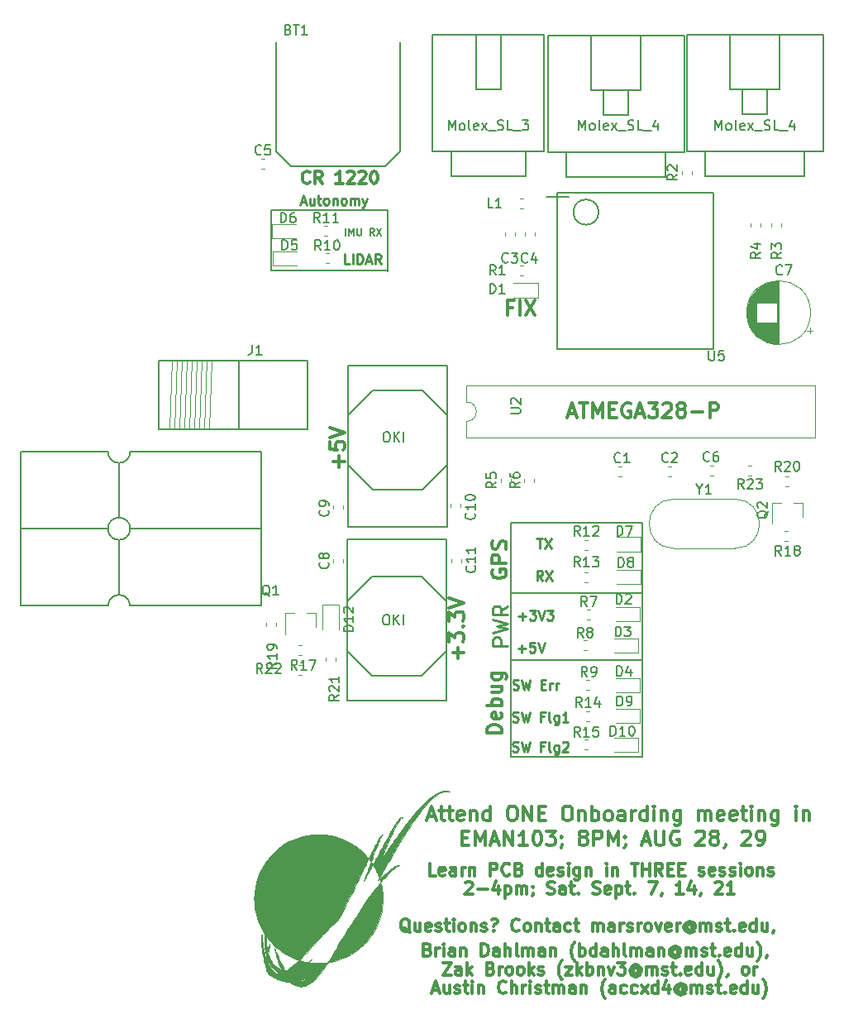
<source format=gbr>
G04 #@! TF.GenerationSoftware,KiCad,Pcbnew,(5.1.2)-1*
G04 #@! TF.CreationDate,2019-08-02T20:29:21-05:00*
G04 #@! TF.ProjectId,NavBoard_Hardware,4e617642-6f61-4726-945f-486172647761,rev?*
G04 #@! TF.SameCoordinates,Original*
G04 #@! TF.FileFunction,Legend,Top*
G04 #@! TF.FilePolarity,Positive*
%FSLAX46Y46*%
G04 Gerber Fmt 4.6, Leading zero omitted, Abs format (unit mm)*
G04 Created by KiCad (PCBNEW (5.1.2)-1) date 2019-08-02 20:29:21*
%MOMM*%
%LPD*%
G04 APERTURE LIST*
%ADD10C,0.127000*%
%ADD11C,0.300000*%
%ADD12C,0.200000*%
%ADD13C,0.248000*%
%ADD14C,0.184500*%
%ADD15C,0.150000*%
%ADD16C,0.120000*%
%ADD17C,0.050000*%
%ADD18C,0.010000*%
G04 APERTURE END LIST*
D10*
X164846000Y-62054619D02*
X164846000Y-61038619D01*
X165184666Y-61764333D01*
X165523333Y-61038619D01*
X165523333Y-62054619D01*
X166152285Y-62054619D02*
X166055523Y-62006238D01*
X166007142Y-61957857D01*
X165958761Y-61861095D01*
X165958761Y-61570809D01*
X166007142Y-61474047D01*
X166055523Y-61425666D01*
X166152285Y-61377285D01*
X166297428Y-61377285D01*
X166394190Y-61425666D01*
X166442571Y-61474047D01*
X166490952Y-61570809D01*
X166490952Y-61861095D01*
X166442571Y-61957857D01*
X166394190Y-62006238D01*
X166297428Y-62054619D01*
X166152285Y-62054619D01*
X167071523Y-62054619D02*
X166974761Y-62006238D01*
X166926380Y-61909476D01*
X166926380Y-61038619D01*
X167845619Y-62006238D02*
X167748857Y-62054619D01*
X167555333Y-62054619D01*
X167458571Y-62006238D01*
X167410190Y-61909476D01*
X167410190Y-61522428D01*
X167458571Y-61425666D01*
X167555333Y-61377285D01*
X167748857Y-61377285D01*
X167845619Y-61425666D01*
X167894000Y-61522428D01*
X167894000Y-61619190D01*
X167410190Y-61715952D01*
X168232666Y-62054619D02*
X168764857Y-61377285D01*
X168232666Y-61377285D02*
X168764857Y-62054619D01*
X168910000Y-62151380D02*
X169684095Y-62151380D01*
X169877619Y-62006238D02*
X170022761Y-62054619D01*
X170264666Y-62054619D01*
X170361428Y-62006238D01*
X170409809Y-61957857D01*
X170458190Y-61861095D01*
X170458190Y-61764333D01*
X170409809Y-61667571D01*
X170361428Y-61619190D01*
X170264666Y-61570809D01*
X170071142Y-61522428D01*
X169974380Y-61474047D01*
X169926000Y-61425666D01*
X169877619Y-61328904D01*
X169877619Y-61232142D01*
X169926000Y-61135380D01*
X169974380Y-61087000D01*
X170071142Y-61038619D01*
X170313047Y-61038619D01*
X170458190Y-61087000D01*
X171377428Y-62054619D02*
X170893619Y-62054619D01*
X170893619Y-61038619D01*
X171474190Y-62151380D02*
X172248285Y-62151380D01*
X172925619Y-61377285D02*
X172925619Y-62054619D01*
X172683714Y-60990238D02*
X172441809Y-61715952D01*
X173070761Y-61715952D01*
D11*
X149801428Y-91055000D02*
X150515714Y-91055000D01*
X149658571Y-91483571D02*
X150158571Y-89983571D01*
X150658571Y-91483571D01*
X150944285Y-89983571D02*
X151801428Y-89983571D01*
X151372857Y-91483571D02*
X151372857Y-89983571D01*
X152301428Y-91483571D02*
X152301428Y-89983571D01*
X152801428Y-91055000D01*
X153301428Y-89983571D01*
X153301428Y-91483571D01*
X154015714Y-90697857D02*
X154515714Y-90697857D01*
X154730000Y-91483571D02*
X154015714Y-91483571D01*
X154015714Y-89983571D01*
X154730000Y-89983571D01*
X156158571Y-90055000D02*
X156015714Y-89983571D01*
X155801428Y-89983571D01*
X155587142Y-90055000D01*
X155444285Y-90197857D01*
X155372857Y-90340714D01*
X155301428Y-90626428D01*
X155301428Y-90840714D01*
X155372857Y-91126428D01*
X155444285Y-91269285D01*
X155587142Y-91412142D01*
X155801428Y-91483571D01*
X155944285Y-91483571D01*
X156158571Y-91412142D01*
X156230000Y-91340714D01*
X156230000Y-90840714D01*
X155944285Y-90840714D01*
X156801428Y-91055000D02*
X157515714Y-91055000D01*
X156658571Y-91483571D02*
X157158571Y-89983571D01*
X157658571Y-91483571D01*
X158015714Y-89983571D02*
X158944285Y-89983571D01*
X158444285Y-90555000D01*
X158658571Y-90555000D01*
X158801428Y-90626428D01*
X158872857Y-90697857D01*
X158944285Y-90840714D01*
X158944285Y-91197857D01*
X158872857Y-91340714D01*
X158801428Y-91412142D01*
X158658571Y-91483571D01*
X158230000Y-91483571D01*
X158087142Y-91412142D01*
X158015714Y-91340714D01*
X159515714Y-90126428D02*
X159587142Y-90055000D01*
X159730000Y-89983571D01*
X160087142Y-89983571D01*
X160230000Y-90055000D01*
X160301428Y-90126428D01*
X160372857Y-90269285D01*
X160372857Y-90412142D01*
X160301428Y-90626428D01*
X159444285Y-91483571D01*
X160372857Y-91483571D01*
X161230000Y-90626428D02*
X161087142Y-90555000D01*
X161015714Y-90483571D01*
X160944285Y-90340714D01*
X160944285Y-90269285D01*
X161015714Y-90126428D01*
X161087142Y-90055000D01*
X161230000Y-89983571D01*
X161515714Y-89983571D01*
X161658571Y-90055000D01*
X161730000Y-90126428D01*
X161801428Y-90269285D01*
X161801428Y-90340714D01*
X161730000Y-90483571D01*
X161658571Y-90555000D01*
X161515714Y-90626428D01*
X161230000Y-90626428D01*
X161087142Y-90697857D01*
X161015714Y-90769285D01*
X160944285Y-90912142D01*
X160944285Y-91197857D01*
X161015714Y-91340714D01*
X161087142Y-91412142D01*
X161230000Y-91483571D01*
X161515714Y-91483571D01*
X161658571Y-91412142D01*
X161730000Y-91340714D01*
X161801428Y-91197857D01*
X161801428Y-90912142D01*
X161730000Y-90769285D01*
X161658571Y-90697857D01*
X161515714Y-90626428D01*
X162444285Y-90912142D02*
X163587142Y-90912142D01*
X164301428Y-91483571D02*
X164301428Y-89983571D01*
X164872857Y-89983571D01*
X165015714Y-90055000D01*
X165087142Y-90126428D01*
X165158571Y-90269285D01*
X165158571Y-90483571D01*
X165087142Y-90626428D01*
X165015714Y-90697857D01*
X164872857Y-90769285D01*
X164301428Y-90769285D01*
D10*
X150876000Y-62054619D02*
X150876000Y-61038619D01*
X151214666Y-61764333D01*
X151553333Y-61038619D01*
X151553333Y-62054619D01*
X152182285Y-62054619D02*
X152085523Y-62006238D01*
X152037142Y-61957857D01*
X151988761Y-61861095D01*
X151988761Y-61570809D01*
X152037142Y-61474047D01*
X152085523Y-61425666D01*
X152182285Y-61377285D01*
X152327428Y-61377285D01*
X152424190Y-61425666D01*
X152472571Y-61474047D01*
X152520952Y-61570809D01*
X152520952Y-61861095D01*
X152472571Y-61957857D01*
X152424190Y-62006238D01*
X152327428Y-62054619D01*
X152182285Y-62054619D01*
X153101523Y-62054619D02*
X153004761Y-62006238D01*
X152956380Y-61909476D01*
X152956380Y-61038619D01*
X153875619Y-62006238D02*
X153778857Y-62054619D01*
X153585333Y-62054619D01*
X153488571Y-62006238D01*
X153440190Y-61909476D01*
X153440190Y-61522428D01*
X153488571Y-61425666D01*
X153585333Y-61377285D01*
X153778857Y-61377285D01*
X153875619Y-61425666D01*
X153924000Y-61522428D01*
X153924000Y-61619190D01*
X153440190Y-61715952D01*
X154262666Y-62054619D02*
X154794857Y-61377285D01*
X154262666Y-61377285D02*
X154794857Y-62054619D01*
X154940000Y-62151380D02*
X155714095Y-62151380D01*
X155907619Y-62006238D02*
X156052761Y-62054619D01*
X156294666Y-62054619D01*
X156391428Y-62006238D01*
X156439809Y-61957857D01*
X156488190Y-61861095D01*
X156488190Y-61764333D01*
X156439809Y-61667571D01*
X156391428Y-61619190D01*
X156294666Y-61570809D01*
X156101142Y-61522428D01*
X156004380Y-61474047D01*
X155956000Y-61425666D01*
X155907619Y-61328904D01*
X155907619Y-61232142D01*
X155956000Y-61135380D01*
X156004380Y-61087000D01*
X156101142Y-61038619D01*
X156343047Y-61038619D01*
X156488190Y-61087000D01*
X157407428Y-62054619D02*
X156923619Y-62054619D01*
X156923619Y-61038619D01*
X157504190Y-62151380D02*
X158278285Y-62151380D01*
X158955619Y-61377285D02*
X158955619Y-62054619D01*
X158713714Y-60990238D02*
X158471809Y-61715952D01*
X159100761Y-61715952D01*
X137541000Y-62054619D02*
X137541000Y-61038619D01*
X137879666Y-61764333D01*
X138218333Y-61038619D01*
X138218333Y-62054619D01*
X138847285Y-62054619D02*
X138750523Y-62006238D01*
X138702142Y-61957857D01*
X138653761Y-61861095D01*
X138653761Y-61570809D01*
X138702142Y-61474047D01*
X138750523Y-61425666D01*
X138847285Y-61377285D01*
X138992428Y-61377285D01*
X139089190Y-61425666D01*
X139137571Y-61474047D01*
X139185952Y-61570809D01*
X139185952Y-61861095D01*
X139137571Y-61957857D01*
X139089190Y-62006238D01*
X138992428Y-62054619D01*
X138847285Y-62054619D01*
X139766523Y-62054619D02*
X139669761Y-62006238D01*
X139621380Y-61909476D01*
X139621380Y-61038619D01*
X140540619Y-62006238D02*
X140443857Y-62054619D01*
X140250333Y-62054619D01*
X140153571Y-62006238D01*
X140105190Y-61909476D01*
X140105190Y-61522428D01*
X140153571Y-61425666D01*
X140250333Y-61377285D01*
X140443857Y-61377285D01*
X140540619Y-61425666D01*
X140589000Y-61522428D01*
X140589000Y-61619190D01*
X140105190Y-61715952D01*
X140927666Y-62054619D02*
X141459857Y-61377285D01*
X140927666Y-61377285D02*
X141459857Y-62054619D01*
X141605000Y-62151380D02*
X142379095Y-62151380D01*
X142572619Y-62006238D02*
X142717761Y-62054619D01*
X142959666Y-62054619D01*
X143056428Y-62006238D01*
X143104809Y-61957857D01*
X143153190Y-61861095D01*
X143153190Y-61764333D01*
X143104809Y-61667571D01*
X143056428Y-61619190D01*
X142959666Y-61570809D01*
X142766142Y-61522428D01*
X142669380Y-61474047D01*
X142621000Y-61425666D01*
X142572619Y-61328904D01*
X142572619Y-61232142D01*
X142621000Y-61135380D01*
X142669380Y-61087000D01*
X142766142Y-61038619D01*
X143008047Y-61038619D01*
X143153190Y-61087000D01*
X144072428Y-62054619D02*
X143588619Y-62054619D01*
X143588619Y-61038619D01*
X144169190Y-62151380D02*
X144943285Y-62151380D01*
X145088428Y-61038619D02*
X145717380Y-61038619D01*
X145378714Y-61425666D01*
X145523857Y-61425666D01*
X145620619Y-61474047D01*
X145668999Y-61522428D01*
X145717380Y-61619190D01*
X145717380Y-61861095D01*
X145668999Y-61957857D01*
X145620619Y-62006238D01*
X145523857Y-62054619D01*
X145233571Y-62054619D01*
X145136809Y-62006238D01*
X145088428Y-61957857D01*
D11*
X136948333Y-147259523D02*
X137795000Y-147259523D01*
X136948333Y-148529523D01*
X137795000Y-148529523D01*
X138823095Y-148529523D02*
X138823095Y-147864285D01*
X138762619Y-147743333D01*
X138641666Y-147682857D01*
X138399761Y-147682857D01*
X138278809Y-147743333D01*
X138823095Y-148469047D02*
X138702142Y-148529523D01*
X138399761Y-148529523D01*
X138278809Y-148469047D01*
X138218333Y-148348095D01*
X138218333Y-148227142D01*
X138278809Y-148106190D01*
X138399761Y-148045714D01*
X138702142Y-148045714D01*
X138823095Y-147985238D01*
X139427857Y-148529523D02*
X139427857Y-147259523D01*
X139548809Y-148045714D02*
X139911666Y-148529523D01*
X139911666Y-147682857D02*
X139427857Y-148166666D01*
X141846904Y-147864285D02*
X142028333Y-147924761D01*
X142088809Y-147985238D01*
X142149285Y-148106190D01*
X142149285Y-148287619D01*
X142088809Y-148408571D01*
X142028333Y-148469047D01*
X141907380Y-148529523D01*
X141423571Y-148529523D01*
X141423571Y-147259523D01*
X141846904Y-147259523D01*
X141967857Y-147320000D01*
X142028333Y-147380476D01*
X142088809Y-147501428D01*
X142088809Y-147622380D01*
X142028333Y-147743333D01*
X141967857Y-147803809D01*
X141846904Y-147864285D01*
X141423571Y-147864285D01*
X142693571Y-148529523D02*
X142693571Y-147682857D01*
X142693571Y-147924761D02*
X142754047Y-147803809D01*
X142814523Y-147743333D01*
X142935476Y-147682857D01*
X143056428Y-147682857D01*
X143661190Y-148529523D02*
X143540238Y-148469047D01*
X143479761Y-148408571D01*
X143419285Y-148287619D01*
X143419285Y-147924761D01*
X143479761Y-147803809D01*
X143540238Y-147743333D01*
X143661190Y-147682857D01*
X143842619Y-147682857D01*
X143963571Y-147743333D01*
X144024047Y-147803809D01*
X144084523Y-147924761D01*
X144084523Y-148287619D01*
X144024047Y-148408571D01*
X143963571Y-148469047D01*
X143842619Y-148529523D01*
X143661190Y-148529523D01*
X144810238Y-148529523D02*
X144689285Y-148469047D01*
X144628809Y-148408571D01*
X144568333Y-148287619D01*
X144568333Y-147924761D01*
X144628809Y-147803809D01*
X144689285Y-147743333D01*
X144810238Y-147682857D01*
X144991666Y-147682857D01*
X145112619Y-147743333D01*
X145173095Y-147803809D01*
X145233571Y-147924761D01*
X145233571Y-148287619D01*
X145173095Y-148408571D01*
X145112619Y-148469047D01*
X144991666Y-148529523D01*
X144810238Y-148529523D01*
X145777857Y-148529523D02*
X145777857Y-147259523D01*
X145898809Y-148045714D02*
X146261666Y-148529523D01*
X146261666Y-147682857D02*
X145777857Y-148166666D01*
X146745476Y-148469047D02*
X146866428Y-148529523D01*
X147108333Y-148529523D01*
X147229285Y-148469047D01*
X147289761Y-148348095D01*
X147289761Y-148287619D01*
X147229285Y-148166666D01*
X147108333Y-148106190D01*
X146926904Y-148106190D01*
X146805952Y-148045714D01*
X146745476Y-147924761D01*
X146745476Y-147864285D01*
X146805952Y-147743333D01*
X146926904Y-147682857D01*
X147108333Y-147682857D01*
X147229285Y-147743333D01*
X149164523Y-149013333D02*
X149104047Y-148952857D01*
X148983095Y-148771428D01*
X148922619Y-148650476D01*
X148862142Y-148469047D01*
X148801666Y-148166666D01*
X148801666Y-147924761D01*
X148862142Y-147622380D01*
X148922619Y-147440952D01*
X148983095Y-147320000D01*
X149104047Y-147138571D01*
X149164523Y-147078095D01*
X149527380Y-147682857D02*
X150192619Y-147682857D01*
X149527380Y-148529523D01*
X150192619Y-148529523D01*
X150676428Y-148529523D02*
X150676428Y-147259523D01*
X150797380Y-148045714D02*
X151160238Y-148529523D01*
X151160238Y-147682857D02*
X150676428Y-148166666D01*
X151704523Y-148529523D02*
X151704523Y-147259523D01*
X151704523Y-147743333D02*
X151825476Y-147682857D01*
X152067380Y-147682857D01*
X152188333Y-147743333D01*
X152248809Y-147803809D01*
X152309285Y-147924761D01*
X152309285Y-148287619D01*
X152248809Y-148408571D01*
X152188333Y-148469047D01*
X152067380Y-148529523D01*
X151825476Y-148529523D01*
X151704523Y-148469047D01*
X152853571Y-147682857D02*
X152853571Y-148529523D01*
X152853571Y-147803809D02*
X152914047Y-147743333D01*
X153035000Y-147682857D01*
X153216428Y-147682857D01*
X153337380Y-147743333D01*
X153397857Y-147864285D01*
X153397857Y-148529523D01*
X153881666Y-147682857D02*
X154184047Y-148529523D01*
X154486428Y-147682857D01*
X154849285Y-147259523D02*
X155635476Y-147259523D01*
X155212142Y-147743333D01*
X155393571Y-147743333D01*
X155514523Y-147803809D01*
X155575000Y-147864285D01*
X155635476Y-147985238D01*
X155635476Y-148287619D01*
X155575000Y-148408571D01*
X155514523Y-148469047D01*
X155393571Y-148529523D01*
X155030714Y-148529523D01*
X154909761Y-148469047D01*
X154849285Y-148408571D01*
X156965952Y-147924761D02*
X156905476Y-147864285D01*
X156784523Y-147803809D01*
X156663571Y-147803809D01*
X156542619Y-147864285D01*
X156482142Y-147924761D01*
X156421666Y-148045714D01*
X156421666Y-148166666D01*
X156482142Y-148287619D01*
X156542619Y-148348095D01*
X156663571Y-148408571D01*
X156784523Y-148408571D01*
X156905476Y-148348095D01*
X156965952Y-148287619D01*
X156965952Y-147803809D02*
X156965952Y-148287619D01*
X157026428Y-148348095D01*
X157086904Y-148348095D01*
X157207857Y-148287619D01*
X157268333Y-148166666D01*
X157268333Y-147864285D01*
X157147380Y-147682857D01*
X156965952Y-147561904D01*
X156724047Y-147501428D01*
X156482142Y-147561904D01*
X156300714Y-147682857D01*
X156179761Y-147864285D01*
X156119285Y-148106190D01*
X156179761Y-148348095D01*
X156300714Y-148529523D01*
X156482142Y-148650476D01*
X156724047Y-148710952D01*
X156965952Y-148650476D01*
X157147380Y-148529523D01*
X157812619Y-148529523D02*
X157812619Y-147682857D01*
X157812619Y-147803809D02*
X157873095Y-147743333D01*
X157994047Y-147682857D01*
X158175476Y-147682857D01*
X158296428Y-147743333D01*
X158356904Y-147864285D01*
X158356904Y-148529523D01*
X158356904Y-147864285D02*
X158417380Y-147743333D01*
X158538333Y-147682857D01*
X158719761Y-147682857D01*
X158840714Y-147743333D01*
X158901190Y-147864285D01*
X158901190Y-148529523D01*
X159445476Y-148469047D02*
X159566428Y-148529523D01*
X159808333Y-148529523D01*
X159929285Y-148469047D01*
X159989761Y-148348095D01*
X159989761Y-148287619D01*
X159929285Y-148166666D01*
X159808333Y-148106190D01*
X159626904Y-148106190D01*
X159505952Y-148045714D01*
X159445476Y-147924761D01*
X159445476Y-147864285D01*
X159505952Y-147743333D01*
X159626904Y-147682857D01*
X159808333Y-147682857D01*
X159929285Y-147743333D01*
X160352619Y-147682857D02*
X160836428Y-147682857D01*
X160534047Y-147259523D02*
X160534047Y-148348095D01*
X160594523Y-148469047D01*
X160715476Y-148529523D01*
X160836428Y-148529523D01*
X161259761Y-148408571D02*
X161320238Y-148469047D01*
X161259761Y-148529523D01*
X161199285Y-148469047D01*
X161259761Y-148408571D01*
X161259761Y-148529523D01*
X162348333Y-148469047D02*
X162227380Y-148529523D01*
X161985476Y-148529523D01*
X161864523Y-148469047D01*
X161804047Y-148348095D01*
X161804047Y-147864285D01*
X161864523Y-147743333D01*
X161985476Y-147682857D01*
X162227380Y-147682857D01*
X162348333Y-147743333D01*
X162408809Y-147864285D01*
X162408809Y-147985238D01*
X161804047Y-148106190D01*
X163497380Y-148529523D02*
X163497380Y-147259523D01*
X163497380Y-148469047D02*
X163376428Y-148529523D01*
X163134523Y-148529523D01*
X163013571Y-148469047D01*
X162953095Y-148408571D01*
X162892619Y-148287619D01*
X162892619Y-147924761D01*
X162953095Y-147803809D01*
X163013571Y-147743333D01*
X163134523Y-147682857D01*
X163376428Y-147682857D01*
X163497380Y-147743333D01*
X164646428Y-147682857D02*
X164646428Y-148529523D01*
X164102142Y-147682857D02*
X164102142Y-148348095D01*
X164162619Y-148469047D01*
X164283571Y-148529523D01*
X164465000Y-148529523D01*
X164585952Y-148469047D01*
X164646428Y-148408571D01*
X165130238Y-149013333D02*
X165190714Y-148952857D01*
X165311666Y-148771428D01*
X165372142Y-148650476D01*
X165432619Y-148469047D01*
X165493095Y-148166666D01*
X165493095Y-147924761D01*
X165432619Y-147622380D01*
X165372142Y-147440952D01*
X165311666Y-147320000D01*
X165190714Y-147138571D01*
X165130238Y-147078095D01*
X166158333Y-148469047D02*
X166158333Y-148529523D01*
X166097857Y-148650476D01*
X166037380Y-148710952D01*
X167851666Y-148529523D02*
X167730714Y-148469047D01*
X167670238Y-148408571D01*
X167609761Y-148287619D01*
X167609761Y-147924761D01*
X167670238Y-147803809D01*
X167730714Y-147743333D01*
X167851666Y-147682857D01*
X168033095Y-147682857D01*
X168154047Y-147743333D01*
X168214523Y-147803809D01*
X168275000Y-147924761D01*
X168275000Y-148287619D01*
X168214523Y-148408571D01*
X168154047Y-148469047D01*
X168033095Y-148529523D01*
X167851666Y-148529523D01*
X168819285Y-148529523D02*
X168819285Y-147682857D01*
X168819285Y-147924761D02*
X168879761Y-147803809D01*
X168940238Y-147743333D01*
X169061190Y-147682857D01*
X169182142Y-147682857D01*
X135920238Y-150071666D02*
X136525000Y-150071666D01*
X135799285Y-150434523D02*
X136222619Y-149164523D01*
X136645952Y-150434523D01*
X137613571Y-149587857D02*
X137613571Y-150434523D01*
X137069285Y-149587857D02*
X137069285Y-150253095D01*
X137129761Y-150374047D01*
X137250714Y-150434523D01*
X137432142Y-150434523D01*
X137553095Y-150374047D01*
X137613571Y-150313571D01*
X138157857Y-150374047D02*
X138278809Y-150434523D01*
X138520714Y-150434523D01*
X138641666Y-150374047D01*
X138702142Y-150253095D01*
X138702142Y-150192619D01*
X138641666Y-150071666D01*
X138520714Y-150011190D01*
X138339285Y-150011190D01*
X138218333Y-149950714D01*
X138157857Y-149829761D01*
X138157857Y-149769285D01*
X138218333Y-149648333D01*
X138339285Y-149587857D01*
X138520714Y-149587857D01*
X138641666Y-149648333D01*
X139065000Y-149587857D02*
X139548809Y-149587857D01*
X139246428Y-149164523D02*
X139246428Y-150253095D01*
X139306904Y-150374047D01*
X139427857Y-150434523D01*
X139548809Y-150434523D01*
X139972142Y-150434523D02*
X139972142Y-149587857D01*
X139972142Y-149164523D02*
X139911666Y-149225000D01*
X139972142Y-149285476D01*
X140032619Y-149225000D01*
X139972142Y-149164523D01*
X139972142Y-149285476D01*
X140576904Y-149587857D02*
X140576904Y-150434523D01*
X140576904Y-149708809D02*
X140637380Y-149648333D01*
X140758333Y-149587857D01*
X140939761Y-149587857D01*
X141060714Y-149648333D01*
X141121190Y-149769285D01*
X141121190Y-150434523D01*
X143419285Y-150313571D02*
X143358809Y-150374047D01*
X143177380Y-150434523D01*
X143056428Y-150434523D01*
X142875000Y-150374047D01*
X142754047Y-150253095D01*
X142693571Y-150132142D01*
X142633095Y-149890238D01*
X142633095Y-149708809D01*
X142693571Y-149466904D01*
X142754047Y-149345952D01*
X142875000Y-149225000D01*
X143056428Y-149164523D01*
X143177380Y-149164523D01*
X143358809Y-149225000D01*
X143419285Y-149285476D01*
X143963571Y-150434523D02*
X143963571Y-149164523D01*
X144507857Y-150434523D02*
X144507857Y-149769285D01*
X144447380Y-149648333D01*
X144326428Y-149587857D01*
X144145000Y-149587857D01*
X144024047Y-149648333D01*
X143963571Y-149708809D01*
X145112619Y-150434523D02*
X145112619Y-149587857D01*
X145112619Y-149829761D02*
X145173095Y-149708809D01*
X145233571Y-149648333D01*
X145354523Y-149587857D01*
X145475476Y-149587857D01*
X145898809Y-150434523D02*
X145898809Y-149587857D01*
X145898809Y-149164523D02*
X145838333Y-149225000D01*
X145898809Y-149285476D01*
X145959285Y-149225000D01*
X145898809Y-149164523D01*
X145898809Y-149285476D01*
X146443095Y-150374047D02*
X146564047Y-150434523D01*
X146805952Y-150434523D01*
X146926904Y-150374047D01*
X146987380Y-150253095D01*
X146987380Y-150192619D01*
X146926904Y-150071666D01*
X146805952Y-150011190D01*
X146624523Y-150011190D01*
X146503571Y-149950714D01*
X146443095Y-149829761D01*
X146443095Y-149769285D01*
X146503571Y-149648333D01*
X146624523Y-149587857D01*
X146805952Y-149587857D01*
X146926904Y-149648333D01*
X147350238Y-149587857D02*
X147834047Y-149587857D01*
X147531666Y-149164523D02*
X147531666Y-150253095D01*
X147592142Y-150374047D01*
X147713095Y-150434523D01*
X147834047Y-150434523D01*
X148257380Y-150434523D02*
X148257380Y-149587857D01*
X148257380Y-149708809D02*
X148317857Y-149648333D01*
X148438809Y-149587857D01*
X148620238Y-149587857D01*
X148741190Y-149648333D01*
X148801666Y-149769285D01*
X148801666Y-150434523D01*
X148801666Y-149769285D02*
X148862142Y-149648333D01*
X148983095Y-149587857D01*
X149164523Y-149587857D01*
X149285476Y-149648333D01*
X149345952Y-149769285D01*
X149345952Y-150434523D01*
X150495000Y-150434523D02*
X150495000Y-149769285D01*
X150434523Y-149648333D01*
X150313571Y-149587857D01*
X150071666Y-149587857D01*
X149950714Y-149648333D01*
X150495000Y-150374047D02*
X150374047Y-150434523D01*
X150071666Y-150434523D01*
X149950714Y-150374047D01*
X149890238Y-150253095D01*
X149890238Y-150132142D01*
X149950714Y-150011190D01*
X150071666Y-149950714D01*
X150374047Y-149950714D01*
X150495000Y-149890238D01*
X151099761Y-149587857D02*
X151099761Y-150434523D01*
X151099761Y-149708809D02*
X151160238Y-149648333D01*
X151281190Y-149587857D01*
X151462619Y-149587857D01*
X151583571Y-149648333D01*
X151644047Y-149769285D01*
X151644047Y-150434523D01*
X153579285Y-150918333D02*
X153518809Y-150857857D01*
X153397857Y-150676428D01*
X153337380Y-150555476D01*
X153276904Y-150374047D01*
X153216428Y-150071666D01*
X153216428Y-149829761D01*
X153276904Y-149527380D01*
X153337380Y-149345952D01*
X153397857Y-149225000D01*
X153518809Y-149043571D01*
X153579285Y-148983095D01*
X154607380Y-150434523D02*
X154607380Y-149769285D01*
X154546904Y-149648333D01*
X154425952Y-149587857D01*
X154184047Y-149587857D01*
X154063095Y-149648333D01*
X154607380Y-150374047D02*
X154486428Y-150434523D01*
X154184047Y-150434523D01*
X154063095Y-150374047D01*
X154002619Y-150253095D01*
X154002619Y-150132142D01*
X154063095Y-150011190D01*
X154184047Y-149950714D01*
X154486428Y-149950714D01*
X154607380Y-149890238D01*
X155756428Y-150374047D02*
X155635476Y-150434523D01*
X155393571Y-150434523D01*
X155272619Y-150374047D01*
X155212142Y-150313571D01*
X155151666Y-150192619D01*
X155151666Y-149829761D01*
X155212142Y-149708809D01*
X155272619Y-149648333D01*
X155393571Y-149587857D01*
X155635476Y-149587857D01*
X155756428Y-149648333D01*
X156845000Y-150374047D02*
X156724047Y-150434523D01*
X156482142Y-150434523D01*
X156361190Y-150374047D01*
X156300714Y-150313571D01*
X156240238Y-150192619D01*
X156240238Y-149829761D01*
X156300714Y-149708809D01*
X156361190Y-149648333D01*
X156482142Y-149587857D01*
X156724047Y-149587857D01*
X156845000Y-149648333D01*
X157268333Y-150434523D02*
X157933571Y-149587857D01*
X157268333Y-149587857D02*
X157933571Y-150434523D01*
X158961666Y-150434523D02*
X158961666Y-149164523D01*
X158961666Y-150374047D02*
X158840714Y-150434523D01*
X158598809Y-150434523D01*
X158477857Y-150374047D01*
X158417380Y-150313571D01*
X158356904Y-150192619D01*
X158356904Y-149829761D01*
X158417380Y-149708809D01*
X158477857Y-149648333D01*
X158598809Y-149587857D01*
X158840714Y-149587857D01*
X158961666Y-149648333D01*
X160110714Y-149587857D02*
X160110714Y-150434523D01*
X159808333Y-149104047D02*
X159505952Y-150011190D01*
X160292142Y-150011190D01*
X161562142Y-149829761D02*
X161501666Y-149769285D01*
X161380714Y-149708809D01*
X161259761Y-149708809D01*
X161138809Y-149769285D01*
X161078333Y-149829761D01*
X161017857Y-149950714D01*
X161017857Y-150071666D01*
X161078333Y-150192619D01*
X161138809Y-150253095D01*
X161259761Y-150313571D01*
X161380714Y-150313571D01*
X161501666Y-150253095D01*
X161562142Y-150192619D01*
X161562142Y-149708809D02*
X161562142Y-150192619D01*
X161622619Y-150253095D01*
X161683095Y-150253095D01*
X161804047Y-150192619D01*
X161864523Y-150071666D01*
X161864523Y-149769285D01*
X161743571Y-149587857D01*
X161562142Y-149466904D01*
X161320238Y-149406428D01*
X161078333Y-149466904D01*
X160896904Y-149587857D01*
X160775952Y-149769285D01*
X160715476Y-150011190D01*
X160775952Y-150253095D01*
X160896904Y-150434523D01*
X161078333Y-150555476D01*
X161320238Y-150615952D01*
X161562142Y-150555476D01*
X161743571Y-150434523D01*
X162408809Y-150434523D02*
X162408809Y-149587857D01*
X162408809Y-149708809D02*
X162469285Y-149648333D01*
X162590238Y-149587857D01*
X162771666Y-149587857D01*
X162892619Y-149648333D01*
X162953095Y-149769285D01*
X162953095Y-150434523D01*
X162953095Y-149769285D02*
X163013571Y-149648333D01*
X163134523Y-149587857D01*
X163315952Y-149587857D01*
X163436904Y-149648333D01*
X163497380Y-149769285D01*
X163497380Y-150434523D01*
X164041666Y-150374047D02*
X164162619Y-150434523D01*
X164404523Y-150434523D01*
X164525476Y-150374047D01*
X164585952Y-150253095D01*
X164585952Y-150192619D01*
X164525476Y-150071666D01*
X164404523Y-150011190D01*
X164223095Y-150011190D01*
X164102142Y-149950714D01*
X164041666Y-149829761D01*
X164041666Y-149769285D01*
X164102142Y-149648333D01*
X164223095Y-149587857D01*
X164404523Y-149587857D01*
X164525476Y-149648333D01*
X164948809Y-149587857D02*
X165432619Y-149587857D01*
X165130238Y-149164523D02*
X165130238Y-150253095D01*
X165190714Y-150374047D01*
X165311666Y-150434523D01*
X165432619Y-150434523D01*
X165855952Y-150313571D02*
X165916428Y-150374047D01*
X165855952Y-150434523D01*
X165795476Y-150374047D01*
X165855952Y-150313571D01*
X165855952Y-150434523D01*
X166944523Y-150374047D02*
X166823571Y-150434523D01*
X166581666Y-150434523D01*
X166460714Y-150374047D01*
X166400238Y-150253095D01*
X166400238Y-149769285D01*
X166460714Y-149648333D01*
X166581666Y-149587857D01*
X166823571Y-149587857D01*
X166944523Y-149648333D01*
X167005000Y-149769285D01*
X167005000Y-149890238D01*
X166400238Y-150011190D01*
X168093571Y-150434523D02*
X168093571Y-149164523D01*
X168093571Y-150374047D02*
X167972619Y-150434523D01*
X167730714Y-150434523D01*
X167609761Y-150374047D01*
X167549285Y-150313571D01*
X167488809Y-150192619D01*
X167488809Y-149829761D01*
X167549285Y-149708809D01*
X167609761Y-149648333D01*
X167730714Y-149587857D01*
X167972619Y-149587857D01*
X168093571Y-149648333D01*
X169242619Y-149587857D02*
X169242619Y-150434523D01*
X168698333Y-149587857D02*
X168698333Y-150253095D01*
X168758809Y-150374047D01*
X168879761Y-150434523D01*
X169061190Y-150434523D01*
X169182142Y-150374047D01*
X169242619Y-150313571D01*
X169726428Y-150918333D02*
X169786904Y-150857857D01*
X169907857Y-150676428D01*
X169968333Y-150555476D01*
X170028809Y-150374047D01*
X170089285Y-150071666D01*
X170089285Y-149829761D01*
X170028809Y-149527380D01*
X169968333Y-149345952D01*
X169907857Y-149225000D01*
X169786904Y-149043571D01*
X169726428Y-148983095D01*
X135406190Y-145959285D02*
X135587619Y-146019761D01*
X135648095Y-146080238D01*
X135708571Y-146201190D01*
X135708571Y-146382619D01*
X135648095Y-146503571D01*
X135587619Y-146564047D01*
X135466666Y-146624523D01*
X134982857Y-146624523D01*
X134982857Y-145354523D01*
X135406190Y-145354523D01*
X135527142Y-145415000D01*
X135587619Y-145475476D01*
X135648095Y-145596428D01*
X135648095Y-145717380D01*
X135587619Y-145838333D01*
X135527142Y-145898809D01*
X135406190Y-145959285D01*
X134982857Y-145959285D01*
X136252857Y-146624523D02*
X136252857Y-145777857D01*
X136252857Y-146019761D02*
X136313333Y-145898809D01*
X136373809Y-145838333D01*
X136494761Y-145777857D01*
X136615714Y-145777857D01*
X137039047Y-146624523D02*
X137039047Y-145777857D01*
X137039047Y-145354523D02*
X136978571Y-145415000D01*
X137039047Y-145475476D01*
X137099523Y-145415000D01*
X137039047Y-145354523D01*
X137039047Y-145475476D01*
X138188095Y-146624523D02*
X138188095Y-145959285D01*
X138127619Y-145838333D01*
X138006666Y-145777857D01*
X137764761Y-145777857D01*
X137643809Y-145838333D01*
X138188095Y-146564047D02*
X138067142Y-146624523D01*
X137764761Y-146624523D01*
X137643809Y-146564047D01*
X137583333Y-146443095D01*
X137583333Y-146322142D01*
X137643809Y-146201190D01*
X137764761Y-146140714D01*
X138067142Y-146140714D01*
X138188095Y-146080238D01*
X138792857Y-145777857D02*
X138792857Y-146624523D01*
X138792857Y-145898809D02*
X138853333Y-145838333D01*
X138974285Y-145777857D01*
X139155714Y-145777857D01*
X139276666Y-145838333D01*
X139337142Y-145959285D01*
X139337142Y-146624523D01*
X140909523Y-146624523D02*
X140909523Y-145354523D01*
X141211904Y-145354523D01*
X141393333Y-145415000D01*
X141514285Y-145535952D01*
X141574761Y-145656904D01*
X141635238Y-145898809D01*
X141635238Y-146080238D01*
X141574761Y-146322142D01*
X141514285Y-146443095D01*
X141393333Y-146564047D01*
X141211904Y-146624523D01*
X140909523Y-146624523D01*
X142723809Y-146624523D02*
X142723809Y-145959285D01*
X142663333Y-145838333D01*
X142542380Y-145777857D01*
X142300476Y-145777857D01*
X142179523Y-145838333D01*
X142723809Y-146564047D02*
X142602857Y-146624523D01*
X142300476Y-146624523D01*
X142179523Y-146564047D01*
X142119047Y-146443095D01*
X142119047Y-146322142D01*
X142179523Y-146201190D01*
X142300476Y-146140714D01*
X142602857Y-146140714D01*
X142723809Y-146080238D01*
X143328571Y-146624523D02*
X143328571Y-145354523D01*
X143872857Y-146624523D02*
X143872857Y-145959285D01*
X143812380Y-145838333D01*
X143691428Y-145777857D01*
X143510000Y-145777857D01*
X143389047Y-145838333D01*
X143328571Y-145898809D01*
X144659047Y-146624523D02*
X144538095Y-146564047D01*
X144477619Y-146443095D01*
X144477619Y-145354523D01*
X145142857Y-146624523D02*
X145142857Y-145777857D01*
X145142857Y-145898809D02*
X145203333Y-145838333D01*
X145324285Y-145777857D01*
X145505714Y-145777857D01*
X145626666Y-145838333D01*
X145687142Y-145959285D01*
X145687142Y-146624523D01*
X145687142Y-145959285D02*
X145747619Y-145838333D01*
X145868571Y-145777857D01*
X146050000Y-145777857D01*
X146170952Y-145838333D01*
X146231428Y-145959285D01*
X146231428Y-146624523D01*
X147380476Y-146624523D02*
X147380476Y-145959285D01*
X147320000Y-145838333D01*
X147199047Y-145777857D01*
X146957142Y-145777857D01*
X146836190Y-145838333D01*
X147380476Y-146564047D02*
X147259523Y-146624523D01*
X146957142Y-146624523D01*
X146836190Y-146564047D01*
X146775714Y-146443095D01*
X146775714Y-146322142D01*
X146836190Y-146201190D01*
X146957142Y-146140714D01*
X147259523Y-146140714D01*
X147380476Y-146080238D01*
X147985238Y-145777857D02*
X147985238Y-146624523D01*
X147985238Y-145898809D02*
X148045714Y-145838333D01*
X148166666Y-145777857D01*
X148348095Y-145777857D01*
X148469047Y-145838333D01*
X148529523Y-145959285D01*
X148529523Y-146624523D01*
X150464761Y-147108333D02*
X150404285Y-147047857D01*
X150283333Y-146866428D01*
X150222857Y-146745476D01*
X150162380Y-146564047D01*
X150101904Y-146261666D01*
X150101904Y-146019761D01*
X150162380Y-145717380D01*
X150222857Y-145535952D01*
X150283333Y-145415000D01*
X150404285Y-145233571D01*
X150464761Y-145173095D01*
X150948571Y-146624523D02*
X150948571Y-145354523D01*
X150948571Y-145838333D02*
X151069523Y-145777857D01*
X151311428Y-145777857D01*
X151432380Y-145838333D01*
X151492857Y-145898809D01*
X151553333Y-146019761D01*
X151553333Y-146382619D01*
X151492857Y-146503571D01*
X151432380Y-146564047D01*
X151311428Y-146624523D01*
X151069523Y-146624523D01*
X150948571Y-146564047D01*
X152641904Y-146624523D02*
X152641904Y-145354523D01*
X152641904Y-146564047D02*
X152520952Y-146624523D01*
X152279047Y-146624523D01*
X152158095Y-146564047D01*
X152097619Y-146503571D01*
X152037142Y-146382619D01*
X152037142Y-146019761D01*
X152097619Y-145898809D01*
X152158095Y-145838333D01*
X152279047Y-145777857D01*
X152520952Y-145777857D01*
X152641904Y-145838333D01*
X153790952Y-146624523D02*
X153790952Y-145959285D01*
X153730476Y-145838333D01*
X153609523Y-145777857D01*
X153367619Y-145777857D01*
X153246666Y-145838333D01*
X153790952Y-146564047D02*
X153670000Y-146624523D01*
X153367619Y-146624523D01*
X153246666Y-146564047D01*
X153186190Y-146443095D01*
X153186190Y-146322142D01*
X153246666Y-146201190D01*
X153367619Y-146140714D01*
X153670000Y-146140714D01*
X153790952Y-146080238D01*
X154395714Y-146624523D02*
X154395714Y-145354523D01*
X154940000Y-146624523D02*
X154940000Y-145959285D01*
X154879523Y-145838333D01*
X154758571Y-145777857D01*
X154577142Y-145777857D01*
X154456190Y-145838333D01*
X154395714Y-145898809D01*
X155726190Y-146624523D02*
X155605238Y-146564047D01*
X155544761Y-146443095D01*
X155544761Y-145354523D01*
X156210000Y-146624523D02*
X156210000Y-145777857D01*
X156210000Y-145898809D02*
X156270476Y-145838333D01*
X156391428Y-145777857D01*
X156572857Y-145777857D01*
X156693809Y-145838333D01*
X156754285Y-145959285D01*
X156754285Y-146624523D01*
X156754285Y-145959285D02*
X156814761Y-145838333D01*
X156935714Y-145777857D01*
X157117142Y-145777857D01*
X157238095Y-145838333D01*
X157298571Y-145959285D01*
X157298571Y-146624523D01*
X158447619Y-146624523D02*
X158447619Y-145959285D01*
X158387142Y-145838333D01*
X158266190Y-145777857D01*
X158024285Y-145777857D01*
X157903333Y-145838333D01*
X158447619Y-146564047D02*
X158326666Y-146624523D01*
X158024285Y-146624523D01*
X157903333Y-146564047D01*
X157842857Y-146443095D01*
X157842857Y-146322142D01*
X157903333Y-146201190D01*
X158024285Y-146140714D01*
X158326666Y-146140714D01*
X158447619Y-146080238D01*
X159052380Y-145777857D02*
X159052380Y-146624523D01*
X159052380Y-145898809D02*
X159112857Y-145838333D01*
X159233809Y-145777857D01*
X159415238Y-145777857D01*
X159536190Y-145838333D01*
X159596666Y-145959285D01*
X159596666Y-146624523D01*
X160987619Y-146019761D02*
X160927142Y-145959285D01*
X160806190Y-145898809D01*
X160685238Y-145898809D01*
X160564285Y-145959285D01*
X160503809Y-146019761D01*
X160443333Y-146140714D01*
X160443333Y-146261666D01*
X160503809Y-146382619D01*
X160564285Y-146443095D01*
X160685238Y-146503571D01*
X160806190Y-146503571D01*
X160927142Y-146443095D01*
X160987619Y-146382619D01*
X160987619Y-145898809D02*
X160987619Y-146382619D01*
X161048095Y-146443095D01*
X161108571Y-146443095D01*
X161229523Y-146382619D01*
X161290000Y-146261666D01*
X161290000Y-145959285D01*
X161169047Y-145777857D01*
X160987619Y-145656904D01*
X160745714Y-145596428D01*
X160503809Y-145656904D01*
X160322380Y-145777857D01*
X160201428Y-145959285D01*
X160140952Y-146201190D01*
X160201428Y-146443095D01*
X160322380Y-146624523D01*
X160503809Y-146745476D01*
X160745714Y-146805952D01*
X160987619Y-146745476D01*
X161169047Y-146624523D01*
X161834285Y-146624523D02*
X161834285Y-145777857D01*
X161834285Y-145898809D02*
X161894761Y-145838333D01*
X162015714Y-145777857D01*
X162197142Y-145777857D01*
X162318095Y-145838333D01*
X162378571Y-145959285D01*
X162378571Y-146624523D01*
X162378571Y-145959285D02*
X162439047Y-145838333D01*
X162560000Y-145777857D01*
X162741428Y-145777857D01*
X162862380Y-145838333D01*
X162922857Y-145959285D01*
X162922857Y-146624523D01*
X163467142Y-146564047D02*
X163588095Y-146624523D01*
X163830000Y-146624523D01*
X163950952Y-146564047D01*
X164011428Y-146443095D01*
X164011428Y-146382619D01*
X163950952Y-146261666D01*
X163830000Y-146201190D01*
X163648571Y-146201190D01*
X163527619Y-146140714D01*
X163467142Y-146019761D01*
X163467142Y-145959285D01*
X163527619Y-145838333D01*
X163648571Y-145777857D01*
X163830000Y-145777857D01*
X163950952Y-145838333D01*
X164374285Y-145777857D02*
X164858095Y-145777857D01*
X164555714Y-145354523D02*
X164555714Y-146443095D01*
X164616190Y-146564047D01*
X164737142Y-146624523D01*
X164858095Y-146624523D01*
X165281428Y-146503571D02*
X165341904Y-146564047D01*
X165281428Y-146624523D01*
X165220952Y-146564047D01*
X165281428Y-146503571D01*
X165281428Y-146624523D01*
X166370000Y-146564047D02*
X166249047Y-146624523D01*
X166007142Y-146624523D01*
X165886190Y-146564047D01*
X165825714Y-146443095D01*
X165825714Y-145959285D01*
X165886190Y-145838333D01*
X166007142Y-145777857D01*
X166249047Y-145777857D01*
X166370000Y-145838333D01*
X166430476Y-145959285D01*
X166430476Y-146080238D01*
X165825714Y-146201190D01*
X167519047Y-146624523D02*
X167519047Y-145354523D01*
X167519047Y-146564047D02*
X167398095Y-146624523D01*
X167156190Y-146624523D01*
X167035238Y-146564047D01*
X166974761Y-146503571D01*
X166914285Y-146382619D01*
X166914285Y-146019761D01*
X166974761Y-145898809D01*
X167035238Y-145838333D01*
X167156190Y-145777857D01*
X167398095Y-145777857D01*
X167519047Y-145838333D01*
X168668095Y-145777857D02*
X168668095Y-146624523D01*
X168123809Y-145777857D02*
X168123809Y-146443095D01*
X168184285Y-146564047D01*
X168305238Y-146624523D01*
X168486666Y-146624523D01*
X168607619Y-146564047D01*
X168668095Y-146503571D01*
X169151904Y-147108333D02*
X169212380Y-147047857D01*
X169333333Y-146866428D01*
X169393809Y-146745476D01*
X169454285Y-146564047D01*
X169514761Y-146261666D01*
X169514761Y-146019761D01*
X169454285Y-145717380D01*
X169393809Y-145535952D01*
X169333333Y-145415000D01*
X169212380Y-145233571D01*
X169151904Y-145173095D01*
X170180000Y-146564047D02*
X170180000Y-146624523D01*
X170119523Y-146745476D01*
X170059047Y-146805952D01*
X133591904Y-144205476D02*
X133470952Y-144145000D01*
X133349999Y-144024047D01*
X133168571Y-143842619D01*
X133047619Y-143782142D01*
X132926666Y-143782142D01*
X132987142Y-144084523D02*
X132866190Y-144024047D01*
X132745238Y-143903095D01*
X132684761Y-143661190D01*
X132684761Y-143237857D01*
X132745238Y-142995952D01*
X132866190Y-142875000D01*
X132987142Y-142814523D01*
X133229047Y-142814523D01*
X133349999Y-142875000D01*
X133470952Y-142995952D01*
X133531428Y-143237857D01*
X133531428Y-143661190D01*
X133470952Y-143903095D01*
X133349999Y-144024047D01*
X133229047Y-144084523D01*
X132987142Y-144084523D01*
X134620000Y-143237857D02*
X134620000Y-144084523D01*
X134075714Y-143237857D02*
X134075714Y-143903095D01*
X134136190Y-144024047D01*
X134257142Y-144084523D01*
X134438571Y-144084523D01*
X134559523Y-144024047D01*
X134620000Y-143963571D01*
X135708571Y-144024047D02*
X135587619Y-144084523D01*
X135345714Y-144084523D01*
X135224761Y-144024047D01*
X135164285Y-143903095D01*
X135164285Y-143419285D01*
X135224761Y-143298333D01*
X135345714Y-143237857D01*
X135587619Y-143237857D01*
X135708571Y-143298333D01*
X135769047Y-143419285D01*
X135769047Y-143540238D01*
X135164285Y-143661190D01*
X136252857Y-144024047D02*
X136373809Y-144084523D01*
X136615714Y-144084523D01*
X136736666Y-144024047D01*
X136797142Y-143903095D01*
X136797142Y-143842619D01*
X136736666Y-143721666D01*
X136615714Y-143661190D01*
X136434285Y-143661190D01*
X136313333Y-143600714D01*
X136252857Y-143479761D01*
X136252857Y-143419285D01*
X136313333Y-143298333D01*
X136434285Y-143237857D01*
X136615714Y-143237857D01*
X136736666Y-143298333D01*
X137160000Y-143237857D02*
X137643809Y-143237857D01*
X137341428Y-142814523D02*
X137341428Y-143903095D01*
X137401904Y-144024047D01*
X137522857Y-144084523D01*
X137643809Y-144084523D01*
X138067142Y-144084523D02*
X138067142Y-143237857D01*
X138067142Y-142814523D02*
X138006666Y-142875000D01*
X138067142Y-142935476D01*
X138127619Y-142875000D01*
X138067142Y-142814523D01*
X138067142Y-142935476D01*
X138853333Y-144084523D02*
X138732380Y-144024047D01*
X138671904Y-143963571D01*
X138611428Y-143842619D01*
X138611428Y-143479761D01*
X138671904Y-143358809D01*
X138732380Y-143298333D01*
X138853333Y-143237857D01*
X139034761Y-143237857D01*
X139155714Y-143298333D01*
X139216190Y-143358809D01*
X139276666Y-143479761D01*
X139276666Y-143842619D01*
X139216190Y-143963571D01*
X139155714Y-144024047D01*
X139034761Y-144084523D01*
X138853333Y-144084523D01*
X139820952Y-143237857D02*
X139820952Y-144084523D01*
X139820952Y-143358809D02*
X139881428Y-143298333D01*
X140002380Y-143237857D01*
X140183809Y-143237857D01*
X140304761Y-143298333D01*
X140365238Y-143419285D01*
X140365238Y-144084523D01*
X140909523Y-144024047D02*
X141030476Y-144084523D01*
X141272380Y-144084523D01*
X141393333Y-144024047D01*
X141453809Y-143903095D01*
X141453809Y-143842619D01*
X141393333Y-143721666D01*
X141272380Y-143661190D01*
X141090952Y-143661190D01*
X140970000Y-143600714D01*
X140909523Y-143479761D01*
X140909523Y-143419285D01*
X140970000Y-143298333D01*
X141090952Y-143237857D01*
X141272380Y-143237857D01*
X141393333Y-143298333D01*
X142179523Y-143963571D02*
X142240000Y-144024047D01*
X142179523Y-144084523D01*
X142119047Y-144024047D01*
X142179523Y-143963571D01*
X142179523Y-144084523D01*
X141937619Y-142875000D02*
X142058571Y-142814523D01*
X142360952Y-142814523D01*
X142481904Y-142875000D01*
X142542380Y-142995952D01*
X142542380Y-143116904D01*
X142481904Y-143237857D01*
X142421428Y-143298333D01*
X142300476Y-143358809D01*
X142240000Y-143419285D01*
X142179523Y-143540238D01*
X142179523Y-143600714D01*
X144780000Y-143963571D02*
X144719523Y-144024047D01*
X144538095Y-144084523D01*
X144417142Y-144084523D01*
X144235714Y-144024047D01*
X144114761Y-143903095D01*
X144054285Y-143782142D01*
X143993809Y-143540238D01*
X143993809Y-143358809D01*
X144054285Y-143116904D01*
X144114761Y-142995952D01*
X144235714Y-142875000D01*
X144417142Y-142814523D01*
X144538095Y-142814523D01*
X144719523Y-142875000D01*
X144780000Y-142935476D01*
X145505714Y-144084523D02*
X145384761Y-144024047D01*
X145324285Y-143963571D01*
X145263809Y-143842619D01*
X145263809Y-143479761D01*
X145324285Y-143358809D01*
X145384761Y-143298333D01*
X145505714Y-143237857D01*
X145687142Y-143237857D01*
X145808095Y-143298333D01*
X145868571Y-143358809D01*
X145929047Y-143479761D01*
X145929047Y-143842619D01*
X145868571Y-143963571D01*
X145808095Y-144024047D01*
X145687142Y-144084523D01*
X145505714Y-144084523D01*
X146473333Y-143237857D02*
X146473333Y-144084523D01*
X146473333Y-143358809D02*
X146533809Y-143298333D01*
X146654761Y-143237857D01*
X146836190Y-143237857D01*
X146957142Y-143298333D01*
X147017619Y-143419285D01*
X147017619Y-144084523D01*
X147440952Y-143237857D02*
X147924761Y-143237857D01*
X147622380Y-142814523D02*
X147622380Y-143903095D01*
X147682857Y-144024047D01*
X147803809Y-144084523D01*
X147924761Y-144084523D01*
X148892380Y-144084523D02*
X148892380Y-143419285D01*
X148831904Y-143298333D01*
X148710952Y-143237857D01*
X148469047Y-143237857D01*
X148348095Y-143298333D01*
X148892380Y-144024047D02*
X148771428Y-144084523D01*
X148469047Y-144084523D01*
X148348095Y-144024047D01*
X148287619Y-143903095D01*
X148287619Y-143782142D01*
X148348095Y-143661190D01*
X148469047Y-143600714D01*
X148771428Y-143600714D01*
X148892380Y-143540238D01*
X150041428Y-144024047D02*
X149920476Y-144084523D01*
X149678571Y-144084523D01*
X149557619Y-144024047D01*
X149497142Y-143963571D01*
X149436666Y-143842619D01*
X149436666Y-143479761D01*
X149497142Y-143358809D01*
X149557619Y-143298333D01*
X149678571Y-143237857D01*
X149920476Y-143237857D01*
X150041428Y-143298333D01*
X150404285Y-143237857D02*
X150888095Y-143237857D01*
X150585714Y-142814523D02*
X150585714Y-143903095D01*
X150646190Y-144024047D01*
X150767142Y-144084523D01*
X150888095Y-144084523D01*
X152279047Y-144084523D02*
X152279047Y-143237857D01*
X152279047Y-143358809D02*
X152339523Y-143298333D01*
X152460476Y-143237857D01*
X152641904Y-143237857D01*
X152762857Y-143298333D01*
X152823333Y-143419285D01*
X152823333Y-144084523D01*
X152823333Y-143419285D02*
X152883809Y-143298333D01*
X153004761Y-143237857D01*
X153186190Y-143237857D01*
X153307142Y-143298333D01*
X153367619Y-143419285D01*
X153367619Y-144084523D01*
X154516666Y-144084523D02*
X154516666Y-143419285D01*
X154456190Y-143298333D01*
X154335238Y-143237857D01*
X154093333Y-143237857D01*
X153972380Y-143298333D01*
X154516666Y-144024047D02*
X154395714Y-144084523D01*
X154093333Y-144084523D01*
X153972380Y-144024047D01*
X153911904Y-143903095D01*
X153911904Y-143782142D01*
X153972380Y-143661190D01*
X154093333Y-143600714D01*
X154395714Y-143600714D01*
X154516666Y-143540238D01*
X155121428Y-144084523D02*
X155121428Y-143237857D01*
X155121428Y-143479761D02*
X155181904Y-143358809D01*
X155242380Y-143298333D01*
X155363333Y-143237857D01*
X155484285Y-143237857D01*
X155847142Y-144024047D02*
X155968095Y-144084523D01*
X156210000Y-144084523D01*
X156330952Y-144024047D01*
X156391428Y-143903095D01*
X156391428Y-143842619D01*
X156330952Y-143721666D01*
X156210000Y-143661190D01*
X156028571Y-143661190D01*
X155907619Y-143600714D01*
X155847142Y-143479761D01*
X155847142Y-143419285D01*
X155907619Y-143298333D01*
X156028571Y-143237857D01*
X156210000Y-143237857D01*
X156330952Y-143298333D01*
X156935714Y-144084523D02*
X156935714Y-143237857D01*
X156935714Y-143479761D02*
X156996190Y-143358809D01*
X157056666Y-143298333D01*
X157177619Y-143237857D01*
X157298571Y-143237857D01*
X157903333Y-144084523D02*
X157782380Y-144024047D01*
X157721904Y-143963571D01*
X157661428Y-143842619D01*
X157661428Y-143479761D01*
X157721904Y-143358809D01*
X157782380Y-143298333D01*
X157903333Y-143237857D01*
X158084761Y-143237857D01*
X158205714Y-143298333D01*
X158266190Y-143358809D01*
X158326666Y-143479761D01*
X158326666Y-143842619D01*
X158266190Y-143963571D01*
X158205714Y-144024047D01*
X158084761Y-144084523D01*
X157903333Y-144084523D01*
X158750000Y-143237857D02*
X159052380Y-144084523D01*
X159354761Y-143237857D01*
X160322380Y-144024047D02*
X160201428Y-144084523D01*
X159959523Y-144084523D01*
X159838571Y-144024047D01*
X159778095Y-143903095D01*
X159778095Y-143419285D01*
X159838571Y-143298333D01*
X159959523Y-143237857D01*
X160201428Y-143237857D01*
X160322380Y-143298333D01*
X160382857Y-143419285D01*
X160382857Y-143540238D01*
X159778095Y-143661190D01*
X160927142Y-144084523D02*
X160927142Y-143237857D01*
X160927142Y-143479761D02*
X160987619Y-143358809D01*
X161048095Y-143298333D01*
X161169047Y-143237857D01*
X161290000Y-143237857D01*
X162499523Y-143479761D02*
X162439047Y-143419285D01*
X162318095Y-143358809D01*
X162197142Y-143358809D01*
X162076190Y-143419285D01*
X162015714Y-143479761D01*
X161955238Y-143600714D01*
X161955238Y-143721666D01*
X162015714Y-143842619D01*
X162076190Y-143903095D01*
X162197142Y-143963571D01*
X162318095Y-143963571D01*
X162439047Y-143903095D01*
X162499523Y-143842619D01*
X162499523Y-143358809D02*
X162499523Y-143842619D01*
X162560000Y-143903095D01*
X162620476Y-143903095D01*
X162741428Y-143842619D01*
X162801904Y-143721666D01*
X162801904Y-143419285D01*
X162680952Y-143237857D01*
X162499523Y-143116904D01*
X162257619Y-143056428D01*
X162015714Y-143116904D01*
X161834285Y-143237857D01*
X161713333Y-143419285D01*
X161652857Y-143661190D01*
X161713333Y-143903095D01*
X161834285Y-144084523D01*
X162015714Y-144205476D01*
X162257619Y-144265952D01*
X162499523Y-144205476D01*
X162680952Y-144084523D01*
X163346190Y-144084523D02*
X163346190Y-143237857D01*
X163346190Y-143358809D02*
X163406666Y-143298333D01*
X163527619Y-143237857D01*
X163709047Y-143237857D01*
X163830000Y-143298333D01*
X163890476Y-143419285D01*
X163890476Y-144084523D01*
X163890476Y-143419285D02*
X163950952Y-143298333D01*
X164071904Y-143237857D01*
X164253333Y-143237857D01*
X164374285Y-143298333D01*
X164434761Y-143419285D01*
X164434761Y-144084523D01*
X164979047Y-144024047D02*
X165100000Y-144084523D01*
X165341904Y-144084523D01*
X165462857Y-144024047D01*
X165523333Y-143903095D01*
X165523333Y-143842619D01*
X165462857Y-143721666D01*
X165341904Y-143661190D01*
X165160476Y-143661190D01*
X165039523Y-143600714D01*
X164979047Y-143479761D01*
X164979047Y-143419285D01*
X165039523Y-143298333D01*
X165160476Y-143237857D01*
X165341904Y-143237857D01*
X165462857Y-143298333D01*
X165886190Y-143237857D02*
X166370000Y-143237857D01*
X166067619Y-142814523D02*
X166067619Y-143903095D01*
X166128095Y-144024047D01*
X166249047Y-144084523D01*
X166370000Y-144084523D01*
X166793333Y-143963571D02*
X166853809Y-144024047D01*
X166793333Y-144084523D01*
X166732857Y-144024047D01*
X166793333Y-143963571D01*
X166793333Y-144084523D01*
X167881904Y-144024047D02*
X167760952Y-144084523D01*
X167519047Y-144084523D01*
X167398095Y-144024047D01*
X167337619Y-143903095D01*
X167337619Y-143419285D01*
X167398095Y-143298333D01*
X167519047Y-143237857D01*
X167760952Y-143237857D01*
X167881904Y-143298333D01*
X167942380Y-143419285D01*
X167942380Y-143540238D01*
X167337619Y-143661190D01*
X169030952Y-144084523D02*
X169030952Y-142814523D01*
X169030952Y-144024047D02*
X168910000Y-144084523D01*
X168668095Y-144084523D01*
X168547142Y-144024047D01*
X168486666Y-143963571D01*
X168426190Y-143842619D01*
X168426190Y-143479761D01*
X168486666Y-143358809D01*
X168547142Y-143298333D01*
X168668095Y-143237857D01*
X168910000Y-143237857D01*
X169030952Y-143298333D01*
X170180000Y-143237857D02*
X170180000Y-144084523D01*
X169635714Y-143237857D02*
X169635714Y-143903095D01*
X169696190Y-144024047D01*
X169817142Y-144084523D01*
X169998571Y-144084523D01*
X170119523Y-144024047D01*
X170180000Y-143963571D01*
X170845238Y-144024047D02*
X170845238Y-144084523D01*
X170784761Y-144205476D01*
X170724285Y-144265952D01*
X139276666Y-139125476D02*
X139337142Y-139065000D01*
X139458095Y-139004523D01*
X139760476Y-139004523D01*
X139881428Y-139065000D01*
X139941904Y-139125476D01*
X140002380Y-139246428D01*
X140002380Y-139367380D01*
X139941904Y-139548809D01*
X139216190Y-140274523D01*
X140002380Y-140274523D01*
X140546666Y-139790714D02*
X141514285Y-139790714D01*
X142663333Y-139427857D02*
X142663333Y-140274523D01*
X142360952Y-138944047D02*
X142058571Y-139851190D01*
X142844761Y-139851190D01*
X143328571Y-139427857D02*
X143328571Y-140697857D01*
X143328571Y-139488333D02*
X143449523Y-139427857D01*
X143691428Y-139427857D01*
X143812380Y-139488333D01*
X143872857Y-139548809D01*
X143933333Y-139669761D01*
X143933333Y-140032619D01*
X143872857Y-140153571D01*
X143812380Y-140214047D01*
X143691428Y-140274523D01*
X143449523Y-140274523D01*
X143328571Y-140214047D01*
X144477619Y-140274523D02*
X144477619Y-139427857D01*
X144477619Y-139548809D02*
X144538095Y-139488333D01*
X144659047Y-139427857D01*
X144840476Y-139427857D01*
X144961428Y-139488333D01*
X145021904Y-139609285D01*
X145021904Y-140274523D01*
X145021904Y-139609285D02*
X145082380Y-139488333D01*
X145203333Y-139427857D01*
X145384761Y-139427857D01*
X145505714Y-139488333D01*
X145566190Y-139609285D01*
X145566190Y-140274523D01*
X146231428Y-140214047D02*
X146231428Y-140274523D01*
X146170952Y-140395476D01*
X146110476Y-140455952D01*
X146170952Y-139488333D02*
X146231428Y-139548809D01*
X146170952Y-139609285D01*
X146110476Y-139548809D01*
X146170952Y-139488333D01*
X146170952Y-139609285D01*
X147682857Y-140214047D02*
X147864285Y-140274523D01*
X148166666Y-140274523D01*
X148287619Y-140214047D01*
X148348095Y-140153571D01*
X148408571Y-140032619D01*
X148408571Y-139911666D01*
X148348095Y-139790714D01*
X148287619Y-139730238D01*
X148166666Y-139669761D01*
X147924761Y-139609285D01*
X147803809Y-139548809D01*
X147743333Y-139488333D01*
X147682857Y-139367380D01*
X147682857Y-139246428D01*
X147743333Y-139125476D01*
X147803809Y-139065000D01*
X147924761Y-139004523D01*
X148227142Y-139004523D01*
X148408571Y-139065000D01*
X149497142Y-140274523D02*
X149497142Y-139609285D01*
X149436666Y-139488333D01*
X149315714Y-139427857D01*
X149073809Y-139427857D01*
X148952857Y-139488333D01*
X149497142Y-140214047D02*
X149376190Y-140274523D01*
X149073809Y-140274523D01*
X148952857Y-140214047D01*
X148892380Y-140093095D01*
X148892380Y-139972142D01*
X148952857Y-139851190D01*
X149073809Y-139790714D01*
X149376190Y-139790714D01*
X149497142Y-139730238D01*
X149920476Y-139427857D02*
X150404285Y-139427857D01*
X150101904Y-139004523D02*
X150101904Y-140093095D01*
X150162380Y-140214047D01*
X150283333Y-140274523D01*
X150404285Y-140274523D01*
X150827619Y-140153571D02*
X150888095Y-140214047D01*
X150827619Y-140274523D01*
X150767142Y-140214047D01*
X150827619Y-140153571D01*
X150827619Y-140274523D01*
X152339523Y-140214047D02*
X152520952Y-140274523D01*
X152823333Y-140274523D01*
X152944285Y-140214047D01*
X153004761Y-140153571D01*
X153065238Y-140032619D01*
X153065238Y-139911666D01*
X153004761Y-139790714D01*
X152944285Y-139730238D01*
X152823333Y-139669761D01*
X152581428Y-139609285D01*
X152460476Y-139548809D01*
X152400000Y-139488333D01*
X152339523Y-139367380D01*
X152339523Y-139246428D01*
X152400000Y-139125476D01*
X152460476Y-139065000D01*
X152581428Y-139004523D01*
X152883809Y-139004523D01*
X153065238Y-139065000D01*
X154093333Y-140214047D02*
X153972380Y-140274523D01*
X153730476Y-140274523D01*
X153609523Y-140214047D01*
X153549047Y-140093095D01*
X153549047Y-139609285D01*
X153609523Y-139488333D01*
X153730476Y-139427857D01*
X153972380Y-139427857D01*
X154093333Y-139488333D01*
X154153809Y-139609285D01*
X154153809Y-139730238D01*
X153549047Y-139851190D01*
X154698095Y-139427857D02*
X154698095Y-140697857D01*
X154698095Y-139488333D02*
X154819047Y-139427857D01*
X155060952Y-139427857D01*
X155181904Y-139488333D01*
X155242380Y-139548809D01*
X155302857Y-139669761D01*
X155302857Y-140032619D01*
X155242380Y-140153571D01*
X155181904Y-140214047D01*
X155060952Y-140274523D01*
X154819047Y-140274523D01*
X154698095Y-140214047D01*
X155665714Y-139427857D02*
X156149523Y-139427857D01*
X155847142Y-139004523D02*
X155847142Y-140093095D01*
X155907619Y-140214047D01*
X156028571Y-140274523D01*
X156149523Y-140274523D01*
X156572857Y-140153571D02*
X156633333Y-140214047D01*
X156572857Y-140274523D01*
X156512380Y-140214047D01*
X156572857Y-140153571D01*
X156572857Y-140274523D01*
X158024285Y-139004523D02*
X158870952Y-139004523D01*
X158326666Y-140274523D01*
X159415238Y-140214047D02*
X159415238Y-140274523D01*
X159354761Y-140395476D01*
X159294285Y-140455952D01*
X161592380Y-140274523D02*
X160866666Y-140274523D01*
X161229523Y-140274523D02*
X161229523Y-139004523D01*
X161108571Y-139185952D01*
X160987619Y-139306904D01*
X160866666Y-139367380D01*
X162680952Y-139427857D02*
X162680952Y-140274523D01*
X162378571Y-138944047D02*
X162076190Y-139851190D01*
X162862380Y-139851190D01*
X163406666Y-140214047D02*
X163406666Y-140274523D01*
X163346190Y-140395476D01*
X163285714Y-140455952D01*
X164858095Y-139125476D02*
X164918571Y-139065000D01*
X165039523Y-139004523D01*
X165341904Y-139004523D01*
X165462857Y-139065000D01*
X165523333Y-139125476D01*
X165583809Y-139246428D01*
X165583809Y-139367380D01*
X165523333Y-139548809D01*
X164797619Y-140274523D01*
X165583809Y-140274523D01*
X166793333Y-140274523D02*
X166067619Y-140274523D01*
X166430476Y-140274523D02*
X166430476Y-139004523D01*
X166309523Y-139185952D01*
X166188571Y-139306904D01*
X166067619Y-139367380D01*
X138904285Y-134512857D02*
X139404285Y-134512857D01*
X139618571Y-135298571D02*
X138904285Y-135298571D01*
X138904285Y-133798571D01*
X139618571Y-133798571D01*
X140261428Y-135298571D02*
X140261428Y-133798571D01*
X140761428Y-134870000D01*
X141261428Y-133798571D01*
X141261428Y-135298571D01*
X141904285Y-134870000D02*
X142618571Y-134870000D01*
X141761428Y-135298571D02*
X142261428Y-133798571D01*
X142761428Y-135298571D01*
X143261428Y-135298571D02*
X143261428Y-133798571D01*
X144118571Y-135298571D01*
X144118571Y-133798571D01*
X145618571Y-135298571D02*
X144761428Y-135298571D01*
X145190000Y-135298571D02*
X145190000Y-133798571D01*
X145047142Y-134012857D01*
X144904285Y-134155714D01*
X144761428Y-134227142D01*
X146547142Y-133798571D02*
X146690000Y-133798571D01*
X146832857Y-133870000D01*
X146904285Y-133941428D01*
X146975714Y-134084285D01*
X147047142Y-134370000D01*
X147047142Y-134727142D01*
X146975714Y-135012857D01*
X146904285Y-135155714D01*
X146832857Y-135227142D01*
X146690000Y-135298571D01*
X146547142Y-135298571D01*
X146404285Y-135227142D01*
X146332857Y-135155714D01*
X146261428Y-135012857D01*
X146190000Y-134727142D01*
X146190000Y-134370000D01*
X146261428Y-134084285D01*
X146332857Y-133941428D01*
X146404285Y-133870000D01*
X146547142Y-133798571D01*
X147547142Y-133798571D02*
X148475714Y-133798571D01*
X147975714Y-134370000D01*
X148190000Y-134370000D01*
X148332857Y-134441428D01*
X148404285Y-134512857D01*
X148475714Y-134655714D01*
X148475714Y-135012857D01*
X148404285Y-135155714D01*
X148332857Y-135227142D01*
X148190000Y-135298571D01*
X147761428Y-135298571D01*
X147618571Y-135227142D01*
X147547142Y-135155714D01*
X149190000Y-135227142D02*
X149190000Y-135298571D01*
X149118571Y-135441428D01*
X149047142Y-135512857D01*
X149118571Y-134370000D02*
X149190000Y-134441428D01*
X149118571Y-134512857D01*
X149047142Y-134441428D01*
X149118571Y-134370000D01*
X149118571Y-134512857D01*
X151190000Y-134441428D02*
X151047142Y-134370000D01*
X150975714Y-134298571D01*
X150904285Y-134155714D01*
X150904285Y-134084285D01*
X150975714Y-133941428D01*
X151047142Y-133870000D01*
X151190000Y-133798571D01*
X151475714Y-133798571D01*
X151618571Y-133870000D01*
X151690000Y-133941428D01*
X151761428Y-134084285D01*
X151761428Y-134155714D01*
X151690000Y-134298571D01*
X151618571Y-134370000D01*
X151475714Y-134441428D01*
X151190000Y-134441428D01*
X151047142Y-134512857D01*
X150975714Y-134584285D01*
X150904285Y-134727142D01*
X150904285Y-135012857D01*
X150975714Y-135155714D01*
X151047142Y-135227142D01*
X151190000Y-135298571D01*
X151475714Y-135298571D01*
X151618571Y-135227142D01*
X151690000Y-135155714D01*
X151761428Y-135012857D01*
X151761428Y-134727142D01*
X151690000Y-134584285D01*
X151618571Y-134512857D01*
X151475714Y-134441428D01*
X152404285Y-135298571D02*
X152404285Y-133798571D01*
X152975714Y-133798571D01*
X153118571Y-133870000D01*
X153190000Y-133941428D01*
X153261428Y-134084285D01*
X153261428Y-134298571D01*
X153190000Y-134441428D01*
X153118571Y-134512857D01*
X152975714Y-134584285D01*
X152404285Y-134584285D01*
X153904285Y-135298571D02*
X153904285Y-133798571D01*
X154404285Y-134870000D01*
X154904285Y-133798571D01*
X154904285Y-135298571D01*
X155690000Y-135227142D02*
X155690000Y-135298571D01*
X155618571Y-135441428D01*
X155547142Y-135512857D01*
X155618571Y-134370000D02*
X155690000Y-134441428D01*
X155618571Y-134512857D01*
X155547142Y-134441428D01*
X155618571Y-134370000D01*
X155618571Y-134512857D01*
X157404285Y-134870000D02*
X158118571Y-134870000D01*
X157261428Y-135298571D02*
X157761428Y-133798571D01*
X158261428Y-135298571D01*
X158761428Y-133798571D02*
X158761428Y-135012857D01*
X158832857Y-135155714D01*
X158904285Y-135227142D01*
X159047142Y-135298571D01*
X159332857Y-135298571D01*
X159475714Y-135227142D01*
X159547142Y-135155714D01*
X159618571Y-135012857D01*
X159618571Y-133798571D01*
X161118571Y-133870000D02*
X160975714Y-133798571D01*
X160761428Y-133798571D01*
X160547142Y-133870000D01*
X160404285Y-134012857D01*
X160332857Y-134155714D01*
X160261428Y-134441428D01*
X160261428Y-134655714D01*
X160332857Y-134941428D01*
X160404285Y-135084285D01*
X160547142Y-135227142D01*
X160761428Y-135298571D01*
X160904285Y-135298571D01*
X161118571Y-135227142D01*
X161190000Y-135155714D01*
X161190000Y-134655714D01*
X160904285Y-134655714D01*
X162904285Y-133941428D02*
X162975714Y-133870000D01*
X163118571Y-133798571D01*
X163475714Y-133798571D01*
X163618571Y-133870000D01*
X163690000Y-133941428D01*
X163761428Y-134084285D01*
X163761428Y-134227142D01*
X163690000Y-134441428D01*
X162832857Y-135298571D01*
X163761428Y-135298571D01*
X164618571Y-134441428D02*
X164475714Y-134370000D01*
X164404285Y-134298571D01*
X164332857Y-134155714D01*
X164332857Y-134084285D01*
X164404285Y-133941428D01*
X164475714Y-133870000D01*
X164618571Y-133798571D01*
X164904285Y-133798571D01*
X165047142Y-133870000D01*
X165118571Y-133941428D01*
X165190000Y-134084285D01*
X165190000Y-134155714D01*
X165118571Y-134298571D01*
X165047142Y-134370000D01*
X164904285Y-134441428D01*
X164618571Y-134441428D01*
X164475714Y-134512857D01*
X164404285Y-134584285D01*
X164332857Y-134727142D01*
X164332857Y-135012857D01*
X164404285Y-135155714D01*
X164475714Y-135227142D01*
X164618571Y-135298571D01*
X164904285Y-135298571D01*
X165047142Y-135227142D01*
X165118571Y-135155714D01*
X165190000Y-135012857D01*
X165190000Y-134727142D01*
X165118571Y-134584285D01*
X165047142Y-134512857D01*
X164904285Y-134441428D01*
X165904285Y-135227142D02*
X165904285Y-135298571D01*
X165832857Y-135441428D01*
X165761428Y-135512857D01*
X167618571Y-133941428D02*
X167690000Y-133870000D01*
X167832857Y-133798571D01*
X168190000Y-133798571D01*
X168332857Y-133870000D01*
X168404285Y-133941428D01*
X168475714Y-134084285D01*
X168475714Y-134227142D01*
X168404285Y-134441428D01*
X167547142Y-135298571D01*
X168475714Y-135298571D01*
X169190000Y-135298571D02*
X169475714Y-135298571D01*
X169618571Y-135227142D01*
X169690000Y-135155714D01*
X169832857Y-134941428D01*
X169904285Y-134655714D01*
X169904285Y-134084285D01*
X169832857Y-133941428D01*
X169761428Y-133870000D01*
X169618571Y-133798571D01*
X169332857Y-133798571D01*
X169190000Y-133870000D01*
X169118571Y-133941428D01*
X169047142Y-134084285D01*
X169047142Y-134441428D01*
X169118571Y-134584285D01*
X169190000Y-134655714D01*
X169332857Y-134727142D01*
X169618571Y-134727142D01*
X169761428Y-134655714D01*
X169832857Y-134584285D01*
X169904285Y-134441428D01*
X135432142Y-132330000D02*
X136146428Y-132330000D01*
X135289285Y-132758571D02*
X135789285Y-131258571D01*
X136289285Y-132758571D01*
X136575000Y-131758571D02*
X137146428Y-131758571D01*
X136789285Y-131258571D02*
X136789285Y-132544285D01*
X136860714Y-132687142D01*
X137003571Y-132758571D01*
X137146428Y-132758571D01*
X137432142Y-131758571D02*
X138003571Y-131758571D01*
X137646428Y-131258571D02*
X137646428Y-132544285D01*
X137717857Y-132687142D01*
X137860714Y-132758571D01*
X138003571Y-132758571D01*
X139075000Y-132687142D02*
X138932142Y-132758571D01*
X138646428Y-132758571D01*
X138503571Y-132687142D01*
X138432142Y-132544285D01*
X138432142Y-131972857D01*
X138503571Y-131830000D01*
X138646428Y-131758571D01*
X138932142Y-131758571D01*
X139075000Y-131830000D01*
X139146428Y-131972857D01*
X139146428Y-132115714D01*
X138432142Y-132258571D01*
X139789285Y-131758571D02*
X139789285Y-132758571D01*
X139789285Y-131901428D02*
X139860714Y-131830000D01*
X140003571Y-131758571D01*
X140217857Y-131758571D01*
X140360714Y-131830000D01*
X140432142Y-131972857D01*
X140432142Y-132758571D01*
X141789285Y-132758571D02*
X141789285Y-131258571D01*
X141789285Y-132687142D02*
X141646428Y-132758571D01*
X141360714Y-132758571D01*
X141217857Y-132687142D01*
X141146428Y-132615714D01*
X141075000Y-132472857D01*
X141075000Y-132044285D01*
X141146428Y-131901428D01*
X141217857Y-131830000D01*
X141360714Y-131758571D01*
X141646428Y-131758571D01*
X141789285Y-131830000D01*
X143932142Y-131258571D02*
X144217857Y-131258571D01*
X144360714Y-131330000D01*
X144503571Y-131472857D01*
X144575000Y-131758571D01*
X144575000Y-132258571D01*
X144503571Y-132544285D01*
X144360714Y-132687142D01*
X144217857Y-132758571D01*
X143932142Y-132758571D01*
X143789285Y-132687142D01*
X143646428Y-132544285D01*
X143575000Y-132258571D01*
X143575000Y-131758571D01*
X143646428Y-131472857D01*
X143789285Y-131330000D01*
X143932142Y-131258571D01*
X145217857Y-132758571D02*
X145217857Y-131258571D01*
X146075000Y-132758571D01*
X146075000Y-131258571D01*
X146789285Y-131972857D02*
X147289285Y-131972857D01*
X147503571Y-132758571D02*
X146789285Y-132758571D01*
X146789285Y-131258571D01*
X147503571Y-131258571D01*
X149575000Y-131258571D02*
X149860714Y-131258571D01*
X150003571Y-131330000D01*
X150146428Y-131472857D01*
X150217857Y-131758571D01*
X150217857Y-132258571D01*
X150146428Y-132544285D01*
X150003571Y-132687142D01*
X149860714Y-132758571D01*
X149575000Y-132758571D01*
X149432142Y-132687142D01*
X149289285Y-132544285D01*
X149217857Y-132258571D01*
X149217857Y-131758571D01*
X149289285Y-131472857D01*
X149432142Y-131330000D01*
X149575000Y-131258571D01*
X150860714Y-131758571D02*
X150860714Y-132758571D01*
X150860714Y-131901428D02*
X150932142Y-131830000D01*
X151075000Y-131758571D01*
X151289285Y-131758571D01*
X151432142Y-131830000D01*
X151503571Y-131972857D01*
X151503571Y-132758571D01*
X152217857Y-132758571D02*
X152217857Y-131258571D01*
X152217857Y-131830000D02*
X152360714Y-131758571D01*
X152646428Y-131758571D01*
X152789285Y-131830000D01*
X152860714Y-131901428D01*
X152932142Y-132044285D01*
X152932142Y-132472857D01*
X152860714Y-132615714D01*
X152789285Y-132687142D01*
X152646428Y-132758571D01*
X152360714Y-132758571D01*
X152217857Y-132687142D01*
X153789285Y-132758571D02*
X153646428Y-132687142D01*
X153575000Y-132615714D01*
X153503571Y-132472857D01*
X153503571Y-132044285D01*
X153575000Y-131901428D01*
X153646428Y-131830000D01*
X153789285Y-131758571D01*
X154003571Y-131758571D01*
X154146428Y-131830000D01*
X154217857Y-131901428D01*
X154289285Y-132044285D01*
X154289285Y-132472857D01*
X154217857Y-132615714D01*
X154146428Y-132687142D01*
X154003571Y-132758571D01*
X153789285Y-132758571D01*
X155575000Y-132758571D02*
X155575000Y-131972857D01*
X155503571Y-131830000D01*
X155360714Y-131758571D01*
X155075000Y-131758571D01*
X154932142Y-131830000D01*
X155575000Y-132687142D02*
X155432142Y-132758571D01*
X155075000Y-132758571D01*
X154932142Y-132687142D01*
X154860714Y-132544285D01*
X154860714Y-132401428D01*
X154932142Y-132258571D01*
X155075000Y-132187142D01*
X155432142Y-132187142D01*
X155575000Y-132115714D01*
X156289285Y-132758571D02*
X156289285Y-131758571D01*
X156289285Y-132044285D02*
X156360714Y-131901428D01*
X156432142Y-131830000D01*
X156575000Y-131758571D01*
X156717857Y-131758571D01*
X157860714Y-132758571D02*
X157860714Y-131258571D01*
X157860714Y-132687142D02*
X157717857Y-132758571D01*
X157432142Y-132758571D01*
X157289285Y-132687142D01*
X157217857Y-132615714D01*
X157146428Y-132472857D01*
X157146428Y-132044285D01*
X157217857Y-131901428D01*
X157289285Y-131830000D01*
X157432142Y-131758571D01*
X157717857Y-131758571D01*
X157860714Y-131830000D01*
X158575000Y-132758571D02*
X158575000Y-131758571D01*
X158575000Y-131258571D02*
X158503571Y-131330000D01*
X158575000Y-131401428D01*
X158646428Y-131330000D01*
X158575000Y-131258571D01*
X158575000Y-131401428D01*
X159289285Y-131758571D02*
X159289285Y-132758571D01*
X159289285Y-131901428D02*
X159360714Y-131830000D01*
X159503571Y-131758571D01*
X159717857Y-131758571D01*
X159860714Y-131830000D01*
X159932142Y-131972857D01*
X159932142Y-132758571D01*
X161289285Y-131758571D02*
X161289285Y-132972857D01*
X161217857Y-133115714D01*
X161146428Y-133187142D01*
X161003571Y-133258571D01*
X160789285Y-133258571D01*
X160646428Y-133187142D01*
X161289285Y-132687142D02*
X161146428Y-132758571D01*
X160860714Y-132758571D01*
X160717857Y-132687142D01*
X160646428Y-132615714D01*
X160575000Y-132472857D01*
X160575000Y-132044285D01*
X160646428Y-131901428D01*
X160717857Y-131830000D01*
X160860714Y-131758571D01*
X161146428Y-131758571D01*
X161289285Y-131830000D01*
X163146428Y-132758571D02*
X163146428Y-131758571D01*
X163146428Y-131901428D02*
X163217857Y-131830000D01*
X163360714Y-131758571D01*
X163575000Y-131758571D01*
X163717857Y-131830000D01*
X163789285Y-131972857D01*
X163789285Y-132758571D01*
X163789285Y-131972857D02*
X163860714Y-131830000D01*
X164003571Y-131758571D01*
X164217857Y-131758571D01*
X164360714Y-131830000D01*
X164432142Y-131972857D01*
X164432142Y-132758571D01*
X165717857Y-132687142D02*
X165575000Y-132758571D01*
X165289285Y-132758571D01*
X165146428Y-132687142D01*
X165075000Y-132544285D01*
X165075000Y-131972857D01*
X165146428Y-131830000D01*
X165289285Y-131758571D01*
X165575000Y-131758571D01*
X165717857Y-131830000D01*
X165789285Y-131972857D01*
X165789285Y-132115714D01*
X165075000Y-132258571D01*
X167003571Y-132687142D02*
X166860714Y-132758571D01*
X166575000Y-132758571D01*
X166432142Y-132687142D01*
X166360714Y-132544285D01*
X166360714Y-131972857D01*
X166432142Y-131830000D01*
X166575000Y-131758571D01*
X166860714Y-131758571D01*
X167003571Y-131830000D01*
X167075000Y-131972857D01*
X167075000Y-132115714D01*
X166360714Y-132258571D01*
X167503571Y-131758571D02*
X168075000Y-131758571D01*
X167717857Y-131258571D02*
X167717857Y-132544285D01*
X167789285Y-132687142D01*
X167932142Y-132758571D01*
X168075000Y-132758571D01*
X168575000Y-132758571D02*
X168575000Y-131758571D01*
X168575000Y-131258571D02*
X168503571Y-131330000D01*
X168575000Y-131401428D01*
X168646428Y-131330000D01*
X168575000Y-131258571D01*
X168575000Y-131401428D01*
X169289285Y-131758571D02*
X169289285Y-132758571D01*
X169289285Y-131901428D02*
X169360714Y-131830000D01*
X169503571Y-131758571D01*
X169717857Y-131758571D01*
X169860714Y-131830000D01*
X169932142Y-131972857D01*
X169932142Y-132758571D01*
X171289285Y-131758571D02*
X171289285Y-132972857D01*
X171217857Y-133115714D01*
X171146428Y-133187142D01*
X171003571Y-133258571D01*
X170789285Y-133258571D01*
X170646428Y-133187142D01*
X171289285Y-132687142D02*
X171146428Y-132758571D01*
X170860714Y-132758571D01*
X170717857Y-132687142D01*
X170646428Y-132615714D01*
X170575000Y-132472857D01*
X170575000Y-132044285D01*
X170646428Y-131901428D01*
X170717857Y-131830000D01*
X170860714Y-131758571D01*
X171146428Y-131758571D01*
X171289285Y-131830000D01*
X173146428Y-132758571D02*
X173146428Y-131758571D01*
X173146428Y-131258571D02*
X173075000Y-131330000D01*
X173146428Y-131401428D01*
X173217857Y-131330000D01*
X173146428Y-131258571D01*
X173146428Y-131401428D01*
X173860714Y-131758571D02*
X173860714Y-132758571D01*
X173860714Y-131901428D02*
X173932142Y-131830000D01*
X174075000Y-131758571D01*
X174289285Y-131758571D01*
X174432142Y-131830000D01*
X174503571Y-131972857D01*
X174503571Y-132758571D01*
X136222619Y-138369523D02*
X135617857Y-138369523D01*
X135617857Y-137099523D01*
X137129761Y-138309047D02*
X137008809Y-138369523D01*
X136766904Y-138369523D01*
X136645952Y-138309047D01*
X136585476Y-138188095D01*
X136585476Y-137704285D01*
X136645952Y-137583333D01*
X136766904Y-137522857D01*
X137008809Y-137522857D01*
X137129761Y-137583333D01*
X137190238Y-137704285D01*
X137190238Y-137825238D01*
X136585476Y-137946190D01*
X138278809Y-138369523D02*
X138278809Y-137704285D01*
X138218333Y-137583333D01*
X138097380Y-137522857D01*
X137855476Y-137522857D01*
X137734523Y-137583333D01*
X138278809Y-138309047D02*
X138157857Y-138369523D01*
X137855476Y-138369523D01*
X137734523Y-138309047D01*
X137674047Y-138188095D01*
X137674047Y-138067142D01*
X137734523Y-137946190D01*
X137855476Y-137885714D01*
X138157857Y-137885714D01*
X138278809Y-137825238D01*
X138883571Y-138369523D02*
X138883571Y-137522857D01*
X138883571Y-137764761D02*
X138944047Y-137643809D01*
X139004523Y-137583333D01*
X139125476Y-137522857D01*
X139246428Y-137522857D01*
X139669761Y-137522857D02*
X139669761Y-138369523D01*
X139669761Y-137643809D02*
X139730238Y-137583333D01*
X139851190Y-137522857D01*
X140032619Y-137522857D01*
X140153571Y-137583333D01*
X140214047Y-137704285D01*
X140214047Y-138369523D01*
X141786428Y-138369523D02*
X141786428Y-137099523D01*
X142270238Y-137099523D01*
X142391190Y-137160000D01*
X142451666Y-137220476D01*
X142512142Y-137341428D01*
X142512142Y-137522857D01*
X142451666Y-137643809D01*
X142391190Y-137704285D01*
X142270238Y-137764761D01*
X141786428Y-137764761D01*
X143782142Y-138248571D02*
X143721666Y-138309047D01*
X143540238Y-138369523D01*
X143419285Y-138369523D01*
X143237857Y-138309047D01*
X143116904Y-138188095D01*
X143056428Y-138067142D01*
X142995952Y-137825238D01*
X142995952Y-137643809D01*
X143056428Y-137401904D01*
X143116904Y-137280952D01*
X143237857Y-137160000D01*
X143419285Y-137099523D01*
X143540238Y-137099523D01*
X143721666Y-137160000D01*
X143782142Y-137220476D01*
X144749761Y-137704285D02*
X144931190Y-137764761D01*
X144991666Y-137825238D01*
X145052142Y-137946190D01*
X145052142Y-138127619D01*
X144991666Y-138248571D01*
X144931190Y-138309047D01*
X144810238Y-138369523D01*
X144326428Y-138369523D01*
X144326428Y-137099523D01*
X144749761Y-137099523D01*
X144870714Y-137160000D01*
X144931190Y-137220476D01*
X144991666Y-137341428D01*
X144991666Y-137462380D01*
X144931190Y-137583333D01*
X144870714Y-137643809D01*
X144749761Y-137704285D01*
X144326428Y-137704285D01*
X147108333Y-138369523D02*
X147108333Y-137099523D01*
X147108333Y-138309047D02*
X146987380Y-138369523D01*
X146745476Y-138369523D01*
X146624523Y-138309047D01*
X146564047Y-138248571D01*
X146503571Y-138127619D01*
X146503571Y-137764761D01*
X146564047Y-137643809D01*
X146624523Y-137583333D01*
X146745476Y-137522857D01*
X146987380Y-137522857D01*
X147108333Y-137583333D01*
X148196904Y-138309047D02*
X148075952Y-138369523D01*
X147834047Y-138369523D01*
X147713095Y-138309047D01*
X147652619Y-138188095D01*
X147652619Y-137704285D01*
X147713095Y-137583333D01*
X147834047Y-137522857D01*
X148075952Y-137522857D01*
X148196904Y-137583333D01*
X148257380Y-137704285D01*
X148257380Y-137825238D01*
X147652619Y-137946190D01*
X148741190Y-138309047D02*
X148862142Y-138369523D01*
X149104047Y-138369523D01*
X149225000Y-138309047D01*
X149285476Y-138188095D01*
X149285476Y-138127619D01*
X149225000Y-138006666D01*
X149104047Y-137946190D01*
X148922619Y-137946190D01*
X148801666Y-137885714D01*
X148741190Y-137764761D01*
X148741190Y-137704285D01*
X148801666Y-137583333D01*
X148922619Y-137522857D01*
X149104047Y-137522857D01*
X149225000Y-137583333D01*
X149829761Y-138369523D02*
X149829761Y-137522857D01*
X149829761Y-137099523D02*
X149769285Y-137160000D01*
X149829761Y-137220476D01*
X149890238Y-137160000D01*
X149829761Y-137099523D01*
X149829761Y-137220476D01*
X150978809Y-137522857D02*
X150978809Y-138550952D01*
X150918333Y-138671904D01*
X150857857Y-138732380D01*
X150736904Y-138792857D01*
X150555476Y-138792857D01*
X150434523Y-138732380D01*
X150978809Y-138309047D02*
X150857857Y-138369523D01*
X150615952Y-138369523D01*
X150495000Y-138309047D01*
X150434523Y-138248571D01*
X150374047Y-138127619D01*
X150374047Y-137764761D01*
X150434523Y-137643809D01*
X150495000Y-137583333D01*
X150615952Y-137522857D01*
X150857857Y-137522857D01*
X150978809Y-137583333D01*
X151583571Y-137522857D02*
X151583571Y-138369523D01*
X151583571Y-137643809D02*
X151644047Y-137583333D01*
X151765000Y-137522857D01*
X151946428Y-137522857D01*
X152067380Y-137583333D01*
X152127857Y-137704285D01*
X152127857Y-138369523D01*
X153700238Y-138369523D02*
X153700238Y-137522857D01*
X153700238Y-137099523D02*
X153639761Y-137160000D01*
X153700238Y-137220476D01*
X153760714Y-137160000D01*
X153700238Y-137099523D01*
X153700238Y-137220476D01*
X154305000Y-137522857D02*
X154305000Y-138369523D01*
X154305000Y-137643809D02*
X154365476Y-137583333D01*
X154486428Y-137522857D01*
X154667857Y-137522857D01*
X154788809Y-137583333D01*
X154849285Y-137704285D01*
X154849285Y-138369523D01*
X156240238Y-137099523D02*
X156965952Y-137099523D01*
X156603095Y-138369523D02*
X156603095Y-137099523D01*
X157389285Y-138369523D02*
X157389285Y-137099523D01*
X157389285Y-137704285D02*
X158115000Y-137704285D01*
X158115000Y-138369523D02*
X158115000Y-137099523D01*
X159445476Y-138369523D02*
X159022142Y-137764761D01*
X158719761Y-138369523D02*
X158719761Y-137099523D01*
X159203571Y-137099523D01*
X159324523Y-137160000D01*
X159385000Y-137220476D01*
X159445476Y-137341428D01*
X159445476Y-137522857D01*
X159385000Y-137643809D01*
X159324523Y-137704285D01*
X159203571Y-137764761D01*
X158719761Y-137764761D01*
X159989761Y-137704285D02*
X160413095Y-137704285D01*
X160594523Y-138369523D02*
X159989761Y-138369523D01*
X159989761Y-137099523D01*
X160594523Y-137099523D01*
X161138809Y-137704285D02*
X161562142Y-137704285D01*
X161743571Y-138369523D02*
X161138809Y-138369523D01*
X161138809Y-137099523D01*
X161743571Y-137099523D01*
X163195000Y-138309047D02*
X163315952Y-138369523D01*
X163557857Y-138369523D01*
X163678809Y-138309047D01*
X163739285Y-138188095D01*
X163739285Y-138127619D01*
X163678809Y-138006666D01*
X163557857Y-137946190D01*
X163376428Y-137946190D01*
X163255476Y-137885714D01*
X163195000Y-137764761D01*
X163195000Y-137704285D01*
X163255476Y-137583333D01*
X163376428Y-137522857D01*
X163557857Y-137522857D01*
X163678809Y-137583333D01*
X164767380Y-138309047D02*
X164646428Y-138369523D01*
X164404523Y-138369523D01*
X164283571Y-138309047D01*
X164223095Y-138188095D01*
X164223095Y-137704285D01*
X164283571Y-137583333D01*
X164404523Y-137522857D01*
X164646428Y-137522857D01*
X164767380Y-137583333D01*
X164827857Y-137704285D01*
X164827857Y-137825238D01*
X164223095Y-137946190D01*
X165311666Y-138309047D02*
X165432619Y-138369523D01*
X165674523Y-138369523D01*
X165795476Y-138309047D01*
X165855952Y-138188095D01*
X165855952Y-138127619D01*
X165795476Y-138006666D01*
X165674523Y-137946190D01*
X165493095Y-137946190D01*
X165372142Y-137885714D01*
X165311666Y-137764761D01*
X165311666Y-137704285D01*
X165372142Y-137583333D01*
X165493095Y-137522857D01*
X165674523Y-137522857D01*
X165795476Y-137583333D01*
X166339761Y-138309047D02*
X166460714Y-138369523D01*
X166702619Y-138369523D01*
X166823571Y-138309047D01*
X166884047Y-138188095D01*
X166884047Y-138127619D01*
X166823571Y-138006666D01*
X166702619Y-137946190D01*
X166521190Y-137946190D01*
X166400238Y-137885714D01*
X166339761Y-137764761D01*
X166339761Y-137704285D01*
X166400238Y-137583333D01*
X166521190Y-137522857D01*
X166702619Y-137522857D01*
X166823571Y-137583333D01*
X167428333Y-138369523D02*
X167428333Y-137522857D01*
X167428333Y-137099523D02*
X167367857Y-137160000D01*
X167428333Y-137220476D01*
X167488809Y-137160000D01*
X167428333Y-137099523D01*
X167428333Y-137220476D01*
X168214523Y-138369523D02*
X168093571Y-138309047D01*
X168033095Y-138248571D01*
X167972619Y-138127619D01*
X167972619Y-137764761D01*
X168033095Y-137643809D01*
X168093571Y-137583333D01*
X168214523Y-137522857D01*
X168395952Y-137522857D01*
X168516904Y-137583333D01*
X168577380Y-137643809D01*
X168637857Y-137764761D01*
X168637857Y-138127619D01*
X168577380Y-138248571D01*
X168516904Y-138309047D01*
X168395952Y-138369523D01*
X168214523Y-138369523D01*
X169182142Y-137522857D02*
X169182142Y-138369523D01*
X169182142Y-137643809D02*
X169242619Y-137583333D01*
X169363571Y-137522857D01*
X169545000Y-137522857D01*
X169665952Y-137583333D01*
X169726428Y-137704285D01*
X169726428Y-138369523D01*
X170270714Y-138309047D02*
X170391666Y-138369523D01*
X170633571Y-138369523D01*
X170754523Y-138309047D01*
X170815000Y-138188095D01*
X170815000Y-138127619D01*
X170754523Y-138006666D01*
X170633571Y-137946190D01*
X170452142Y-137946190D01*
X170331190Y-137885714D01*
X170270714Y-137764761D01*
X170270714Y-137704285D01*
X170331190Y-137583333D01*
X170452142Y-137522857D01*
X170633571Y-137522857D01*
X170754523Y-137583333D01*
X138537142Y-116157000D02*
X138537142Y-115014142D01*
X139108571Y-115585571D02*
X137965714Y-115585571D01*
X137608571Y-114442714D02*
X137608571Y-113514142D01*
X138180000Y-114014142D01*
X138180000Y-113799857D01*
X138251428Y-113657000D01*
X138322857Y-113585571D01*
X138465714Y-113514142D01*
X138822857Y-113514142D01*
X138965714Y-113585571D01*
X139037142Y-113657000D01*
X139108571Y-113799857D01*
X139108571Y-114228428D01*
X139037142Y-114371285D01*
X138965714Y-114442714D01*
X138965714Y-112871285D02*
X139037142Y-112799857D01*
X139108571Y-112871285D01*
X139037142Y-112942714D01*
X138965714Y-112871285D01*
X139108571Y-112871285D01*
X137608571Y-112299857D02*
X137608571Y-111371285D01*
X138180000Y-111871285D01*
X138180000Y-111657000D01*
X138251428Y-111514142D01*
X138322857Y-111442714D01*
X138465714Y-111371285D01*
X138822857Y-111371285D01*
X138965714Y-111442714D01*
X139037142Y-111514142D01*
X139108571Y-111657000D01*
X139108571Y-112085571D01*
X139037142Y-112228428D01*
X138965714Y-112299857D01*
X137608571Y-110942714D02*
X139108571Y-110442714D01*
X137608571Y-109942714D01*
X144049857Y-80233057D02*
X143549857Y-80233057D01*
X143549857Y-81018771D02*
X143549857Y-79518771D01*
X144264142Y-79518771D01*
X144835571Y-81018771D02*
X144835571Y-79518771D01*
X145407000Y-79518771D02*
X146407000Y-81018771D01*
X146407000Y-79518771D02*
X145407000Y-81018771D01*
D12*
X143896500Y-109474000D02*
X143896500Y-102235000D01*
X143896500Y-126238000D02*
X143896500Y-109474000D01*
D11*
X142964371Y-123772228D02*
X141464371Y-123772228D01*
X141464371Y-123415085D01*
X141535800Y-123200800D01*
X141678657Y-123057942D01*
X141821514Y-122986514D01*
X142107228Y-122915085D01*
X142321514Y-122915085D01*
X142607228Y-122986514D01*
X142750085Y-123057942D01*
X142892942Y-123200800D01*
X142964371Y-123415085D01*
X142964371Y-123772228D01*
X142892942Y-121700800D02*
X142964371Y-121843657D01*
X142964371Y-122129371D01*
X142892942Y-122272228D01*
X142750085Y-122343657D01*
X142178657Y-122343657D01*
X142035800Y-122272228D01*
X141964371Y-122129371D01*
X141964371Y-121843657D01*
X142035800Y-121700800D01*
X142178657Y-121629371D01*
X142321514Y-121629371D01*
X142464371Y-122343657D01*
X142964371Y-120986514D02*
X141464371Y-120986514D01*
X142035800Y-120986514D02*
X141964371Y-120843657D01*
X141964371Y-120557942D01*
X142035800Y-120415085D01*
X142107228Y-120343657D01*
X142250085Y-120272228D01*
X142678657Y-120272228D01*
X142821514Y-120343657D01*
X142892942Y-120415085D01*
X142964371Y-120557942D01*
X142964371Y-120843657D01*
X142892942Y-120986514D01*
X141964371Y-118986514D02*
X142964371Y-118986514D01*
X141964371Y-119629371D02*
X142750085Y-119629371D01*
X142892942Y-119557942D01*
X142964371Y-119415085D01*
X142964371Y-119200800D01*
X142892942Y-119057942D01*
X142821514Y-118986514D01*
X141964371Y-117629371D02*
X143178657Y-117629371D01*
X143321514Y-117700800D01*
X143392942Y-117772228D01*
X143464371Y-117915085D01*
X143464371Y-118129371D01*
X143392942Y-118272228D01*
X142892942Y-117629371D02*
X142964371Y-117772228D01*
X142964371Y-118057942D01*
X142892942Y-118200800D01*
X142821514Y-118272228D01*
X142678657Y-118343657D01*
X142250085Y-118343657D01*
X142107228Y-118272228D01*
X142035800Y-118200800D01*
X141964371Y-118057942D01*
X141964371Y-117772228D01*
X142035800Y-117629371D01*
D12*
X152907751Y-70459600D02*
G75*
G03X152907751Y-70459600I-1295151J0D01*
G01*
X147548600Y-68935600D02*
X149834600Y-68935600D01*
D11*
X142018400Y-107091028D02*
X141946971Y-107233885D01*
X141946971Y-107448171D01*
X142018400Y-107662457D01*
X142161257Y-107805314D01*
X142304114Y-107876742D01*
X142589828Y-107948171D01*
X142804114Y-107948171D01*
X143089828Y-107876742D01*
X143232685Y-107805314D01*
X143375542Y-107662457D01*
X143446971Y-107448171D01*
X143446971Y-107305314D01*
X143375542Y-107091028D01*
X143304114Y-107019600D01*
X142804114Y-107019600D01*
X142804114Y-107305314D01*
X143446971Y-106376742D02*
X141946971Y-106376742D01*
X141946971Y-105805314D01*
X142018400Y-105662457D01*
X142089828Y-105591028D01*
X142232685Y-105519600D01*
X142446971Y-105519600D01*
X142589828Y-105591028D01*
X142661257Y-105662457D01*
X142732685Y-105805314D01*
X142732685Y-106376742D01*
X143375542Y-104948171D02*
X143446971Y-104733885D01*
X143446971Y-104376742D01*
X143375542Y-104233885D01*
X143304114Y-104162457D01*
X143161257Y-104091028D01*
X143018400Y-104091028D01*
X142875542Y-104162457D01*
X142804114Y-104233885D01*
X142732685Y-104376742D01*
X142661257Y-104662457D01*
X142589828Y-104805314D01*
X142518400Y-104876742D01*
X142375542Y-104948171D01*
X142232685Y-104948171D01*
X142089828Y-104876742D01*
X142018400Y-104805314D01*
X141946971Y-104662457D01*
X141946971Y-104305314D01*
X142018400Y-104091028D01*
D12*
X157358500Y-109474000D02*
X157358500Y-102235000D01*
X157358500Y-102235000D02*
X156850500Y-102235000D01*
X143896500Y-102235000D02*
X156850500Y-102235000D01*
D11*
X126319742Y-96568971D02*
X126319742Y-95426114D01*
X126891171Y-95997542D02*
X125748314Y-95997542D01*
X125391171Y-93997542D02*
X125391171Y-94711828D01*
X126105457Y-94783257D01*
X126034028Y-94711828D01*
X125962600Y-94568971D01*
X125962600Y-94211828D01*
X126034028Y-94068971D01*
X126105457Y-93997542D01*
X126248314Y-93926114D01*
X126605457Y-93926114D01*
X126748314Y-93997542D01*
X126819742Y-94068971D01*
X126891171Y-94211828D01*
X126891171Y-94568971D01*
X126819742Y-94711828D01*
X126748314Y-94783257D01*
X125391171Y-93497542D02*
X126891171Y-92997542D01*
X125391171Y-92497542D01*
X123327866Y-67399400D02*
X123268533Y-67458733D01*
X123090533Y-67518066D01*
X122971866Y-67518066D01*
X122793866Y-67458733D01*
X122675200Y-67340066D01*
X122615866Y-67221400D01*
X122556533Y-66984066D01*
X122556533Y-66806066D01*
X122615866Y-66568733D01*
X122675200Y-66450066D01*
X122793866Y-66331400D01*
X122971866Y-66272066D01*
X123090533Y-66272066D01*
X123268533Y-66331400D01*
X123327866Y-66390733D01*
X124573866Y-67518066D02*
X124158533Y-66924733D01*
X123861866Y-67518066D02*
X123861866Y-66272066D01*
X124336533Y-66272066D01*
X124455200Y-66331400D01*
X124514533Y-66390733D01*
X124573866Y-66509400D01*
X124573866Y-66687400D01*
X124514533Y-66806066D01*
X124455200Y-66865400D01*
X124336533Y-66924733D01*
X123861866Y-66924733D01*
X126709866Y-67518066D02*
X125997866Y-67518066D01*
X126353866Y-67518066D02*
X126353866Y-66272066D01*
X126235200Y-66450066D01*
X126116533Y-66568733D01*
X125997866Y-66628066D01*
X127184533Y-66390733D02*
X127243866Y-66331400D01*
X127362533Y-66272066D01*
X127659200Y-66272066D01*
X127777866Y-66331400D01*
X127837200Y-66390733D01*
X127896533Y-66509400D01*
X127896533Y-66628066D01*
X127837200Y-66806066D01*
X127125200Y-67518066D01*
X127896533Y-67518066D01*
X128371200Y-66390733D02*
X128430533Y-66331400D01*
X128549200Y-66272066D01*
X128845866Y-66272066D01*
X128964533Y-66331400D01*
X129023866Y-66390733D01*
X129083200Y-66509400D01*
X129083200Y-66628066D01*
X129023866Y-66806066D01*
X128311866Y-67518066D01*
X129083200Y-67518066D01*
X129854533Y-66272066D02*
X129973200Y-66272066D01*
X130091866Y-66331400D01*
X130151200Y-66390733D01*
X130210533Y-66509400D01*
X130269866Y-66746733D01*
X130269866Y-67043400D01*
X130210533Y-67280733D01*
X130151200Y-67399400D01*
X130091866Y-67458733D01*
X129973200Y-67518066D01*
X129854533Y-67518066D01*
X129735866Y-67458733D01*
X129676533Y-67399400D01*
X129617200Y-67280733D01*
X129557866Y-67043400D01*
X129557866Y-66746733D01*
X129617200Y-66509400D01*
X129676533Y-66390733D01*
X129735866Y-66331400D01*
X129854533Y-66272066D01*
D13*
X147154666Y-108144761D02*
X146824000Y-107672380D01*
X146587809Y-108144761D02*
X146587809Y-107152761D01*
X146965714Y-107152761D01*
X147060190Y-107200000D01*
X147107428Y-107247238D01*
X147154666Y-107341714D01*
X147154666Y-107483428D01*
X147107428Y-107577904D01*
X147060190Y-107625142D01*
X146965714Y-107672380D01*
X146587809Y-107672380D01*
X147485333Y-107152761D02*
X148146666Y-108144761D01*
X148146666Y-107152761D02*
X147485333Y-108144761D01*
X146564190Y-103850761D02*
X147131047Y-103850761D01*
X146847619Y-104842761D02*
X146847619Y-103850761D01*
X147367238Y-103850761D02*
X148028571Y-104842761D01*
X148028571Y-103850761D02*
X147367238Y-104842761D01*
X143580071Y-114839428D02*
X142080071Y-114839428D01*
X142080071Y-114268000D01*
X142151500Y-114125142D01*
X142222928Y-114053714D01*
X142365785Y-113982285D01*
X142580071Y-113982285D01*
X142722928Y-114053714D01*
X142794357Y-114125142D01*
X142865785Y-114268000D01*
X142865785Y-114839428D01*
X142080071Y-113482285D02*
X143580071Y-113125142D01*
X142508642Y-112839428D01*
X143580071Y-112553714D01*
X142080071Y-112196571D01*
X143580071Y-110768000D02*
X142865785Y-111268000D01*
X143580071Y-111625142D02*
X142080071Y-111625142D01*
X142080071Y-111053714D01*
X142151500Y-110910857D01*
X142222928Y-110839428D01*
X142365785Y-110768000D01*
X142580071Y-110768000D01*
X142722928Y-110839428D01*
X142794357Y-110910857D01*
X142865785Y-111053714D01*
X142865785Y-111625142D01*
D12*
X157358500Y-109474000D02*
X156850500Y-109474000D01*
X157358500Y-116332000D02*
X157358500Y-109474000D01*
X143896500Y-109474000D02*
X157104500Y-109474000D01*
X143896500Y-126238000D02*
X157358500Y-126238000D01*
X157358500Y-116332000D02*
X143896500Y-116332000D01*
X157358500Y-126238000D02*
X157358500Y-116332000D01*
D13*
X144110214Y-125623523D02*
X144251928Y-125670761D01*
X144488119Y-125670761D01*
X144582595Y-125623523D01*
X144629833Y-125576285D01*
X144677071Y-125481809D01*
X144677071Y-125387333D01*
X144629833Y-125292857D01*
X144582595Y-125245619D01*
X144488119Y-125198380D01*
X144299166Y-125151142D01*
X144204690Y-125103904D01*
X144157452Y-125056666D01*
X144110214Y-124962190D01*
X144110214Y-124867714D01*
X144157452Y-124773238D01*
X144204690Y-124726000D01*
X144299166Y-124678761D01*
X144535357Y-124678761D01*
X144677071Y-124726000D01*
X145007738Y-124678761D02*
X145243928Y-125670761D01*
X145432880Y-124962190D01*
X145621833Y-125670761D01*
X145858023Y-124678761D01*
X147322404Y-125151142D02*
X146991738Y-125151142D01*
X146991738Y-125670761D02*
X146991738Y-124678761D01*
X147464119Y-124678761D01*
X147983738Y-125670761D02*
X147889261Y-125623523D01*
X147842023Y-125529047D01*
X147842023Y-124678761D01*
X148786785Y-125009428D02*
X148786785Y-125812476D01*
X148739547Y-125906952D01*
X148692309Y-125954190D01*
X148597833Y-126001428D01*
X148456119Y-126001428D01*
X148361642Y-125954190D01*
X148786785Y-125623523D02*
X148692309Y-125670761D01*
X148503357Y-125670761D01*
X148408880Y-125623523D01*
X148361642Y-125576285D01*
X148314404Y-125481809D01*
X148314404Y-125198380D01*
X148361642Y-125103904D01*
X148408880Y-125056666D01*
X148503357Y-125009428D01*
X148692309Y-125009428D01*
X148786785Y-125056666D01*
X149211928Y-124773238D02*
X149259166Y-124726000D01*
X149353642Y-124678761D01*
X149589833Y-124678761D01*
X149684309Y-124726000D01*
X149731547Y-124773238D01*
X149778785Y-124867714D01*
X149778785Y-124962190D01*
X149731547Y-125103904D01*
X149164690Y-125670761D01*
X149778785Y-125670761D01*
X144110214Y-122575523D02*
X144251928Y-122622761D01*
X144488119Y-122622761D01*
X144582595Y-122575523D01*
X144629833Y-122528285D01*
X144677071Y-122433809D01*
X144677071Y-122339333D01*
X144629833Y-122244857D01*
X144582595Y-122197619D01*
X144488119Y-122150380D01*
X144299166Y-122103142D01*
X144204690Y-122055904D01*
X144157452Y-122008666D01*
X144110214Y-121914190D01*
X144110214Y-121819714D01*
X144157452Y-121725238D01*
X144204690Y-121678000D01*
X144299166Y-121630761D01*
X144535357Y-121630761D01*
X144677071Y-121678000D01*
X145007738Y-121630761D02*
X145243928Y-122622761D01*
X145432880Y-121914190D01*
X145621833Y-122622761D01*
X145858023Y-121630761D01*
X147322404Y-122103142D02*
X146991738Y-122103142D01*
X146991738Y-122622761D02*
X146991738Y-121630761D01*
X147464119Y-121630761D01*
X147983738Y-122622761D02*
X147889261Y-122575523D01*
X147842023Y-122481047D01*
X147842023Y-121630761D01*
X148786785Y-121961428D02*
X148786785Y-122764476D01*
X148739547Y-122858952D01*
X148692309Y-122906190D01*
X148597833Y-122953428D01*
X148456119Y-122953428D01*
X148361642Y-122906190D01*
X148786785Y-122575523D02*
X148692309Y-122622761D01*
X148503357Y-122622761D01*
X148408880Y-122575523D01*
X148361642Y-122528285D01*
X148314404Y-122433809D01*
X148314404Y-122150380D01*
X148361642Y-122055904D01*
X148408880Y-122008666D01*
X148503357Y-121961428D01*
X148692309Y-121961428D01*
X148786785Y-122008666D01*
X149778785Y-122622761D02*
X149211928Y-122622761D01*
X149495357Y-122622761D02*
X149495357Y-121630761D01*
X149400880Y-121772476D01*
X149306404Y-121866952D01*
X149211928Y-121914190D01*
X144145452Y-119273523D02*
X144287166Y-119320761D01*
X144523357Y-119320761D01*
X144617833Y-119273523D01*
X144665071Y-119226285D01*
X144712309Y-119131809D01*
X144712309Y-119037333D01*
X144665071Y-118942857D01*
X144617833Y-118895619D01*
X144523357Y-118848380D01*
X144334404Y-118801142D01*
X144239928Y-118753904D01*
X144192690Y-118706666D01*
X144145452Y-118612190D01*
X144145452Y-118517714D01*
X144192690Y-118423238D01*
X144239928Y-118376000D01*
X144334404Y-118328761D01*
X144570595Y-118328761D01*
X144712309Y-118376000D01*
X145042976Y-118328761D02*
X145279166Y-119320761D01*
X145468119Y-118612190D01*
X145657071Y-119320761D01*
X145893261Y-118328761D01*
X147026976Y-118801142D02*
X147357642Y-118801142D01*
X147499357Y-119320761D02*
X147026976Y-119320761D01*
X147026976Y-118328761D01*
X147499357Y-118328761D01*
X147924500Y-119320761D02*
X147924500Y-118659428D01*
X147924500Y-118848380D02*
X147971738Y-118753904D01*
X148018976Y-118706666D01*
X148113452Y-118659428D01*
X148207928Y-118659428D01*
X148538595Y-119320761D02*
X148538595Y-118659428D01*
X148538595Y-118848380D02*
X148585833Y-118753904D01*
X148633071Y-118706666D01*
X148727547Y-118659428D01*
X148822023Y-118659428D01*
X144653071Y-115132857D02*
X145408880Y-115132857D01*
X145030976Y-115510761D02*
X145030976Y-114754952D01*
X146353642Y-114518761D02*
X145881261Y-114518761D01*
X145834023Y-114991142D01*
X145881261Y-114943904D01*
X145975738Y-114896666D01*
X146211928Y-114896666D01*
X146306404Y-114943904D01*
X146353642Y-114991142D01*
X146400880Y-115085619D01*
X146400880Y-115321809D01*
X146353642Y-115416285D01*
X146306404Y-115463523D01*
X146211928Y-115510761D01*
X145975738Y-115510761D01*
X145881261Y-115463523D01*
X145834023Y-115416285D01*
X146684309Y-114518761D02*
X147014976Y-115510761D01*
X147345642Y-114518761D01*
X144688690Y-111830857D02*
X145444500Y-111830857D01*
X145066595Y-112208761D02*
X145066595Y-111452952D01*
X145822404Y-111216761D02*
X146436500Y-111216761D01*
X146105833Y-111594666D01*
X146247547Y-111594666D01*
X146342023Y-111641904D01*
X146389261Y-111689142D01*
X146436500Y-111783619D01*
X146436500Y-112019809D01*
X146389261Y-112114285D01*
X146342023Y-112161523D01*
X146247547Y-112208761D01*
X145964119Y-112208761D01*
X145869642Y-112161523D01*
X145822404Y-112114285D01*
X146719928Y-111216761D02*
X147050595Y-112208761D01*
X147381261Y-111216761D01*
X147617452Y-111216761D02*
X148231547Y-111216761D01*
X147900880Y-111594666D01*
X148042595Y-111594666D01*
X148137071Y-111641904D01*
X148184309Y-111689142D01*
X148231547Y-111783619D01*
X148231547Y-112019809D01*
X148184309Y-112114285D01*
X148137071Y-112161523D01*
X148042595Y-112208761D01*
X147759166Y-112208761D01*
X147664690Y-112161523D01*
X147617452Y-112114285D01*
X122424295Y-69426733D02*
X122896676Y-69426733D01*
X122329819Y-69710161D02*
X122660485Y-68718161D01*
X122991152Y-69710161D01*
X123746961Y-69048828D02*
X123746961Y-69710161D01*
X123321819Y-69048828D02*
X123321819Y-69568447D01*
X123369057Y-69662923D01*
X123463533Y-69710161D01*
X123605247Y-69710161D01*
X123699723Y-69662923D01*
X123746961Y-69615685D01*
X124077628Y-69048828D02*
X124455533Y-69048828D01*
X124219342Y-68718161D02*
X124219342Y-69568447D01*
X124266580Y-69662923D01*
X124361057Y-69710161D01*
X124455533Y-69710161D01*
X124927914Y-69710161D02*
X124833438Y-69662923D01*
X124786200Y-69615685D01*
X124738961Y-69521209D01*
X124738961Y-69237780D01*
X124786200Y-69143304D01*
X124833438Y-69096066D01*
X124927914Y-69048828D01*
X125069628Y-69048828D01*
X125164104Y-69096066D01*
X125211342Y-69143304D01*
X125258580Y-69237780D01*
X125258580Y-69521209D01*
X125211342Y-69615685D01*
X125164104Y-69662923D01*
X125069628Y-69710161D01*
X124927914Y-69710161D01*
X125683723Y-69048828D02*
X125683723Y-69710161D01*
X125683723Y-69143304D02*
X125730961Y-69096066D01*
X125825438Y-69048828D01*
X125967152Y-69048828D01*
X126061628Y-69096066D01*
X126108866Y-69190542D01*
X126108866Y-69710161D01*
X126722961Y-69710161D02*
X126628485Y-69662923D01*
X126581247Y-69615685D01*
X126534009Y-69521209D01*
X126534009Y-69237780D01*
X126581247Y-69143304D01*
X126628485Y-69096066D01*
X126722961Y-69048828D01*
X126864676Y-69048828D01*
X126959152Y-69096066D01*
X127006390Y-69143304D01*
X127053628Y-69237780D01*
X127053628Y-69521209D01*
X127006390Y-69615685D01*
X126959152Y-69662923D01*
X126864676Y-69710161D01*
X126722961Y-69710161D01*
X127478771Y-69710161D02*
X127478771Y-69048828D01*
X127478771Y-69143304D02*
X127526009Y-69096066D01*
X127620485Y-69048828D01*
X127762200Y-69048828D01*
X127856676Y-69096066D01*
X127903914Y-69190542D01*
X127903914Y-69710161D01*
X127903914Y-69190542D02*
X127951152Y-69096066D01*
X128045628Y-69048828D01*
X128187342Y-69048828D01*
X128281819Y-69096066D01*
X128329057Y-69190542D01*
X128329057Y-69710161D01*
X128706961Y-69048828D02*
X128943152Y-69710161D01*
X129179342Y-69048828D02*
X128943152Y-69710161D01*
X128848676Y-69946352D01*
X128801438Y-69993590D01*
X128706961Y-70040828D01*
D12*
X131267200Y-76454000D02*
X119329200Y-76454000D01*
X131267200Y-70231000D02*
X131267200Y-76479400D01*
X127457200Y-70231000D02*
X131267200Y-70231000D01*
D14*
X126968142Y-72850857D02*
X126968142Y-72112857D01*
X127319571Y-72850857D02*
X127319571Y-72112857D01*
X127565571Y-72640000D01*
X127811571Y-72112857D01*
X127811571Y-72850857D01*
X128163000Y-72112857D02*
X128163000Y-72710285D01*
X128198142Y-72780571D01*
X128233285Y-72815714D01*
X128303571Y-72850857D01*
X128444142Y-72850857D01*
X128514428Y-72815714D01*
X128549571Y-72780571D01*
X128584714Y-72710285D01*
X128584714Y-72112857D01*
X129920142Y-72850857D02*
X129674142Y-72499428D01*
X129498428Y-72850857D02*
X129498428Y-72112857D01*
X129779571Y-72112857D01*
X129849857Y-72148000D01*
X129885000Y-72183142D01*
X129920142Y-72253428D01*
X129920142Y-72358857D01*
X129885000Y-72429142D01*
X129849857Y-72464285D01*
X129779571Y-72499428D01*
X129498428Y-72499428D01*
X130166142Y-72112857D02*
X130658142Y-72850857D01*
X130658142Y-72112857D02*
X130166142Y-72850857D01*
D13*
X127380914Y-75759761D02*
X126908533Y-75759761D01*
X126908533Y-74767761D01*
X127711580Y-75759761D02*
X127711580Y-74767761D01*
X128183961Y-75759761D02*
X128183961Y-74767761D01*
X128420152Y-74767761D01*
X128561866Y-74815000D01*
X128656342Y-74909476D01*
X128703580Y-75003952D01*
X128750819Y-75192904D01*
X128750819Y-75334619D01*
X128703580Y-75523571D01*
X128656342Y-75618047D01*
X128561866Y-75712523D01*
X128420152Y-75759761D01*
X128183961Y-75759761D01*
X129128723Y-75476333D02*
X129601104Y-75476333D01*
X129034247Y-75759761D02*
X129364914Y-74767761D01*
X129695580Y-75759761D01*
X130593104Y-75759761D02*
X130262438Y-75287380D01*
X130026247Y-75759761D02*
X130026247Y-74767761D01*
X130404152Y-74767761D01*
X130498628Y-74815000D01*
X130545866Y-74862238D01*
X130593104Y-74956714D01*
X130593104Y-75098428D01*
X130545866Y-75192904D01*
X130498628Y-75240142D01*
X130404152Y-75287380D01*
X130026247Y-75287380D01*
D12*
X119329200Y-70231000D02*
X127457200Y-70231000D01*
X119329200Y-70485000D02*
X119329200Y-70231000D01*
X119329200Y-76454000D02*
X119329200Y-70485000D01*
D15*
X147723800Y-52349400D02*
X161693800Y-52349400D01*
X152168800Y-57937400D02*
X157248800Y-57937400D01*
X155978800Y-57937400D02*
X155978800Y-60477400D01*
X155978800Y-60477400D02*
X153438800Y-60477400D01*
X157248800Y-52349400D02*
X157248800Y-57937400D01*
X161693800Y-64287400D02*
X161693800Y-52349400D01*
X159788800Y-66827400D02*
X149628800Y-66827400D01*
X152168800Y-52349400D02*
X152168800Y-52857400D01*
X147723800Y-64287400D02*
X147723800Y-52349400D01*
X149628800Y-64287400D02*
X147723800Y-64287400D01*
X152168800Y-56667400D02*
X152168800Y-57937400D01*
X152168800Y-56667400D02*
X152168800Y-52857400D01*
X153438800Y-57937400D02*
X153438800Y-60477400D01*
X149628800Y-64287400D02*
X161693800Y-64287400D01*
X159788800Y-64287400D02*
X159788800Y-66827400D01*
X149628800Y-66827400D02*
X149628800Y-64287400D01*
X148691600Y-84447600D02*
X148691600Y-68447600D01*
X148691600Y-68447600D02*
X164691600Y-68447600D01*
X148691600Y-84447600D02*
X164691600Y-84447600D01*
X164693600Y-84447600D02*
X164693600Y-68447600D01*
D16*
X139386000Y-89881200D02*
G75*
G02X139386000Y-91881200I0J-1000000D01*
G01*
X139386000Y-91881200D02*
X139386000Y-93531200D01*
X139386000Y-93531200D02*
X175066000Y-93531200D01*
X175066000Y-93531200D02*
X175066000Y-88231200D01*
X175066000Y-88231200D02*
X139386000Y-88231200D01*
X139386000Y-88231200D02*
X139386000Y-89881200D01*
X122458267Y-116838000D02*
X122115733Y-116838000D01*
X122458267Y-117858000D02*
X122115733Y-117858000D01*
D15*
X127152400Y-120497600D02*
X127152400Y-103987600D01*
X137312400Y-103987600D02*
X137312400Y-120497600D01*
X127152400Y-103987600D02*
X137312400Y-103987600D01*
X127152400Y-120497600D02*
X137312400Y-120497600D01*
X129692400Y-107797600D02*
X134772400Y-107797600D01*
X127152400Y-110337600D02*
X129692400Y-107797600D01*
X127152400Y-115417600D02*
X127152400Y-110337600D01*
X129692400Y-117957600D02*
X127152400Y-115417600D01*
X134772400Y-117957600D02*
X129692400Y-117957600D01*
X137312400Y-115417600D02*
X134772400Y-117957600D01*
X137312400Y-110337600D02*
X137312400Y-115417600D01*
X134772400Y-107797600D02*
X137312400Y-110337600D01*
D16*
X166855000Y-104887000D02*
G75*
G03X166855000Y-99837000I0J2525000D01*
G01*
X160605000Y-104887000D02*
G75*
G02X160605000Y-99837000I0J2525000D01*
G01*
X160605000Y-104887000D02*
X166855000Y-104887000D01*
X160605000Y-99837000D02*
X166855000Y-99837000D01*
D15*
X119888000Y-53086000D02*
X119888000Y-64262000D01*
X132588000Y-53086000D02*
X132588000Y-64262000D01*
X132588000Y-64262000D02*
X131064000Y-65786000D01*
X119888000Y-64262000D02*
X121412000Y-65786000D01*
X121412000Y-65786000D02*
X131064000Y-65786000D01*
D17*
X112979200Y-92710000D02*
X113233200Y-85598000D01*
X112471200Y-92710000D02*
X112725200Y-85598000D01*
X111963200Y-92710000D02*
X112217200Y-85598000D01*
X111455200Y-92710000D02*
X111709200Y-85598000D01*
X110947200Y-92710000D02*
X111201200Y-85598000D01*
X110439200Y-92710000D02*
X110693200Y-85598000D01*
X109931200Y-92710000D02*
X110185200Y-85598000D01*
X109423200Y-92710000D02*
X109677200Y-85598000D01*
D15*
X123083200Y-85654000D02*
X116083200Y-85654000D01*
X116083200Y-85654000D02*
X116083200Y-92654000D01*
X116083200Y-92654000D02*
X123083200Y-92654000D01*
X123083200Y-92654000D02*
X123083200Y-85654000D01*
X123083200Y-92654000D02*
X107883200Y-92654000D01*
X123083200Y-85654000D02*
X107883200Y-85654000D01*
X107883200Y-85654000D02*
X107883200Y-92654000D01*
D17*
X108915200Y-92710000D02*
X109169200Y-85598000D01*
D15*
X106070400Y-94996000D02*
X118364000Y-94996000D01*
X93751400Y-94996000D02*
X101498400Y-94996000D01*
X101498400Y-110744000D02*
X93751400Y-110744000D01*
X106070400Y-110744000D02*
X118364000Y-110744000D01*
X104927400Y-102870000D02*
G75*
G03X104927400Y-102870000I-1143000J0D01*
G01*
X103784400Y-100584000D02*
X103784400Y-97307400D01*
X106070400Y-102870000D02*
X118364000Y-102870000D01*
X103784400Y-105156000D02*
X103784400Y-108458000D01*
X106070400Y-102870000D02*
X104927400Y-102870000D01*
X103784400Y-100584000D02*
X103784400Y-101727000D01*
X93751400Y-102844600D02*
X102641400Y-102844600D01*
X103784400Y-105156000D02*
X103784400Y-104013000D01*
X103784400Y-96139000D02*
X103784400Y-97307400D01*
X106045000Y-94996000D02*
X104952800Y-94996000D01*
X101473000Y-110744000D02*
X102641400Y-110744000D01*
X103784400Y-108432600D02*
X103784400Y-109601000D01*
X106095800Y-110744000D02*
X104902000Y-110744000D01*
X102641400Y-94996000D02*
G75*
G03X103784400Y-96139000I1143000J0D01*
G01*
X103784400Y-96139000D02*
G75*
G03X104927400Y-94996000I0J1143000D01*
G01*
X102641400Y-94996000D02*
X101422200Y-94996000D01*
X118364000Y-94996000D02*
X118364000Y-110744000D01*
X93726000Y-94996000D02*
X93726000Y-110744000D01*
X103784400Y-109626400D02*
G75*
G03X102666800Y-110744000I0J-1117600D01*
G01*
X104902000Y-110744000D02*
G75*
G03X103784400Y-109626400I-1117600J0D01*
G01*
D16*
X138736800Y-100628267D02*
X138736800Y-100285733D01*
X137716800Y-100628267D02*
X137716800Y-100285733D01*
X151325733Y-115318000D02*
X151668267Y-115318000D01*
X151325733Y-114298000D02*
X151668267Y-114298000D01*
X157249000Y-107088000D02*
X154789000Y-107088000D01*
X157249000Y-108558000D02*
X157249000Y-107088000D01*
X154789000Y-108558000D02*
X157249000Y-108558000D01*
X144309560Y-72847017D02*
X144309560Y-72504483D01*
X143289560Y-72847017D02*
X143289560Y-72504483D01*
X146341560Y-72847017D02*
X146341560Y-72504483D01*
X145321560Y-72847017D02*
X145321560Y-72504483D01*
X118676267Y-65022000D02*
X118333733Y-65022000D01*
X118676267Y-66042000D02*
X118333733Y-66042000D01*
X125728000Y-105975333D02*
X125728000Y-106317867D01*
X126748000Y-105975333D02*
X126748000Y-106317867D01*
X126748000Y-100831467D02*
X126748000Y-100488933D01*
X125728000Y-100831467D02*
X125728000Y-100488933D01*
X137793000Y-105961333D02*
X137793000Y-106303867D01*
X138813000Y-105961333D02*
X138813000Y-106303867D01*
D15*
X163830000Y-66802000D02*
X163830000Y-64262000D01*
X173990000Y-64262000D02*
X173990000Y-66802000D01*
X163830000Y-64262000D02*
X175895000Y-64262000D01*
X167640000Y-57912000D02*
X167640000Y-60452000D01*
X166370000Y-56642000D02*
X166370000Y-52832000D01*
X166370000Y-56642000D02*
X166370000Y-57912000D01*
X163830000Y-64262000D02*
X161925000Y-64262000D01*
X161925000Y-64262000D02*
X161925000Y-52324000D01*
X166370000Y-52324000D02*
X166370000Y-52832000D01*
X173990000Y-66802000D02*
X163830000Y-66802000D01*
X175895000Y-64262000D02*
X175895000Y-52324000D01*
X171450000Y-52324000D02*
X171450000Y-57912000D01*
X170180000Y-60452000D02*
X167640000Y-60452000D01*
X170180000Y-57912000D02*
X170180000Y-60452000D01*
X166370000Y-57912000D02*
X171450000Y-57912000D01*
X161925000Y-52324000D02*
X175895000Y-52324000D01*
D16*
X146668600Y-77725600D02*
X144208600Y-77725600D01*
X146668600Y-79195600D02*
X146668600Y-77725600D01*
X144208600Y-79195600D02*
X146668600Y-79195600D01*
X157122000Y-110889500D02*
X154662000Y-110889500D01*
X157122000Y-112359500D02*
X157122000Y-110889500D01*
X154662000Y-112359500D02*
X157122000Y-112359500D01*
X119512000Y-75919000D02*
X121972000Y-75919000D01*
X119512000Y-74449000D02*
X119512000Y-75919000D01*
X121972000Y-74449000D02*
X119512000Y-74449000D01*
X119484000Y-73125000D02*
X121944000Y-73125000D01*
X119484000Y-71655000D02*
X119484000Y-73125000D01*
X121944000Y-71655000D02*
X119484000Y-71655000D01*
X157249000Y-103722860D02*
X154789000Y-103722860D01*
X157249000Y-105192860D02*
X157249000Y-103722860D01*
X154789000Y-105192860D02*
X157249000Y-105192860D01*
X157122000Y-121306917D02*
X154662000Y-121306917D01*
X157122000Y-122776917D02*
X157122000Y-121306917D01*
X154662000Y-122776917D02*
X157122000Y-122776917D01*
X156967000Y-124233000D02*
X154507000Y-124233000D01*
X156967000Y-125703000D02*
X156967000Y-124233000D01*
X154507000Y-125703000D02*
X156967000Y-125703000D01*
X144862733Y-70080600D02*
X145205267Y-70080600D01*
X144862733Y-69060600D02*
X145205267Y-69060600D01*
X145193867Y-75918600D02*
X144851333Y-75918600D01*
X145193867Y-76938600D02*
X144851333Y-76938600D01*
X162435000Y-66592267D02*
X162435000Y-66249733D01*
X161415000Y-66592267D02*
X161415000Y-66249733D01*
X171579000Y-71929655D02*
X171579000Y-71587121D01*
X170559000Y-71929655D02*
X170559000Y-71587121D01*
X168433606Y-71587121D02*
X168433606Y-71929655D01*
X169453606Y-71587121D02*
X169453606Y-71929655D01*
X143893000Y-98088267D02*
X143893000Y-97745733D01*
X142873000Y-98088267D02*
X142873000Y-97745733D01*
X146306000Y-98074267D02*
X146306000Y-97731733D01*
X145286000Y-98074267D02*
X145286000Y-97731733D01*
X151720733Y-112143000D02*
X152063267Y-112143000D01*
X151720733Y-111123000D02*
X152063267Y-111123000D01*
X151599233Y-119382000D02*
X151941767Y-119382000D01*
X151599233Y-118362000D02*
X151941767Y-118362000D01*
X125252267Y-74674000D02*
X124909733Y-74674000D01*
X125252267Y-75694000D02*
X124909733Y-75694000D01*
X125139267Y-71880000D02*
X124796733Y-71880000D01*
X125139267Y-72900000D02*
X124796733Y-72900000D01*
X151466733Y-105031000D02*
X151809267Y-105031000D01*
X151466733Y-104011000D02*
X151809267Y-104011000D01*
D18*
G36*
X137328896Y-129689364D02*
G01*
X137460117Y-129708290D01*
X137566956Y-129739351D01*
X137583253Y-129746407D01*
X137648655Y-129776715D01*
X137588513Y-129766541D01*
X137379196Y-129743066D01*
X137183137Y-129744629D01*
X137009244Y-129771134D01*
X137002063Y-129772916D01*
X136799424Y-129839555D01*
X136588259Y-129939412D01*
X136367850Y-130073073D01*
X136137476Y-130241123D01*
X135896416Y-130444149D01*
X135643951Y-130682738D01*
X135379360Y-130957476D01*
X135101922Y-131268949D01*
X134963674Y-131432039D01*
X134835595Y-131586726D01*
X134713234Y-131737569D01*
X134594674Y-131887339D01*
X134477997Y-132038810D01*
X134361286Y-132194751D01*
X134242623Y-132357936D01*
X134120092Y-132531136D01*
X133991773Y-132717123D01*
X133855751Y-132918669D01*
X133710107Y-133138545D01*
X133552924Y-133379524D01*
X133382284Y-133644377D01*
X133196270Y-133935876D01*
X132992965Y-134256793D01*
X132822114Y-134527783D01*
X132432504Y-135156057D01*
X132057770Y-135778898D01*
X131703937Y-136386254D01*
X131614886Y-136542542D01*
X131534409Y-136683746D01*
X131441172Y-136846150D01*
X131342853Y-137016458D01*
X131247127Y-137181373D01*
X131163135Y-137325103D01*
X131079477Y-137468510D01*
X130987709Y-137627325D01*
X130894914Y-137789192D01*
X130808173Y-137941754D01*
X130734570Y-138072655D01*
X130732215Y-138076879D01*
X130668738Y-138190571D01*
X130608519Y-138298068D01*
X130555564Y-138392244D01*
X130513882Y-138465974D01*
X130487476Y-138512135D01*
X130486645Y-138513564D01*
X130436215Y-138600135D01*
X130358388Y-138393280D01*
X130317568Y-138290977D01*
X130266818Y-138173482D01*
X130208684Y-138045792D01*
X130145713Y-137912899D01*
X130080450Y-137779801D01*
X130015441Y-137651490D01*
X129953233Y-137532962D01*
X129896371Y-137429212D01*
X129847402Y-137345235D01*
X129808871Y-137286025D01*
X129783324Y-137256577D01*
X129777774Y-137254223D01*
X129764304Y-137270984D01*
X129735388Y-137317461D01*
X129694363Y-137387947D01*
X129644563Y-137476734D01*
X129599112Y-137559945D01*
X129525723Y-137695318D01*
X129447028Y-137839554D01*
X129365422Y-137988346D01*
X129283303Y-138137386D01*
X129203068Y-138282364D01*
X129127113Y-138418974D01*
X129057834Y-138542907D01*
X128997629Y-138649855D01*
X128948894Y-138735510D01*
X128914026Y-138795564D01*
X128895421Y-138825708D01*
X128893709Y-138827940D01*
X128892319Y-138819140D01*
X128902975Y-138779615D01*
X128923652Y-138716184D01*
X128944332Y-138657538D01*
X128994554Y-138519544D01*
X129050380Y-138367317D01*
X129110214Y-138205107D01*
X129172461Y-138037163D01*
X129235526Y-137867736D01*
X129297812Y-137701076D01*
X129357723Y-137541433D01*
X129413665Y-137393057D01*
X129464041Y-137260198D01*
X129507256Y-137147105D01*
X129541713Y-137058030D01*
X129565819Y-136997222D01*
X129577976Y-136968931D01*
X129578836Y-136967546D01*
X129595745Y-136975386D01*
X129627460Y-137010479D01*
X129667907Y-137065849D01*
X129679178Y-137082819D01*
X129720994Y-137144621D01*
X129755076Y-137190624D01*
X129775325Y-137212712D01*
X129777410Y-137213555D01*
X129790103Y-137196489D01*
X129818639Y-137149000D01*
X129860163Y-137076134D01*
X129911823Y-136982939D01*
X129970766Y-136874459D01*
X130000588Y-136818851D01*
X130070820Y-136688087D01*
X130154905Y-136532714D01*
X130247172Y-136363138D01*
X130341949Y-136189770D01*
X130433564Y-136023017D01*
X130489173Y-135922305D01*
X130569896Y-135776217D01*
X130664719Y-135604200D01*
X130768546Y-135415526D01*
X130876279Y-135219465D01*
X130982823Y-135025289D01*
X131083080Y-134842269D01*
X131118032Y-134778375D01*
X131280475Y-134483646D01*
X131440033Y-134198741D01*
X131594976Y-133926559D01*
X131743576Y-133669999D01*
X131884105Y-133431962D01*
X132014834Y-133215346D01*
X132134035Y-133023052D01*
X132239980Y-132857979D01*
X132330941Y-132723026D01*
X132399645Y-132628303D01*
X132495883Y-132512260D01*
X132581714Y-132428827D01*
X132655716Y-132378797D01*
X132716466Y-132362966D01*
X132762542Y-132382126D01*
X132783953Y-132413730D01*
X132803799Y-132467281D01*
X132807215Y-132498765D01*
X132795920Y-132502969D01*
X132771636Y-132474682D01*
X132766512Y-132466550D01*
X132727827Y-132419563D01*
X132691886Y-132406430D01*
X132691410Y-132406515D01*
X132653734Y-132430564D01*
X132601554Y-132490614D01*
X132535504Y-132585541D01*
X132456218Y-132714221D01*
X132364330Y-132875527D01*
X132260474Y-133068335D01*
X132145283Y-133291521D01*
X132019393Y-133543958D01*
X131883436Y-133824522D01*
X131834916Y-133926362D01*
X131787132Y-134028182D01*
X131728809Y-134154305D01*
X131661415Y-134301431D01*
X131586418Y-134466261D01*
X131505284Y-134645496D01*
X131419481Y-134835836D01*
X131330478Y-135033981D01*
X131239740Y-135236634D01*
X131148736Y-135440493D01*
X131058934Y-135642261D01*
X130971800Y-135838637D01*
X130888803Y-136026322D01*
X130811409Y-136202018D01*
X130741086Y-136362424D01*
X130679302Y-136504241D01*
X130627525Y-136624170D01*
X130587221Y-136718911D01*
X130559858Y-136785166D01*
X130546904Y-136819635D01*
X130546144Y-136823879D01*
X130558418Y-136809534D01*
X130589847Y-136766307D01*
X130637324Y-136698660D01*
X130697739Y-136611057D01*
X130767983Y-136507958D01*
X130822530Y-136427187D01*
X130913460Y-136292900D01*
X131021112Y-136135331D01*
X131142739Y-135958405D01*
X131275593Y-135766050D01*
X131416927Y-135562190D01*
X131563992Y-135350751D01*
X131714040Y-135135659D01*
X131864325Y-134920841D01*
X132012097Y-134710221D01*
X132154609Y-134507725D01*
X132289114Y-134317281D01*
X132412863Y-134142812D01*
X132523109Y-133988246D01*
X132617104Y-133857508D01*
X132692100Y-133754523D01*
X132713257Y-133725888D01*
X133079212Y-133239274D01*
X133428207Y-132787839D01*
X133761000Y-132370794D01*
X134078345Y-131987350D01*
X134381002Y-131636718D01*
X134669725Y-131318110D01*
X134945272Y-131030736D01*
X135208399Y-130773807D01*
X135459863Y-130546534D01*
X135700422Y-130348128D01*
X135930830Y-130177801D01*
X136151846Y-130034762D01*
X136364226Y-129918224D01*
X136365624Y-129917529D01*
X136523935Y-129841975D01*
X136658676Y-129785257D01*
X136779715Y-129744091D01*
X136896922Y-129715193D01*
X137020167Y-129695279D01*
X137041341Y-129692679D01*
X137185301Y-129683764D01*
X137328896Y-129689364D01*
X137328896Y-129689364D01*
G37*
X137328896Y-129689364D02*
X137460117Y-129708290D01*
X137566956Y-129739351D01*
X137583253Y-129746407D01*
X137648655Y-129776715D01*
X137588513Y-129766541D01*
X137379196Y-129743066D01*
X137183137Y-129744629D01*
X137009244Y-129771134D01*
X137002063Y-129772916D01*
X136799424Y-129839555D01*
X136588259Y-129939412D01*
X136367850Y-130073073D01*
X136137476Y-130241123D01*
X135896416Y-130444149D01*
X135643951Y-130682738D01*
X135379360Y-130957476D01*
X135101922Y-131268949D01*
X134963674Y-131432039D01*
X134835595Y-131586726D01*
X134713234Y-131737569D01*
X134594674Y-131887339D01*
X134477997Y-132038810D01*
X134361286Y-132194751D01*
X134242623Y-132357936D01*
X134120092Y-132531136D01*
X133991773Y-132717123D01*
X133855751Y-132918669D01*
X133710107Y-133138545D01*
X133552924Y-133379524D01*
X133382284Y-133644377D01*
X133196270Y-133935876D01*
X132992965Y-134256793D01*
X132822114Y-134527783D01*
X132432504Y-135156057D01*
X132057770Y-135778898D01*
X131703937Y-136386254D01*
X131614886Y-136542542D01*
X131534409Y-136683746D01*
X131441172Y-136846150D01*
X131342853Y-137016458D01*
X131247127Y-137181373D01*
X131163135Y-137325103D01*
X131079477Y-137468510D01*
X130987709Y-137627325D01*
X130894914Y-137789192D01*
X130808173Y-137941754D01*
X130734570Y-138072655D01*
X130732215Y-138076879D01*
X130668738Y-138190571D01*
X130608519Y-138298068D01*
X130555564Y-138392244D01*
X130513882Y-138465974D01*
X130487476Y-138512135D01*
X130486645Y-138513564D01*
X130436215Y-138600135D01*
X130358388Y-138393280D01*
X130317568Y-138290977D01*
X130266818Y-138173482D01*
X130208684Y-138045792D01*
X130145713Y-137912899D01*
X130080450Y-137779801D01*
X130015441Y-137651490D01*
X129953233Y-137532962D01*
X129896371Y-137429212D01*
X129847402Y-137345235D01*
X129808871Y-137286025D01*
X129783324Y-137256577D01*
X129777774Y-137254223D01*
X129764304Y-137270984D01*
X129735388Y-137317461D01*
X129694363Y-137387947D01*
X129644563Y-137476734D01*
X129599112Y-137559945D01*
X129525723Y-137695318D01*
X129447028Y-137839554D01*
X129365422Y-137988346D01*
X129283303Y-138137386D01*
X129203068Y-138282364D01*
X129127113Y-138418974D01*
X129057834Y-138542907D01*
X128997629Y-138649855D01*
X128948894Y-138735510D01*
X128914026Y-138795564D01*
X128895421Y-138825708D01*
X128893709Y-138827940D01*
X128892319Y-138819140D01*
X128902975Y-138779615D01*
X128923652Y-138716184D01*
X128944332Y-138657538D01*
X128994554Y-138519544D01*
X129050380Y-138367317D01*
X129110214Y-138205107D01*
X129172461Y-138037163D01*
X129235526Y-137867736D01*
X129297812Y-137701076D01*
X129357723Y-137541433D01*
X129413665Y-137393057D01*
X129464041Y-137260198D01*
X129507256Y-137147105D01*
X129541713Y-137058030D01*
X129565819Y-136997222D01*
X129577976Y-136968931D01*
X129578836Y-136967546D01*
X129595745Y-136975386D01*
X129627460Y-137010479D01*
X129667907Y-137065849D01*
X129679178Y-137082819D01*
X129720994Y-137144621D01*
X129755076Y-137190624D01*
X129775325Y-137212712D01*
X129777410Y-137213555D01*
X129790103Y-137196489D01*
X129818639Y-137149000D01*
X129860163Y-137076134D01*
X129911823Y-136982939D01*
X129970766Y-136874459D01*
X130000588Y-136818851D01*
X130070820Y-136688087D01*
X130154905Y-136532714D01*
X130247172Y-136363138D01*
X130341949Y-136189770D01*
X130433564Y-136023017D01*
X130489173Y-135922305D01*
X130569896Y-135776217D01*
X130664719Y-135604200D01*
X130768546Y-135415526D01*
X130876279Y-135219465D01*
X130982823Y-135025289D01*
X131083080Y-134842269D01*
X131118032Y-134778375D01*
X131280475Y-134483646D01*
X131440033Y-134198741D01*
X131594976Y-133926559D01*
X131743576Y-133669999D01*
X131884105Y-133431962D01*
X132014834Y-133215346D01*
X132134035Y-133023052D01*
X132239980Y-132857979D01*
X132330941Y-132723026D01*
X132399645Y-132628303D01*
X132495883Y-132512260D01*
X132581714Y-132428827D01*
X132655716Y-132378797D01*
X132716466Y-132362966D01*
X132762542Y-132382126D01*
X132783953Y-132413730D01*
X132803799Y-132467281D01*
X132807215Y-132498765D01*
X132795920Y-132502969D01*
X132771636Y-132474682D01*
X132766512Y-132466550D01*
X132727827Y-132419563D01*
X132691886Y-132406430D01*
X132691410Y-132406515D01*
X132653734Y-132430564D01*
X132601554Y-132490614D01*
X132535504Y-132585541D01*
X132456218Y-132714221D01*
X132364330Y-132875527D01*
X132260474Y-133068335D01*
X132145283Y-133291521D01*
X132019393Y-133543958D01*
X131883436Y-133824522D01*
X131834916Y-133926362D01*
X131787132Y-134028182D01*
X131728809Y-134154305D01*
X131661415Y-134301431D01*
X131586418Y-134466261D01*
X131505284Y-134645496D01*
X131419481Y-134835836D01*
X131330478Y-135033981D01*
X131239740Y-135236634D01*
X131148736Y-135440493D01*
X131058934Y-135642261D01*
X130971800Y-135838637D01*
X130888803Y-136026322D01*
X130811409Y-136202018D01*
X130741086Y-136362424D01*
X130679302Y-136504241D01*
X130627525Y-136624170D01*
X130587221Y-136718911D01*
X130559858Y-136785166D01*
X130546904Y-136819635D01*
X130546144Y-136823879D01*
X130558418Y-136809534D01*
X130589847Y-136766307D01*
X130637324Y-136698660D01*
X130697739Y-136611057D01*
X130767983Y-136507958D01*
X130822530Y-136427187D01*
X130913460Y-136292900D01*
X131021112Y-136135331D01*
X131142739Y-135958405D01*
X131275593Y-135766050D01*
X131416927Y-135562190D01*
X131563992Y-135350751D01*
X131714040Y-135135659D01*
X131864325Y-134920841D01*
X132012097Y-134710221D01*
X132154609Y-134507725D01*
X132289114Y-134317281D01*
X132412863Y-134142812D01*
X132523109Y-133988246D01*
X132617104Y-133857508D01*
X132692100Y-133754523D01*
X132713257Y-133725888D01*
X133079212Y-133239274D01*
X133428207Y-132787839D01*
X133761000Y-132370794D01*
X134078345Y-131987350D01*
X134381002Y-131636718D01*
X134669725Y-131318110D01*
X134945272Y-131030736D01*
X135208399Y-130773807D01*
X135459863Y-130546534D01*
X135700422Y-130348128D01*
X135930830Y-130177801D01*
X136151846Y-130034762D01*
X136364226Y-129918224D01*
X136365624Y-129917529D01*
X136523935Y-129841975D01*
X136658676Y-129785257D01*
X136779715Y-129744091D01*
X136896922Y-129715193D01*
X137020167Y-129695279D01*
X137041341Y-129692679D01*
X137185301Y-129683764D01*
X137328896Y-129689364D01*
G36*
X128877937Y-138868035D02*
G01*
X128867913Y-138878059D01*
X128857889Y-138868035D01*
X128867913Y-138858012D01*
X128877937Y-138868035D01*
X128877937Y-138868035D01*
G37*
X128877937Y-138868035D02*
X128867913Y-138878059D01*
X128857889Y-138868035D01*
X128867913Y-138858012D01*
X128877937Y-138868035D01*
G36*
X130758770Y-134158811D02*
G01*
X130748272Y-134182974D01*
X130714131Y-134234375D01*
X130694543Y-134262109D01*
X130657901Y-134316196D01*
X130622000Y-134375563D01*
X130584587Y-134444959D01*
X130543408Y-134529130D01*
X130496212Y-134632823D01*
X130440745Y-134760788D01*
X130374755Y-134917770D01*
X130316006Y-135059824D01*
X130266041Y-135182483D01*
X130204417Y-135335788D01*
X130133806Y-135512941D01*
X130056880Y-135707142D01*
X129976310Y-135911592D01*
X129894768Y-136119491D01*
X129814926Y-136324041D01*
X129739455Y-136518441D01*
X129671027Y-136695893D01*
X129612313Y-136849596D01*
X129600631Y-136880434D01*
X129578990Y-136937663D01*
X129466544Y-136783688D01*
X129416827Y-136719314D01*
X129374845Y-136671788D01*
X129346408Y-136647335D01*
X129338319Y-136646269D01*
X129327100Y-136666736D01*
X129299984Y-136720287D01*
X129258460Y-136803877D01*
X129204017Y-136914461D01*
X129138146Y-137048994D01*
X129062335Y-137204431D01*
X128978075Y-137377729D01*
X128886855Y-137565841D01*
X128790164Y-137765723D01*
X128751578Y-137845620D01*
X128529428Y-138305554D01*
X128323286Y-138731769D01*
X128131935Y-139126756D01*
X127954157Y-139493002D01*
X127788736Y-139832995D01*
X127634455Y-140149225D01*
X127490096Y-140444179D01*
X127354443Y-140720347D01*
X127226278Y-140980216D01*
X127104385Y-141226275D01*
X126987545Y-141461013D01*
X126874543Y-141686917D01*
X126810219Y-141814997D01*
X126723040Y-141989365D01*
X126648596Y-142139261D01*
X126584241Y-142268126D01*
X126527326Y-142379404D01*
X126475204Y-142476534D01*
X126425228Y-142562960D01*
X126374750Y-142642124D01*
X126321122Y-142717466D01*
X126261696Y-142792429D01*
X126193826Y-142870454D01*
X126114863Y-142954984D01*
X126022160Y-143049461D01*
X125913070Y-143157325D01*
X125784944Y-143282020D01*
X125635136Y-143426987D01*
X125460997Y-143595667D01*
X125379673Y-143674697D01*
X125232988Y-143818227D01*
X125089479Y-143960150D01*
X124952892Y-144096661D01*
X124826971Y-144223953D01*
X124715461Y-144338220D01*
X124622105Y-144435656D01*
X124550649Y-144512453D01*
X124509055Y-144559703D01*
X124395934Y-144692710D01*
X124258761Y-144849984D01*
X124101550Y-145027156D01*
X123928311Y-145219856D01*
X123743057Y-145423716D01*
X123549800Y-145634364D01*
X123352551Y-145847433D01*
X123155322Y-146058552D01*
X122962125Y-146263353D01*
X122776973Y-146457465D01*
X122603876Y-146636519D01*
X122575552Y-146665540D01*
X122479757Y-146763821D01*
X122394222Y-146852109D01*
X122322647Y-146926543D01*
X122268726Y-146983264D01*
X122236157Y-147018413D01*
X122227980Y-147028433D01*
X122252621Y-147037212D01*
X122308450Y-147053274D01*
X122387650Y-147074626D01*
X122482401Y-147099276D01*
X122584886Y-147125229D01*
X122687287Y-147150494D01*
X122781785Y-147173077D01*
X122860561Y-147190986D01*
X122890996Y-147197439D01*
X123019747Y-147221716D01*
X123113316Y-147234502D01*
X123174862Y-147236031D01*
X123207546Y-147226538D01*
X123212386Y-147221274D01*
X123231539Y-147202377D01*
X123274878Y-147164821D01*
X123335128Y-147114805D01*
X123378960Y-147079314D01*
X123535316Y-146953885D01*
X123218896Y-147252325D01*
X123286893Y-147264494D01*
X123407416Y-147281926D01*
X123551871Y-147296047D01*
X123714785Y-147306897D01*
X123890684Y-147314515D01*
X124074096Y-147318942D01*
X124259545Y-147320218D01*
X124441560Y-147318383D01*
X124614667Y-147313477D01*
X124773392Y-147305540D01*
X124912262Y-147294611D01*
X125025803Y-147280733D01*
X125108542Y-147263943D01*
X125144392Y-147250897D01*
X125167315Y-147227244D01*
X125207888Y-147172275D01*
X125263948Y-147089531D01*
X125333333Y-146982553D01*
X125413882Y-146854885D01*
X125503433Y-146710066D01*
X125599822Y-146551640D01*
X125700890Y-146383147D01*
X125804473Y-146208130D01*
X125908411Y-146030130D01*
X126010540Y-145852689D01*
X126108699Y-145679349D01*
X126161954Y-145583899D01*
X126246462Y-145434109D01*
X126337224Y-145277722D01*
X126428949Y-145123549D01*
X126516345Y-144980399D01*
X126594122Y-144857083D01*
X126643572Y-144782005D01*
X126717557Y-144669036D01*
X126803479Y-144531784D01*
X126894574Y-144381431D01*
X126984078Y-144229162D01*
X127065227Y-144086158D01*
X127073346Y-144071485D01*
X127172975Y-143895471D01*
X127270947Y-143732793D01*
X127374307Y-143572514D01*
X127490105Y-143403700D01*
X127622422Y-143219473D01*
X127905767Y-142823587D01*
X128173519Y-142432454D01*
X128431903Y-142036427D01*
X128687144Y-141625860D01*
X128945466Y-141191105D01*
X129065503Y-140983031D01*
X129137532Y-140859258D01*
X129203078Y-140752420D01*
X129268047Y-140654144D01*
X129338349Y-140556058D01*
X129419891Y-140449791D01*
X129518581Y-140326972D01*
X129588957Y-140241279D01*
X129686085Y-140123462D01*
X129782697Y-140005944D01*
X129873315Y-139895412D01*
X129952460Y-139798553D01*
X130014655Y-139722057D01*
X130040544Y-139689977D01*
X130102849Y-139613224D01*
X130181735Y-139517251D01*
X130267829Y-139413400D01*
X130351760Y-139313013D01*
X130365636Y-139296517D01*
X130433974Y-139213771D01*
X130491960Y-139140515D01*
X130535066Y-139082716D01*
X130558761Y-139046336D01*
X130561914Y-139038063D01*
X130556566Y-139007958D01*
X130542804Y-138953247D01*
X130524052Y-138885712D01*
X130503735Y-138817138D01*
X130485277Y-138759308D01*
X130472102Y-138724006D01*
X130469176Y-138718930D01*
X130451672Y-138727048D01*
X130414056Y-138756839D01*
X130367407Y-138799120D01*
X130321142Y-138840811D01*
X130299484Y-138854625D01*
X130303683Y-138839787D01*
X130304788Y-138837964D01*
X130332816Y-138789229D01*
X130367297Y-138725222D01*
X130380901Y-138698915D01*
X130408259Y-138647491D01*
X130425037Y-138627523D01*
X130438248Y-138634436D01*
X130449757Y-138653994D01*
X130460547Y-138670396D01*
X130474173Y-138676017D01*
X130495790Y-138667635D01*
X130530551Y-138642025D01*
X130583609Y-138595968D01*
X130660117Y-138526240D01*
X130672980Y-138514417D01*
X130899882Y-138307548D01*
X131102024Y-138127130D01*
X131282391Y-137970674D01*
X131443970Y-137835687D01*
X131589748Y-137719680D01*
X131722710Y-137620162D01*
X131845844Y-137534641D01*
X131854969Y-137528588D01*
X132018173Y-137427532D01*
X132157826Y-137355596D01*
X132273235Y-137313026D01*
X132363704Y-137300069D01*
X132428538Y-137316970D01*
X132436342Y-137322350D01*
X132457743Y-137341095D01*
X132453759Y-137350250D01*
X132418583Y-137353382D01*
X132385137Y-137353822D01*
X132295762Y-137367078D01*
X132207084Y-137409497D01*
X132203136Y-137411981D01*
X132132919Y-137461593D01*
X132041976Y-137533331D01*
X131937696Y-137620736D01*
X131827467Y-137717348D01*
X131718678Y-137816707D01*
X131618719Y-137912355D01*
X131544235Y-137987999D01*
X131482375Y-138053938D01*
X131404012Y-138138476D01*
X131313258Y-138237082D01*
X131214228Y-138345224D01*
X131111035Y-138458369D01*
X131007792Y-138571985D01*
X130908612Y-138681542D01*
X130817610Y-138782507D01*
X130738898Y-138870347D01*
X130676591Y-138940532D01*
X130634801Y-138988530D01*
X130621092Y-139005039D01*
X130576907Y-139061212D01*
X130631129Y-139305429D01*
X130675670Y-139517550D01*
X130710303Y-139711681D01*
X130736339Y-139899155D01*
X130755088Y-140091305D01*
X130767860Y-140299466D01*
X130775967Y-140534971D01*
X130776652Y-140563984D01*
X130779164Y-140889895D01*
X130770428Y-141187401D01*
X130749404Y-141466867D01*
X130715053Y-141738661D01*
X130666336Y-142013150D01*
X130602875Y-142297974D01*
X130464104Y-142786644D01*
X130288670Y-143260823D01*
X130077984Y-143718586D01*
X129833459Y-144158005D01*
X129556507Y-144577154D01*
X129248539Y-144974108D01*
X128910967Y-145346941D01*
X128545203Y-145693726D01*
X128152659Y-146012537D01*
X127734747Y-146301448D01*
X127612845Y-146377046D01*
X127196805Y-146608005D01*
X126761599Y-146810039D01*
X126313896Y-146980636D01*
X125860364Y-147117282D01*
X125407672Y-147217467D01*
X125359626Y-147225912D01*
X125254241Y-147247362D01*
X125186244Y-147269486D01*
X125153447Y-147292416D01*
X125135261Y-147318349D01*
X125097797Y-147372366D01*
X125044481Y-147449504D01*
X124978742Y-147544800D01*
X124904005Y-147653293D01*
X124845037Y-147738990D01*
X124625034Y-148051328D01*
X124418073Y-148329115D01*
X124221898Y-148574862D01*
X124034250Y-148791079D01*
X123852873Y-148980275D01*
X123675510Y-149144962D01*
X123499902Y-149287649D01*
X123367372Y-149382152D01*
X123250567Y-149453470D01*
X123116100Y-149524152D01*
X122976727Y-149588296D01*
X122845202Y-149639996D01*
X122742422Y-149671416D01*
X122578019Y-149700605D01*
X122400119Y-149713585D01*
X122226198Y-149709757D01*
X122098057Y-149693514D01*
X121860488Y-149628122D01*
X121632800Y-149523947D01*
X121415301Y-149381139D01*
X121340012Y-149320686D01*
X121281899Y-149275432D01*
X121234595Y-149251942D01*
X121180813Y-149243373D01*
X121142589Y-149242542D01*
X120873930Y-149226796D01*
X120601328Y-149181325D01*
X120536496Y-149163729D01*
X122018048Y-149163729D01*
X122045802Y-149181137D01*
X122071859Y-149189275D01*
X122109883Y-149193649D01*
X122175650Y-149195793D01*
X122256857Y-149195388D01*
X122282356Y-149194723D01*
X122399299Y-149186279D01*
X122495794Y-149166855D01*
X122578632Y-149137881D01*
X122714144Y-149076008D01*
X122835417Y-149005152D01*
X122953264Y-148917888D01*
X123078496Y-148806788D01*
X123122893Y-148764013D01*
X123188412Y-148698744D01*
X123237110Y-148647955D01*
X123265380Y-148615608D01*
X123269614Y-148605667D01*
X123264677Y-148608261D01*
X123057469Y-148736954D01*
X122878431Y-148839580D01*
X122726035Y-148917013D01*
X122718741Y-148920399D01*
X122611157Y-148966511D01*
X122487942Y-149013635D01*
X122360241Y-149058021D01*
X122239201Y-149095923D01*
X122135966Y-149123591D01*
X122081633Y-149134647D01*
X122030065Y-149147821D01*
X122018048Y-149163729D01*
X120536496Y-149163729D01*
X120334016Y-149108775D01*
X120081231Y-149011794D01*
X119852210Y-148893030D01*
X119792524Y-148855527D01*
X119723491Y-148815361D01*
X119655635Y-148784141D01*
X119616058Y-148771648D01*
X119563859Y-148756140D01*
X119490493Y-148728128D01*
X119410551Y-148693247D01*
X119398891Y-148687769D01*
X119238521Y-148589773D01*
X119238261Y-148589529D01*
X121190527Y-148589529D01*
X121197177Y-148605423D01*
X121215916Y-148626913D01*
X121220338Y-148631621D01*
X121245418Y-148656352D01*
X121270343Y-148671643D01*
X121302865Y-148677725D01*
X121350736Y-148674835D01*
X121421710Y-148663204D01*
X121523538Y-148643069D01*
X121533386Y-148641070D01*
X121615309Y-148622803D01*
X121709165Y-148599304D01*
X121807696Y-148572720D01*
X121903647Y-148545195D01*
X121989762Y-148518877D01*
X122058786Y-148495911D01*
X122103463Y-148478443D01*
X122116537Y-148468619D01*
X122116521Y-148468604D01*
X122094838Y-148468521D01*
X122043302Y-148474607D01*
X121971468Y-148485648D01*
X121940871Y-148490886D01*
X121853412Y-148504192D01*
X121740664Y-148518382D01*
X121617348Y-148531733D01*
X121501203Y-148542285D01*
X121377727Y-148552362D01*
X121289566Y-148560648D01*
X121232076Y-148568619D01*
X121200612Y-148577754D01*
X121190527Y-148589529D01*
X119238261Y-148589529D01*
X119099468Y-148459286D01*
X118983073Y-148298581D01*
X118890680Y-148109931D01*
X118823629Y-147895610D01*
X118783263Y-147657891D01*
X118781632Y-147642057D01*
X118767526Y-147555851D01*
X118742752Y-147453630D01*
X118712426Y-147356236D01*
X118709470Y-147348067D01*
X118631000Y-147106547D01*
X118620904Y-147067404D01*
X119011562Y-147067404D01*
X119020307Y-147210796D01*
X119029168Y-147298117D01*
X119047212Y-147369708D01*
X119080208Y-147444613D01*
X119105338Y-147491459D01*
X119275926Y-147767385D01*
X119461140Y-148007078D01*
X119662254Y-148212115D01*
X119746366Y-148283911D01*
X119866650Y-148381355D01*
X119996958Y-148368929D01*
X120064835Y-148361428D01*
X120114916Y-148353965D01*
X120135619Y-148348457D01*
X120139914Y-148343060D01*
X120136087Y-148335942D01*
X120117837Y-148322642D01*
X120078861Y-148298696D01*
X120012857Y-148259643D01*
X119996958Y-148250275D01*
X119777854Y-148102640D01*
X119581115Y-147930005D01*
X119403540Y-147728798D01*
X119241925Y-147495448D01*
X119111208Y-147262328D01*
X119011562Y-147067404D01*
X118620904Y-147067404D01*
X118559684Y-146830068D01*
X118496486Y-146523288D01*
X118442370Y-146190862D01*
X118400142Y-145854539D01*
X118390931Y-145749573D01*
X118383203Y-145621861D01*
X118377000Y-145477484D01*
X118372364Y-145322526D01*
X118369339Y-145163066D01*
X118367967Y-145005188D01*
X118368290Y-144854973D01*
X118370352Y-144718503D01*
X118374194Y-144601861D01*
X118379859Y-144511127D01*
X118387390Y-144452385D01*
X118390245Y-144441200D01*
X118401295Y-144410873D01*
X118407434Y-144409337D01*
X118410389Y-144440642D01*
X118411608Y-144491319D01*
X118418116Y-144650594D01*
X118432144Y-144839738D01*
X118452506Y-145049477D01*
X118478017Y-145270543D01*
X118507490Y-145493662D01*
X118539741Y-145709566D01*
X118573584Y-145908981D01*
X118607834Y-146082639D01*
X118624416Y-146155564D01*
X118655047Y-146277659D01*
X118687512Y-146398077D01*
X118719957Y-146510857D01*
X118750530Y-146610041D01*
X118777374Y-146689668D01*
X118798636Y-146743781D01*
X118812461Y-146766418D01*
X118814500Y-146766485D01*
X118832915Y-146734033D01*
X118842120Y-146670283D01*
X118842129Y-146582958D01*
X118832958Y-146479780D01*
X118814621Y-146368470D01*
X118813730Y-146364117D01*
X118784690Y-146214699D01*
X118761093Y-146071685D01*
X118742380Y-145928269D01*
X118727993Y-145777645D01*
X118717373Y-145613006D01*
X118709962Y-145427546D01*
X118705202Y-145214458D01*
X118702871Y-145012550D01*
X118699747Y-144622131D01*
X118815145Y-144622131D01*
X118817070Y-144700029D01*
X118821047Y-144797022D01*
X118826727Y-144906151D01*
X118833760Y-145020457D01*
X118841798Y-145132978D01*
X118850493Y-145236757D01*
X118856014Y-145293213D01*
X118867150Y-145387311D01*
X118881947Y-145495212D01*
X118899088Y-145609044D01*
X118917256Y-145720937D01*
X118935136Y-145823018D01*
X118951411Y-145907418D01*
X118964765Y-145966264D01*
X118972483Y-145989695D01*
X118983307Y-145981553D01*
X119003162Y-145941399D01*
X119029334Y-145875557D01*
X119059110Y-145790351D01*
X119062773Y-145779198D01*
X119107874Y-145644700D01*
X119148207Y-145531757D01*
X119182245Y-145444209D01*
X119208463Y-145385897D01*
X119225335Y-145360661D01*
X119229061Y-145360622D01*
X119228387Y-145382329D01*
X119220402Y-145435427D01*
X119206428Y-145512154D01*
X119187790Y-145604747D01*
X119185911Y-145613678D01*
X119160314Y-145740071D01*
X119133052Y-145883090D01*
X119108088Y-146021576D01*
X119095246Y-146097468D01*
X119056218Y-146336690D01*
X119117137Y-146511597D01*
X119168112Y-146645721D01*
X119231146Y-146792799D01*
X119300929Y-146941783D01*
X119372154Y-147081626D01*
X119439511Y-147201284D01*
X119477115Y-147260655D01*
X119572713Y-147387266D01*
X119688724Y-147517695D01*
X119812993Y-147639321D01*
X119933364Y-147739523D01*
X119950042Y-147751717D01*
X120010717Y-147791615D01*
X120085434Y-147835573D01*
X120166188Y-147879542D01*
X120244972Y-147919474D01*
X120313780Y-147951320D01*
X120364605Y-147971032D01*
X120389442Y-147974559D01*
X120389929Y-147974170D01*
X120386238Y-147953328D01*
X120368903Y-147905744D01*
X120341450Y-147840908D01*
X120335351Y-147827355D01*
X120276164Y-147691149D01*
X120209583Y-147528110D01*
X120139968Y-147349739D01*
X120071677Y-147167537D01*
X120009068Y-146993005D01*
X119956500Y-146837645D01*
X119937179Y-146776717D01*
X119903770Y-146665045D01*
X119867724Y-146538832D01*
X119830663Y-146404378D01*
X119794208Y-146267986D01*
X119759983Y-146135956D01*
X119729609Y-146014589D01*
X119704709Y-145910186D01*
X119686904Y-145829049D01*
X119677817Y-145777479D01*
X119676992Y-145766052D01*
X119684301Y-145773733D01*
X119704690Y-145814710D01*
X119736436Y-145885018D01*
X119777814Y-145980692D01*
X119827102Y-146097766D01*
X119882575Y-146232274D01*
X119924566Y-146335675D01*
X120012604Y-146552039D01*
X120090009Y-146737799D01*
X120160050Y-146899959D01*
X120225999Y-147045521D01*
X120291124Y-147181490D01*
X120358695Y-147314868D01*
X120431983Y-147452660D01*
X120514256Y-147601868D01*
X120523145Y-147617761D01*
X120603104Y-147759527D01*
X120666883Y-147869685D01*
X120717131Y-147952020D01*
X120756500Y-148010322D01*
X120787642Y-148048377D01*
X120813206Y-148069974D01*
X120835844Y-148078900D01*
X120846527Y-148079795D01*
X120882861Y-148069117D01*
X120942729Y-148040295D01*
X121016801Y-147998151D01*
X121072477Y-147963062D01*
X121154195Y-147906836D01*
X121255398Y-147833341D01*
X121364782Y-147750988D01*
X121471041Y-147668188D01*
X121500677Y-147644472D01*
X121519894Y-147628730D01*
X122683304Y-147628730D01*
X122693327Y-147638753D01*
X122703351Y-147628730D01*
X122693327Y-147618706D01*
X122683304Y-147628730D01*
X121519894Y-147628730D01*
X121540585Y-147611781D01*
X122723398Y-147611781D01*
X122738723Y-147607984D01*
X122784530Y-147578612D01*
X122860571Y-147523841D01*
X122966594Y-147443849D01*
X123020362Y-147402497D01*
X123087875Y-147348869D01*
X123140401Y-147304310D01*
X123171772Y-147274239D01*
X123177634Y-147264365D01*
X123159977Y-147272860D01*
X123117990Y-147301193D01*
X123058589Y-147344078D01*
X122988688Y-147396224D01*
X122915202Y-147452344D01*
X122845045Y-147507149D01*
X122785132Y-147555350D01*
X122742379Y-147591659D01*
X122723699Y-147610787D01*
X122723398Y-147611781D01*
X121540585Y-147611781D01*
X121586964Y-147573790D01*
X121681702Y-147494280D01*
X121780300Y-147410008D01*
X121878167Y-147325038D01*
X121970714Y-147243435D01*
X122053350Y-147169265D01*
X122121485Y-147106591D01*
X122170528Y-147059480D01*
X122195889Y-147031996D01*
X122198182Y-147026799D01*
X122178128Y-147018011D01*
X122127871Y-146998371D01*
X122054883Y-146970742D01*
X121966636Y-146937988D01*
X121962126Y-146936330D01*
X121495200Y-146744180D01*
X121044464Y-146517678D01*
X120612627Y-146258823D01*
X120202395Y-145969616D01*
X119816476Y-145652059D01*
X119457578Y-145308152D01*
X119128407Y-144939895D01*
X118945359Y-144706828D01*
X118894736Y-144640388D01*
X118852985Y-144588130D01*
X118825798Y-144557043D01*
X118818843Y-144551461D01*
X118815619Y-144570288D01*
X118815145Y-144622131D01*
X118699747Y-144622131D01*
X118697656Y-144361011D01*
X118563617Y-144140490D01*
X118318957Y-143699715D01*
X118110070Y-143241201D01*
X117936882Y-142764725D01*
X117799317Y-142270065D01*
X117697301Y-141756996D01*
X117648936Y-141404026D01*
X117639590Y-141292382D01*
X117632659Y-141149877D01*
X117628145Y-140985673D01*
X117626047Y-140808932D01*
X117626364Y-140628815D01*
X117629098Y-140454483D01*
X117634248Y-140295098D01*
X117641814Y-140159821D01*
X117648936Y-140080900D01*
X117727602Y-139554419D01*
X117842343Y-139045422D01*
X117993197Y-138553817D01*
X118180200Y-138079514D01*
X118403390Y-137622421D01*
X118662805Y-137182448D01*
X118958482Y-136759503D01*
X119072759Y-136612708D01*
X119174818Y-136491120D01*
X119299137Y-136352438D01*
X119437284Y-136205369D01*
X119580829Y-136058621D01*
X119721341Y-135920901D01*
X119850388Y-135800916D01*
X119906745Y-135751355D01*
X120309938Y-135431304D01*
X120733869Y-135145264D01*
X121177016Y-134893899D01*
X121637860Y-134677872D01*
X122114878Y-134497844D01*
X122606550Y-134354478D01*
X123111356Y-134248438D01*
X123475174Y-134196372D01*
X123624365Y-134182873D01*
X123802200Y-134172902D01*
X123998272Y-134166540D01*
X124202175Y-134163868D01*
X124403503Y-134164965D01*
X124591849Y-134169912D01*
X124756807Y-134178790D01*
X124838394Y-134185846D01*
X125357562Y-134258541D01*
X125860592Y-134367891D01*
X126347912Y-134514072D01*
X126819949Y-134697261D01*
X127277129Y-134917634D01*
X127719881Y-135175368D01*
X128148632Y-135470639D01*
X128376753Y-135647585D01*
X128464259Y-135721693D01*
X128568633Y-135815609D01*
X128683793Y-135923332D01*
X128803654Y-136038860D01*
X128922133Y-136156192D01*
X129033148Y-136269326D01*
X129130614Y-136372261D01*
X129208448Y-136458996D01*
X129248813Y-136507909D01*
X129291226Y-136560745D01*
X129323840Y-136598157D01*
X129339026Y-136611681D01*
X129350114Y-136594592D01*
X129376941Y-136545833D01*
X129417322Y-136469596D01*
X129469069Y-136370075D01*
X129529997Y-136251465D01*
X129597919Y-136117958D01*
X129644318Y-136026100D01*
X129788183Y-135743442D01*
X129926542Y-135477393D01*
X130058196Y-135230027D01*
X130181946Y-135003419D01*
X130296594Y-134799643D01*
X130400941Y-134620774D01*
X130493787Y-134468887D01*
X130573935Y-134346055D01*
X130640186Y-134254354D01*
X130691340Y-134195859D01*
X130711472Y-134179320D01*
X130746284Y-134158666D01*
X130758770Y-134158811D01*
X130758770Y-134158811D01*
G37*
X130758770Y-134158811D02*
X130748272Y-134182974D01*
X130714131Y-134234375D01*
X130694543Y-134262109D01*
X130657901Y-134316196D01*
X130622000Y-134375563D01*
X130584587Y-134444959D01*
X130543408Y-134529130D01*
X130496212Y-134632823D01*
X130440745Y-134760788D01*
X130374755Y-134917770D01*
X130316006Y-135059824D01*
X130266041Y-135182483D01*
X130204417Y-135335788D01*
X130133806Y-135512941D01*
X130056880Y-135707142D01*
X129976310Y-135911592D01*
X129894768Y-136119491D01*
X129814926Y-136324041D01*
X129739455Y-136518441D01*
X129671027Y-136695893D01*
X129612313Y-136849596D01*
X129600631Y-136880434D01*
X129578990Y-136937663D01*
X129466544Y-136783688D01*
X129416827Y-136719314D01*
X129374845Y-136671788D01*
X129346408Y-136647335D01*
X129338319Y-136646269D01*
X129327100Y-136666736D01*
X129299984Y-136720287D01*
X129258460Y-136803877D01*
X129204017Y-136914461D01*
X129138146Y-137048994D01*
X129062335Y-137204431D01*
X128978075Y-137377729D01*
X128886855Y-137565841D01*
X128790164Y-137765723D01*
X128751578Y-137845620D01*
X128529428Y-138305554D01*
X128323286Y-138731769D01*
X128131935Y-139126756D01*
X127954157Y-139493002D01*
X127788736Y-139832995D01*
X127634455Y-140149225D01*
X127490096Y-140444179D01*
X127354443Y-140720347D01*
X127226278Y-140980216D01*
X127104385Y-141226275D01*
X126987545Y-141461013D01*
X126874543Y-141686917D01*
X126810219Y-141814997D01*
X126723040Y-141989365D01*
X126648596Y-142139261D01*
X126584241Y-142268126D01*
X126527326Y-142379404D01*
X126475204Y-142476534D01*
X126425228Y-142562960D01*
X126374750Y-142642124D01*
X126321122Y-142717466D01*
X126261696Y-142792429D01*
X126193826Y-142870454D01*
X126114863Y-142954984D01*
X126022160Y-143049461D01*
X125913070Y-143157325D01*
X125784944Y-143282020D01*
X125635136Y-143426987D01*
X125460997Y-143595667D01*
X125379673Y-143674697D01*
X125232988Y-143818227D01*
X125089479Y-143960150D01*
X124952892Y-144096661D01*
X124826971Y-144223953D01*
X124715461Y-144338220D01*
X124622105Y-144435656D01*
X124550649Y-144512453D01*
X124509055Y-144559703D01*
X124395934Y-144692710D01*
X124258761Y-144849984D01*
X124101550Y-145027156D01*
X123928311Y-145219856D01*
X123743057Y-145423716D01*
X123549800Y-145634364D01*
X123352551Y-145847433D01*
X123155322Y-146058552D01*
X122962125Y-146263353D01*
X122776973Y-146457465D01*
X122603876Y-146636519D01*
X122575552Y-146665540D01*
X122479757Y-146763821D01*
X122394222Y-146852109D01*
X122322647Y-146926543D01*
X122268726Y-146983264D01*
X122236157Y-147018413D01*
X122227980Y-147028433D01*
X122252621Y-147037212D01*
X122308450Y-147053274D01*
X122387650Y-147074626D01*
X122482401Y-147099276D01*
X122584886Y-147125229D01*
X122687287Y-147150494D01*
X122781785Y-147173077D01*
X122860561Y-147190986D01*
X122890996Y-147197439D01*
X123019747Y-147221716D01*
X123113316Y-147234502D01*
X123174862Y-147236031D01*
X123207546Y-147226538D01*
X123212386Y-147221274D01*
X123231539Y-147202377D01*
X123274878Y-147164821D01*
X123335128Y-147114805D01*
X123378960Y-147079314D01*
X123535316Y-146953885D01*
X123218896Y-147252325D01*
X123286893Y-147264494D01*
X123407416Y-147281926D01*
X123551871Y-147296047D01*
X123714785Y-147306897D01*
X123890684Y-147314515D01*
X124074096Y-147318942D01*
X124259545Y-147320218D01*
X124441560Y-147318383D01*
X124614667Y-147313477D01*
X124773392Y-147305540D01*
X124912262Y-147294611D01*
X125025803Y-147280733D01*
X125108542Y-147263943D01*
X125144392Y-147250897D01*
X125167315Y-147227244D01*
X125207888Y-147172275D01*
X125263948Y-147089531D01*
X125333333Y-146982553D01*
X125413882Y-146854885D01*
X125503433Y-146710066D01*
X125599822Y-146551640D01*
X125700890Y-146383147D01*
X125804473Y-146208130D01*
X125908411Y-146030130D01*
X126010540Y-145852689D01*
X126108699Y-145679349D01*
X126161954Y-145583899D01*
X126246462Y-145434109D01*
X126337224Y-145277722D01*
X126428949Y-145123549D01*
X126516345Y-144980399D01*
X126594122Y-144857083D01*
X126643572Y-144782005D01*
X126717557Y-144669036D01*
X126803479Y-144531784D01*
X126894574Y-144381431D01*
X126984078Y-144229162D01*
X127065227Y-144086158D01*
X127073346Y-144071485D01*
X127172975Y-143895471D01*
X127270947Y-143732793D01*
X127374307Y-143572514D01*
X127490105Y-143403700D01*
X127622422Y-143219473D01*
X127905767Y-142823587D01*
X128173519Y-142432454D01*
X128431903Y-142036427D01*
X128687144Y-141625860D01*
X128945466Y-141191105D01*
X129065503Y-140983031D01*
X129137532Y-140859258D01*
X129203078Y-140752420D01*
X129268047Y-140654144D01*
X129338349Y-140556058D01*
X129419891Y-140449791D01*
X129518581Y-140326972D01*
X129588957Y-140241279D01*
X129686085Y-140123462D01*
X129782697Y-140005944D01*
X129873315Y-139895412D01*
X129952460Y-139798553D01*
X130014655Y-139722057D01*
X130040544Y-139689977D01*
X130102849Y-139613224D01*
X130181735Y-139517251D01*
X130267829Y-139413400D01*
X130351760Y-139313013D01*
X130365636Y-139296517D01*
X130433974Y-139213771D01*
X130491960Y-139140515D01*
X130535066Y-139082716D01*
X130558761Y-139046336D01*
X130561914Y-139038063D01*
X130556566Y-139007958D01*
X130542804Y-138953247D01*
X130524052Y-138885712D01*
X130503735Y-138817138D01*
X130485277Y-138759308D01*
X130472102Y-138724006D01*
X130469176Y-138718930D01*
X130451672Y-138727048D01*
X130414056Y-138756839D01*
X130367407Y-138799120D01*
X130321142Y-138840811D01*
X130299484Y-138854625D01*
X130303683Y-138839787D01*
X130304788Y-138837964D01*
X130332816Y-138789229D01*
X130367297Y-138725222D01*
X130380901Y-138698915D01*
X130408259Y-138647491D01*
X130425037Y-138627523D01*
X130438248Y-138634436D01*
X130449757Y-138653994D01*
X130460547Y-138670396D01*
X130474173Y-138676017D01*
X130495790Y-138667635D01*
X130530551Y-138642025D01*
X130583609Y-138595968D01*
X130660117Y-138526240D01*
X130672980Y-138514417D01*
X130899882Y-138307548D01*
X131102024Y-138127130D01*
X131282391Y-137970674D01*
X131443970Y-137835687D01*
X131589748Y-137719680D01*
X131722710Y-137620162D01*
X131845844Y-137534641D01*
X131854969Y-137528588D01*
X132018173Y-137427532D01*
X132157826Y-137355596D01*
X132273235Y-137313026D01*
X132363704Y-137300069D01*
X132428538Y-137316970D01*
X132436342Y-137322350D01*
X132457743Y-137341095D01*
X132453759Y-137350250D01*
X132418583Y-137353382D01*
X132385137Y-137353822D01*
X132295762Y-137367078D01*
X132207084Y-137409497D01*
X132203136Y-137411981D01*
X132132919Y-137461593D01*
X132041976Y-137533331D01*
X131937696Y-137620736D01*
X131827467Y-137717348D01*
X131718678Y-137816707D01*
X131618719Y-137912355D01*
X131544235Y-137987999D01*
X131482375Y-138053938D01*
X131404012Y-138138476D01*
X131313258Y-138237082D01*
X131214228Y-138345224D01*
X131111035Y-138458369D01*
X131007792Y-138571985D01*
X130908612Y-138681542D01*
X130817610Y-138782507D01*
X130738898Y-138870347D01*
X130676591Y-138940532D01*
X130634801Y-138988530D01*
X130621092Y-139005039D01*
X130576907Y-139061212D01*
X130631129Y-139305429D01*
X130675670Y-139517550D01*
X130710303Y-139711681D01*
X130736339Y-139899155D01*
X130755088Y-140091305D01*
X130767860Y-140299466D01*
X130775967Y-140534971D01*
X130776652Y-140563984D01*
X130779164Y-140889895D01*
X130770428Y-141187401D01*
X130749404Y-141466867D01*
X130715053Y-141738661D01*
X130666336Y-142013150D01*
X130602875Y-142297974D01*
X130464104Y-142786644D01*
X130288670Y-143260823D01*
X130077984Y-143718586D01*
X129833459Y-144158005D01*
X129556507Y-144577154D01*
X129248539Y-144974108D01*
X128910967Y-145346941D01*
X128545203Y-145693726D01*
X128152659Y-146012537D01*
X127734747Y-146301448D01*
X127612845Y-146377046D01*
X127196805Y-146608005D01*
X126761599Y-146810039D01*
X126313896Y-146980636D01*
X125860364Y-147117282D01*
X125407672Y-147217467D01*
X125359626Y-147225912D01*
X125254241Y-147247362D01*
X125186244Y-147269486D01*
X125153447Y-147292416D01*
X125135261Y-147318349D01*
X125097797Y-147372366D01*
X125044481Y-147449504D01*
X124978742Y-147544800D01*
X124904005Y-147653293D01*
X124845037Y-147738990D01*
X124625034Y-148051328D01*
X124418073Y-148329115D01*
X124221898Y-148574862D01*
X124034250Y-148791079D01*
X123852873Y-148980275D01*
X123675510Y-149144962D01*
X123499902Y-149287649D01*
X123367372Y-149382152D01*
X123250567Y-149453470D01*
X123116100Y-149524152D01*
X122976727Y-149588296D01*
X122845202Y-149639996D01*
X122742422Y-149671416D01*
X122578019Y-149700605D01*
X122400119Y-149713585D01*
X122226198Y-149709757D01*
X122098057Y-149693514D01*
X121860488Y-149628122D01*
X121632800Y-149523947D01*
X121415301Y-149381139D01*
X121340012Y-149320686D01*
X121281899Y-149275432D01*
X121234595Y-149251942D01*
X121180813Y-149243373D01*
X121142589Y-149242542D01*
X120873930Y-149226796D01*
X120601328Y-149181325D01*
X120536496Y-149163729D01*
X122018048Y-149163729D01*
X122045802Y-149181137D01*
X122071859Y-149189275D01*
X122109883Y-149193649D01*
X122175650Y-149195793D01*
X122256857Y-149195388D01*
X122282356Y-149194723D01*
X122399299Y-149186279D01*
X122495794Y-149166855D01*
X122578632Y-149137881D01*
X122714144Y-149076008D01*
X122835417Y-149005152D01*
X122953264Y-148917888D01*
X123078496Y-148806788D01*
X123122893Y-148764013D01*
X123188412Y-148698744D01*
X123237110Y-148647955D01*
X123265380Y-148615608D01*
X123269614Y-148605667D01*
X123264677Y-148608261D01*
X123057469Y-148736954D01*
X122878431Y-148839580D01*
X122726035Y-148917013D01*
X122718741Y-148920399D01*
X122611157Y-148966511D01*
X122487942Y-149013635D01*
X122360241Y-149058021D01*
X122239201Y-149095923D01*
X122135966Y-149123591D01*
X122081633Y-149134647D01*
X122030065Y-149147821D01*
X122018048Y-149163729D01*
X120536496Y-149163729D01*
X120334016Y-149108775D01*
X120081231Y-149011794D01*
X119852210Y-148893030D01*
X119792524Y-148855527D01*
X119723491Y-148815361D01*
X119655635Y-148784141D01*
X119616058Y-148771648D01*
X119563859Y-148756140D01*
X119490493Y-148728128D01*
X119410551Y-148693247D01*
X119398891Y-148687769D01*
X119238521Y-148589773D01*
X119238261Y-148589529D01*
X121190527Y-148589529D01*
X121197177Y-148605423D01*
X121215916Y-148626913D01*
X121220338Y-148631621D01*
X121245418Y-148656352D01*
X121270343Y-148671643D01*
X121302865Y-148677725D01*
X121350736Y-148674835D01*
X121421710Y-148663204D01*
X121523538Y-148643069D01*
X121533386Y-148641070D01*
X121615309Y-148622803D01*
X121709165Y-148599304D01*
X121807696Y-148572720D01*
X121903647Y-148545195D01*
X121989762Y-148518877D01*
X122058786Y-148495911D01*
X122103463Y-148478443D01*
X122116537Y-148468619D01*
X122116521Y-148468604D01*
X122094838Y-148468521D01*
X122043302Y-148474607D01*
X121971468Y-148485648D01*
X121940871Y-148490886D01*
X121853412Y-148504192D01*
X121740664Y-148518382D01*
X121617348Y-148531733D01*
X121501203Y-148542285D01*
X121377727Y-148552362D01*
X121289566Y-148560648D01*
X121232076Y-148568619D01*
X121200612Y-148577754D01*
X121190527Y-148589529D01*
X119238261Y-148589529D01*
X119099468Y-148459286D01*
X118983073Y-148298581D01*
X118890680Y-148109931D01*
X118823629Y-147895610D01*
X118783263Y-147657891D01*
X118781632Y-147642057D01*
X118767526Y-147555851D01*
X118742752Y-147453630D01*
X118712426Y-147356236D01*
X118709470Y-147348067D01*
X118631000Y-147106547D01*
X118620904Y-147067404D01*
X119011562Y-147067404D01*
X119020307Y-147210796D01*
X119029168Y-147298117D01*
X119047212Y-147369708D01*
X119080208Y-147444613D01*
X119105338Y-147491459D01*
X119275926Y-147767385D01*
X119461140Y-148007078D01*
X119662254Y-148212115D01*
X119746366Y-148283911D01*
X119866650Y-148381355D01*
X119996958Y-148368929D01*
X120064835Y-148361428D01*
X120114916Y-148353965D01*
X120135619Y-148348457D01*
X120139914Y-148343060D01*
X120136087Y-148335942D01*
X120117837Y-148322642D01*
X120078861Y-148298696D01*
X120012857Y-148259643D01*
X119996958Y-148250275D01*
X119777854Y-148102640D01*
X119581115Y-147930005D01*
X119403540Y-147728798D01*
X119241925Y-147495448D01*
X119111208Y-147262328D01*
X119011562Y-147067404D01*
X118620904Y-147067404D01*
X118559684Y-146830068D01*
X118496486Y-146523288D01*
X118442370Y-146190862D01*
X118400142Y-145854539D01*
X118390931Y-145749573D01*
X118383203Y-145621861D01*
X118377000Y-145477484D01*
X118372364Y-145322526D01*
X118369339Y-145163066D01*
X118367967Y-145005188D01*
X118368290Y-144854973D01*
X118370352Y-144718503D01*
X118374194Y-144601861D01*
X118379859Y-144511127D01*
X118387390Y-144452385D01*
X118390245Y-144441200D01*
X118401295Y-144410873D01*
X118407434Y-144409337D01*
X118410389Y-144440642D01*
X118411608Y-144491319D01*
X118418116Y-144650594D01*
X118432144Y-144839738D01*
X118452506Y-145049477D01*
X118478017Y-145270543D01*
X118507490Y-145493662D01*
X118539741Y-145709566D01*
X118573584Y-145908981D01*
X118607834Y-146082639D01*
X118624416Y-146155564D01*
X118655047Y-146277659D01*
X118687512Y-146398077D01*
X118719957Y-146510857D01*
X118750530Y-146610041D01*
X118777374Y-146689668D01*
X118798636Y-146743781D01*
X118812461Y-146766418D01*
X118814500Y-146766485D01*
X118832915Y-146734033D01*
X118842120Y-146670283D01*
X118842129Y-146582958D01*
X118832958Y-146479780D01*
X118814621Y-146368470D01*
X118813730Y-146364117D01*
X118784690Y-146214699D01*
X118761093Y-146071685D01*
X118742380Y-145928269D01*
X118727993Y-145777645D01*
X118717373Y-145613006D01*
X118709962Y-145427546D01*
X118705202Y-145214458D01*
X118702871Y-145012550D01*
X118699747Y-144622131D01*
X118815145Y-144622131D01*
X118817070Y-144700029D01*
X118821047Y-144797022D01*
X118826727Y-144906151D01*
X118833760Y-145020457D01*
X118841798Y-145132978D01*
X118850493Y-145236757D01*
X118856014Y-145293213D01*
X118867150Y-145387311D01*
X118881947Y-145495212D01*
X118899088Y-145609044D01*
X118917256Y-145720937D01*
X118935136Y-145823018D01*
X118951411Y-145907418D01*
X118964765Y-145966264D01*
X118972483Y-145989695D01*
X118983307Y-145981553D01*
X119003162Y-145941399D01*
X119029334Y-145875557D01*
X119059110Y-145790351D01*
X119062773Y-145779198D01*
X119107874Y-145644700D01*
X119148207Y-145531757D01*
X119182245Y-145444209D01*
X119208463Y-145385897D01*
X119225335Y-145360661D01*
X119229061Y-145360622D01*
X119228387Y-145382329D01*
X119220402Y-145435427D01*
X119206428Y-145512154D01*
X119187790Y-145604747D01*
X119185911Y-145613678D01*
X119160314Y-145740071D01*
X119133052Y-145883090D01*
X119108088Y-146021576D01*
X119095246Y-146097468D01*
X119056218Y-146336690D01*
X119117137Y-146511597D01*
X119168112Y-146645721D01*
X119231146Y-146792799D01*
X119300929Y-146941783D01*
X119372154Y-147081626D01*
X119439511Y-147201284D01*
X119477115Y-147260655D01*
X119572713Y-147387266D01*
X119688724Y-147517695D01*
X119812993Y-147639321D01*
X119933364Y-147739523D01*
X119950042Y-147751717D01*
X120010717Y-147791615D01*
X120085434Y-147835573D01*
X120166188Y-147879542D01*
X120244972Y-147919474D01*
X120313780Y-147951320D01*
X120364605Y-147971032D01*
X120389442Y-147974559D01*
X120389929Y-147974170D01*
X120386238Y-147953328D01*
X120368903Y-147905744D01*
X120341450Y-147840908D01*
X120335351Y-147827355D01*
X120276164Y-147691149D01*
X120209583Y-147528110D01*
X120139968Y-147349739D01*
X120071677Y-147167537D01*
X120009068Y-146993005D01*
X119956500Y-146837645D01*
X119937179Y-146776717D01*
X119903770Y-146665045D01*
X119867724Y-146538832D01*
X119830663Y-146404378D01*
X119794208Y-146267986D01*
X119759983Y-146135956D01*
X119729609Y-146014589D01*
X119704709Y-145910186D01*
X119686904Y-145829049D01*
X119677817Y-145777479D01*
X119676992Y-145766052D01*
X119684301Y-145773733D01*
X119704690Y-145814710D01*
X119736436Y-145885018D01*
X119777814Y-145980692D01*
X119827102Y-146097766D01*
X119882575Y-146232274D01*
X119924566Y-146335675D01*
X120012604Y-146552039D01*
X120090009Y-146737799D01*
X120160050Y-146899959D01*
X120225999Y-147045521D01*
X120291124Y-147181490D01*
X120358695Y-147314868D01*
X120431983Y-147452660D01*
X120514256Y-147601868D01*
X120523145Y-147617761D01*
X120603104Y-147759527D01*
X120666883Y-147869685D01*
X120717131Y-147952020D01*
X120756500Y-148010322D01*
X120787642Y-148048377D01*
X120813206Y-148069974D01*
X120835844Y-148078900D01*
X120846527Y-148079795D01*
X120882861Y-148069117D01*
X120942729Y-148040295D01*
X121016801Y-147998151D01*
X121072477Y-147963062D01*
X121154195Y-147906836D01*
X121255398Y-147833341D01*
X121364782Y-147750988D01*
X121471041Y-147668188D01*
X121500677Y-147644472D01*
X121519894Y-147628730D01*
X122683304Y-147628730D01*
X122693327Y-147638753D01*
X122703351Y-147628730D01*
X122693327Y-147618706D01*
X122683304Y-147628730D01*
X121519894Y-147628730D01*
X121540585Y-147611781D01*
X122723398Y-147611781D01*
X122738723Y-147607984D01*
X122784530Y-147578612D01*
X122860571Y-147523841D01*
X122966594Y-147443849D01*
X123020362Y-147402497D01*
X123087875Y-147348869D01*
X123140401Y-147304310D01*
X123171772Y-147274239D01*
X123177634Y-147264365D01*
X123159977Y-147272860D01*
X123117990Y-147301193D01*
X123058589Y-147344078D01*
X122988688Y-147396224D01*
X122915202Y-147452344D01*
X122845045Y-147507149D01*
X122785132Y-147555350D01*
X122742379Y-147591659D01*
X122723699Y-147610787D01*
X122723398Y-147611781D01*
X121540585Y-147611781D01*
X121586964Y-147573790D01*
X121681702Y-147494280D01*
X121780300Y-147410008D01*
X121878167Y-147325038D01*
X121970714Y-147243435D01*
X122053350Y-147169265D01*
X122121485Y-147106591D01*
X122170528Y-147059480D01*
X122195889Y-147031996D01*
X122198182Y-147026799D01*
X122178128Y-147018011D01*
X122127871Y-146998371D01*
X122054883Y-146970742D01*
X121966636Y-146937988D01*
X121962126Y-146936330D01*
X121495200Y-146744180D01*
X121044464Y-146517678D01*
X120612627Y-146258823D01*
X120202395Y-145969616D01*
X119816476Y-145652059D01*
X119457578Y-145308152D01*
X119128407Y-144939895D01*
X118945359Y-144706828D01*
X118894736Y-144640388D01*
X118852985Y-144588130D01*
X118825798Y-144557043D01*
X118818843Y-144551461D01*
X118815619Y-144570288D01*
X118815145Y-144622131D01*
X118699747Y-144622131D01*
X118697656Y-144361011D01*
X118563617Y-144140490D01*
X118318957Y-143699715D01*
X118110070Y-143241201D01*
X117936882Y-142764725D01*
X117799317Y-142270065D01*
X117697301Y-141756996D01*
X117648936Y-141404026D01*
X117639590Y-141292382D01*
X117632659Y-141149877D01*
X117628145Y-140985673D01*
X117626047Y-140808932D01*
X117626364Y-140628815D01*
X117629098Y-140454483D01*
X117634248Y-140295098D01*
X117641814Y-140159821D01*
X117648936Y-140080900D01*
X117727602Y-139554419D01*
X117842343Y-139045422D01*
X117993197Y-138553817D01*
X118180200Y-138079514D01*
X118403390Y-137622421D01*
X118662805Y-137182448D01*
X118958482Y-136759503D01*
X119072759Y-136612708D01*
X119174818Y-136491120D01*
X119299137Y-136352438D01*
X119437284Y-136205369D01*
X119580829Y-136058621D01*
X119721341Y-135920901D01*
X119850388Y-135800916D01*
X119906745Y-135751355D01*
X120309938Y-135431304D01*
X120733869Y-135145264D01*
X121177016Y-134893899D01*
X121637860Y-134677872D01*
X122114878Y-134497844D01*
X122606550Y-134354478D01*
X123111356Y-134248438D01*
X123475174Y-134196372D01*
X123624365Y-134182873D01*
X123802200Y-134172902D01*
X123998272Y-134166540D01*
X124202175Y-134163868D01*
X124403503Y-134164965D01*
X124591849Y-134169912D01*
X124756807Y-134178790D01*
X124838394Y-134185846D01*
X125357562Y-134258541D01*
X125860592Y-134367891D01*
X126347912Y-134514072D01*
X126819949Y-134697261D01*
X127277129Y-134917634D01*
X127719881Y-135175368D01*
X128148632Y-135470639D01*
X128376753Y-135647585D01*
X128464259Y-135721693D01*
X128568633Y-135815609D01*
X128683793Y-135923332D01*
X128803654Y-136038860D01*
X128922133Y-136156192D01*
X129033148Y-136269326D01*
X129130614Y-136372261D01*
X129208448Y-136458996D01*
X129248813Y-136507909D01*
X129291226Y-136560745D01*
X129323840Y-136598157D01*
X129339026Y-136611681D01*
X129350114Y-136594592D01*
X129376941Y-136545833D01*
X129417322Y-136469596D01*
X129469069Y-136370075D01*
X129529997Y-136251465D01*
X129597919Y-136117958D01*
X129644318Y-136026100D01*
X129788183Y-135743442D01*
X129926542Y-135477393D01*
X130058196Y-135230027D01*
X130181946Y-135003419D01*
X130296594Y-134799643D01*
X130400941Y-134620774D01*
X130493787Y-134468887D01*
X130573935Y-134346055D01*
X130640186Y-134254354D01*
X130691340Y-134195859D01*
X130711472Y-134179320D01*
X130746284Y-134158666D01*
X130758770Y-134158811D01*
D15*
X137360978Y-86172169D02*
X137360978Y-102682169D01*
X127200978Y-102682169D02*
X127200978Y-86172169D01*
X137360978Y-102682169D02*
X127200978Y-102682169D01*
X137360978Y-86172169D02*
X127200978Y-86172169D01*
X134820978Y-98872169D02*
X129740978Y-98872169D01*
X137360978Y-96332169D02*
X134820978Y-98872169D01*
X137360978Y-91252169D02*
X137360978Y-96332169D01*
X134820978Y-88712169D02*
X137360978Y-91252169D01*
X129740978Y-88712169D02*
X134820978Y-88712169D01*
X127200978Y-91252169D02*
X129740978Y-88712169D01*
X127200978Y-96332169D02*
X127200978Y-91252169D01*
X129740978Y-98872169D02*
X127200978Y-96332169D01*
D16*
X174528241Y-82900600D02*
X174528241Y-82270600D01*
X174843241Y-82585600D02*
X174213241Y-82585600D01*
X168102000Y-81148600D02*
X168102000Y-80344600D01*
X168142000Y-81379600D02*
X168142000Y-80113600D01*
X168182000Y-81548600D02*
X168182000Y-79944600D01*
X168222000Y-81686600D02*
X168222000Y-79806600D01*
X168262000Y-81805600D02*
X168262000Y-79687600D01*
X168302000Y-81911600D02*
X168302000Y-79581600D01*
X168342000Y-82008600D02*
X168342000Y-79484600D01*
X168382000Y-82096600D02*
X168382000Y-79396600D01*
X168422000Y-82178600D02*
X168422000Y-79314600D01*
X168462000Y-82255600D02*
X168462000Y-79237600D01*
X168502000Y-82327600D02*
X168502000Y-79165600D01*
X168542000Y-82396600D02*
X168542000Y-79096600D01*
X168582000Y-82460600D02*
X168582000Y-79032600D01*
X168622000Y-82522600D02*
X168622000Y-78970600D01*
X168662000Y-82580600D02*
X168662000Y-78912600D01*
X168702000Y-82636600D02*
X168702000Y-78856600D01*
X168742000Y-82690600D02*
X168742000Y-78802600D01*
X168782000Y-82741600D02*
X168782000Y-78751600D01*
X168822000Y-82790600D02*
X168822000Y-78702600D01*
X168862000Y-82838600D02*
X168862000Y-78654600D01*
X168902000Y-82883600D02*
X168902000Y-78609600D01*
X168942000Y-82928600D02*
X168942000Y-78564600D01*
X168982000Y-82970600D02*
X168982000Y-78522600D01*
X169022000Y-83011600D02*
X169022000Y-78481600D01*
X169062000Y-79706600D02*
X169062000Y-78441600D01*
X169062000Y-83051600D02*
X169062000Y-81786600D01*
X169102000Y-79706600D02*
X169102000Y-78403600D01*
X169102000Y-83089600D02*
X169102000Y-81786600D01*
X169142000Y-79706600D02*
X169142000Y-78366600D01*
X169142000Y-83126600D02*
X169142000Y-81786600D01*
X169182000Y-79706600D02*
X169182000Y-78330600D01*
X169182000Y-83162600D02*
X169182000Y-81786600D01*
X169222000Y-79706600D02*
X169222000Y-78296600D01*
X169222000Y-83196600D02*
X169222000Y-81786600D01*
X169262000Y-79706600D02*
X169262000Y-78262600D01*
X169262000Y-83230600D02*
X169262000Y-81786600D01*
X169302000Y-79706600D02*
X169302000Y-78230600D01*
X169302000Y-83262600D02*
X169302000Y-81786600D01*
X169342000Y-79706600D02*
X169342000Y-78198600D01*
X169342000Y-83294600D02*
X169342000Y-81786600D01*
X169382000Y-79706600D02*
X169382000Y-78168600D01*
X169382000Y-83324600D02*
X169382000Y-81786600D01*
X169422000Y-79706600D02*
X169422000Y-78139600D01*
X169422000Y-83353600D02*
X169422000Y-81786600D01*
X169462000Y-79706600D02*
X169462000Y-78110600D01*
X169462000Y-83382600D02*
X169462000Y-81786600D01*
X169502000Y-79706600D02*
X169502000Y-78082600D01*
X169502000Y-83410600D02*
X169502000Y-81786600D01*
X169542000Y-79706600D02*
X169542000Y-78056600D01*
X169542000Y-83436600D02*
X169542000Y-81786600D01*
X169582000Y-79706600D02*
X169582000Y-78030600D01*
X169582000Y-83462600D02*
X169582000Y-81786600D01*
X169622000Y-79706600D02*
X169622000Y-78004600D01*
X169622000Y-83488600D02*
X169622000Y-81786600D01*
X169662000Y-79706600D02*
X169662000Y-77980600D01*
X169662000Y-83512600D02*
X169662000Y-81786600D01*
X169702000Y-79706600D02*
X169702000Y-77956600D01*
X169702000Y-83536600D02*
X169702000Y-81786600D01*
X169742000Y-79706600D02*
X169742000Y-77934600D01*
X169742000Y-83558600D02*
X169742000Y-81786600D01*
X169782000Y-79706600D02*
X169782000Y-77912600D01*
X169782000Y-83580600D02*
X169782000Y-81786600D01*
X169822000Y-79706600D02*
X169822000Y-77890600D01*
X169822000Y-83602600D02*
X169822000Y-81786600D01*
X169862000Y-79706600D02*
X169862000Y-77870600D01*
X169862000Y-83622600D02*
X169862000Y-81786600D01*
X169902000Y-79706600D02*
X169902000Y-77850600D01*
X169902000Y-83642600D02*
X169902000Y-81786600D01*
X169942000Y-79706600D02*
X169942000Y-77830600D01*
X169942000Y-83662600D02*
X169942000Y-81786600D01*
X169982000Y-79706600D02*
X169982000Y-77812600D01*
X169982000Y-83680600D02*
X169982000Y-81786600D01*
X170022000Y-79706600D02*
X170022000Y-77794600D01*
X170022000Y-83698600D02*
X170022000Y-81786600D01*
X170062000Y-79706600D02*
X170062000Y-77776600D01*
X170062000Y-83716600D02*
X170062000Y-81786600D01*
X170102000Y-79706600D02*
X170102000Y-77760600D01*
X170102000Y-83732600D02*
X170102000Y-81786600D01*
X170142000Y-79706600D02*
X170142000Y-77744600D01*
X170142000Y-83748600D02*
X170142000Y-81786600D01*
X170182000Y-79706600D02*
X170182000Y-77728600D01*
X170182000Y-83764600D02*
X170182000Y-81786600D01*
X170222000Y-79706600D02*
X170222000Y-77713600D01*
X170222000Y-83779600D02*
X170222000Y-81786600D01*
X170262000Y-79706600D02*
X170262000Y-77699600D01*
X170262000Y-83793600D02*
X170262000Y-81786600D01*
X170302000Y-79706600D02*
X170302000Y-77685600D01*
X170302000Y-83807600D02*
X170302000Y-81786600D01*
X170342000Y-79706600D02*
X170342000Y-77672600D01*
X170342000Y-83820600D02*
X170342000Y-81786600D01*
X170382000Y-79706600D02*
X170382000Y-77660600D01*
X170382000Y-83832600D02*
X170382000Y-81786600D01*
X170422000Y-79706600D02*
X170422000Y-77648600D01*
X170422000Y-83844600D02*
X170422000Y-81786600D01*
X170462000Y-79706600D02*
X170462000Y-77636600D01*
X170462000Y-83856600D02*
X170462000Y-81786600D01*
X170502000Y-79706600D02*
X170502000Y-77625600D01*
X170502000Y-83867600D02*
X170502000Y-81786600D01*
X170542000Y-79706600D02*
X170542000Y-77615600D01*
X170542000Y-83877600D02*
X170542000Y-81786600D01*
X170582000Y-79706600D02*
X170582000Y-77605600D01*
X170582000Y-83887600D02*
X170582000Y-81786600D01*
X170622000Y-79706600D02*
X170622000Y-77596600D01*
X170622000Y-83896600D02*
X170622000Y-81786600D01*
X170663000Y-79706600D02*
X170663000Y-77587600D01*
X170663000Y-83905600D02*
X170663000Y-81786600D01*
X170703000Y-79706600D02*
X170703000Y-77579600D01*
X170703000Y-83913600D02*
X170703000Y-81786600D01*
X170743000Y-79706600D02*
X170743000Y-77571600D01*
X170743000Y-83921600D02*
X170743000Y-81786600D01*
X170783000Y-79706600D02*
X170783000Y-77564600D01*
X170783000Y-83928600D02*
X170783000Y-81786600D01*
X170823000Y-79706600D02*
X170823000Y-77557600D01*
X170823000Y-83935600D02*
X170823000Y-81786600D01*
X170863000Y-79706600D02*
X170863000Y-77551600D01*
X170863000Y-83941600D02*
X170863000Y-81786600D01*
X170903000Y-79706600D02*
X170903000Y-77545600D01*
X170903000Y-83947600D02*
X170903000Y-81786600D01*
X170943000Y-79706600D02*
X170943000Y-77540600D01*
X170943000Y-83952600D02*
X170943000Y-81786600D01*
X170983000Y-79706600D02*
X170983000Y-77535600D01*
X170983000Y-83957600D02*
X170983000Y-81786600D01*
X171023000Y-79706600D02*
X171023000Y-77531600D01*
X171023000Y-83961600D02*
X171023000Y-81786600D01*
X171063000Y-79706600D02*
X171063000Y-77528600D01*
X171063000Y-83964600D02*
X171063000Y-81786600D01*
X171103000Y-79706600D02*
X171103000Y-77524600D01*
X171103000Y-83968600D02*
X171103000Y-81786600D01*
X171143000Y-83970600D02*
X171143000Y-77522600D01*
X171183000Y-83973600D02*
X171183000Y-77519600D01*
X171223000Y-83974600D02*
X171223000Y-77518600D01*
X171263000Y-83976600D02*
X171263000Y-77516600D01*
X171303000Y-83976600D02*
X171303000Y-77516600D01*
X171343000Y-83976600D02*
X171343000Y-77516600D01*
X174613000Y-80746600D02*
G75*
G03X174613000Y-80746600I-3270000J0D01*
G01*
X154881733Y-96518000D02*
X155224267Y-96518000D01*
X154881733Y-97538000D02*
X155224267Y-97538000D01*
X160304267Y-97538000D02*
X159961733Y-97538000D01*
X160304267Y-96518000D02*
X159961733Y-96518000D01*
X164293733Y-97411000D02*
X164636267Y-97411000D01*
X164293733Y-96391000D02*
X164636267Y-96391000D01*
X151466733Y-107313000D02*
X151809267Y-107313000D01*
X151466733Y-108333000D02*
X151809267Y-108333000D01*
X151593733Y-122557000D02*
X151936267Y-122557000D01*
X151593733Y-121537000D02*
X151936267Y-121537000D01*
X151452733Y-124458000D02*
X151795267Y-124458000D01*
X151452733Y-125478000D02*
X151795267Y-125478000D01*
X154521000Y-115543000D02*
X156981000Y-115543000D01*
X156981000Y-115543000D02*
X156981000Y-114073000D01*
X156981000Y-114073000D02*
X154521000Y-114073000D01*
X157122000Y-118137000D02*
X154662000Y-118137000D01*
X157122000Y-119607000D02*
X157122000Y-118137000D01*
X154662000Y-119607000D02*
X157122000Y-119607000D01*
X123942000Y-111492000D02*
X123012000Y-111492000D01*
X120782000Y-111492000D02*
X121712000Y-111492000D01*
X120782000Y-111492000D02*
X120782000Y-113652000D01*
X123942000Y-111492000D02*
X123942000Y-112952000D01*
X173792000Y-100205000D02*
X173792000Y-101665000D01*
X170632000Y-100205000D02*
X170632000Y-102365000D01*
X170632000Y-100205000D02*
X171562000Y-100205000D01*
X173792000Y-100205000D02*
X172862000Y-100205000D01*
X122115733Y-115826000D02*
X122458267Y-115826000D01*
X122115733Y-114806000D02*
X122458267Y-114806000D01*
X171953133Y-104142000D02*
X172295667Y-104142000D01*
X171953133Y-103122000D02*
X172295667Y-103122000D01*
X119890000Y-112806267D02*
X119890000Y-112463733D01*
X118870000Y-112806267D02*
X118870000Y-112463733D01*
X172383267Y-98554000D02*
X172040733Y-98554000D01*
X172383267Y-97534000D02*
X172040733Y-97534000D01*
X124966000Y-116362267D02*
X124966000Y-116019733D01*
X125986000Y-116362267D02*
X125986000Y-116019733D01*
X168573267Y-97411000D02*
X168230733Y-97411000D01*
X168573267Y-96391000D02*
X168230733Y-96391000D01*
X126326000Y-110641000D02*
X124626000Y-110641000D01*
X124626000Y-110641000D02*
X124626000Y-113191000D01*
X126326000Y-110641000D02*
X126326000Y-113191000D01*
D15*
X142875000Y-57912000D02*
X140335000Y-57912000D01*
X147320000Y-52324000D02*
X135890000Y-52324000D01*
X147320000Y-64262000D02*
X137795000Y-64262000D01*
X145415000Y-66802000D02*
X137795000Y-66802000D01*
X142875000Y-52324000D02*
X142875000Y-57912000D01*
X147320000Y-64262000D02*
X147320000Y-52324000D01*
X140335000Y-52324000D02*
X140335000Y-52832000D01*
X135890000Y-64262000D02*
X135890000Y-52324000D01*
X137795000Y-64262000D02*
X135890000Y-64262000D01*
X140335000Y-56642000D02*
X140335000Y-57912000D01*
X140335000Y-56642000D02*
X140335000Y-52832000D01*
X145415000Y-64262000D02*
X145415000Y-66802000D01*
X137795000Y-66802000D02*
X137795000Y-64262000D01*
X164185695Y-84643980D02*
X164185695Y-85453504D01*
X164233314Y-85548742D01*
X164280933Y-85596361D01*
X164376171Y-85643980D01*
X164566647Y-85643980D01*
X164661885Y-85596361D01*
X164709504Y-85548742D01*
X164757123Y-85453504D01*
X164757123Y-84643980D01*
X165709504Y-84643980D02*
X165233314Y-84643980D01*
X165185695Y-85120171D01*
X165233314Y-85072552D01*
X165328552Y-85024933D01*
X165566647Y-85024933D01*
X165661885Y-85072552D01*
X165709504Y-85120171D01*
X165757123Y-85215409D01*
X165757123Y-85453504D01*
X165709504Y-85548742D01*
X165661885Y-85596361D01*
X165566647Y-85643980D01*
X165328552Y-85643980D01*
X165233314Y-85596361D01*
X165185695Y-85548742D01*
X143902180Y-91084304D02*
X144711704Y-91084304D01*
X144806942Y-91036685D01*
X144854561Y-90989066D01*
X144902180Y-90893828D01*
X144902180Y-90703352D01*
X144854561Y-90608114D01*
X144806942Y-90560495D01*
X144711704Y-90512876D01*
X143902180Y-90512876D01*
X143997419Y-90084304D02*
X143949800Y-90036685D01*
X143902180Y-89941447D01*
X143902180Y-89703352D01*
X143949800Y-89608114D01*
X143997419Y-89560495D01*
X144092657Y-89512876D01*
X144187895Y-89512876D01*
X144330752Y-89560495D01*
X144902180Y-90131923D01*
X144902180Y-89512876D01*
X118469142Y-117673380D02*
X118135809Y-117197190D01*
X117897714Y-117673380D02*
X117897714Y-116673380D01*
X118278666Y-116673380D01*
X118373904Y-116721000D01*
X118421523Y-116768619D01*
X118469142Y-116863857D01*
X118469142Y-117006714D01*
X118421523Y-117101952D01*
X118373904Y-117149571D01*
X118278666Y-117197190D01*
X117897714Y-117197190D01*
X118850095Y-116768619D02*
X118897714Y-116721000D01*
X118992952Y-116673380D01*
X119231047Y-116673380D01*
X119326285Y-116721000D01*
X119373904Y-116768619D01*
X119421523Y-116863857D01*
X119421523Y-116959095D01*
X119373904Y-117101952D01*
X118802476Y-117673380D01*
X119421523Y-117673380D01*
X119802476Y-116768619D02*
X119850095Y-116721000D01*
X119945333Y-116673380D01*
X120183428Y-116673380D01*
X120278666Y-116721000D01*
X120326285Y-116768619D01*
X120373904Y-116863857D01*
X120373904Y-116959095D01*
X120326285Y-117101952D01*
X119754857Y-117673380D01*
X120373904Y-117673380D01*
X131068866Y-111694980D02*
X131259342Y-111694980D01*
X131354580Y-111742600D01*
X131449819Y-111837838D01*
X131497438Y-112028314D01*
X131497438Y-112361647D01*
X131449819Y-112552123D01*
X131354580Y-112647361D01*
X131259342Y-112694980D01*
X131068866Y-112694980D01*
X130973628Y-112647361D01*
X130878390Y-112552123D01*
X130830771Y-112361647D01*
X130830771Y-112028314D01*
X130878390Y-111837838D01*
X130973628Y-111742600D01*
X131068866Y-111694980D01*
X131926009Y-112694980D02*
X131926009Y-111694980D01*
X132497438Y-112694980D02*
X132068866Y-112123552D01*
X132497438Y-111694980D02*
X131926009Y-112266409D01*
X132926009Y-112694980D02*
X132926009Y-111694980D01*
X163253809Y-98813190D02*
X163253809Y-99289380D01*
X162920476Y-98289380D02*
X163253809Y-98813190D01*
X163587142Y-98289380D01*
X164444285Y-99289380D02*
X163872857Y-99289380D01*
X164158571Y-99289380D02*
X164158571Y-98289380D01*
X164063333Y-98432238D01*
X163968095Y-98527476D01*
X163872857Y-98575095D01*
X121108885Y-51769971D02*
X121251742Y-51817590D01*
X121299361Y-51865209D01*
X121346980Y-51960447D01*
X121346980Y-52103304D01*
X121299361Y-52198542D01*
X121251742Y-52246161D01*
X121156504Y-52293780D01*
X120775552Y-52293780D01*
X120775552Y-51293780D01*
X121108885Y-51293780D01*
X121204123Y-51341400D01*
X121251742Y-51389019D01*
X121299361Y-51484257D01*
X121299361Y-51579495D01*
X121251742Y-51674733D01*
X121204123Y-51722352D01*
X121108885Y-51769971D01*
X120775552Y-51769971D01*
X121632695Y-51293780D02*
X122204123Y-51293780D01*
X121918409Y-52293780D02*
X121918409Y-51293780D01*
X123061266Y-52293780D02*
X122489838Y-52293780D01*
X122775552Y-52293780D02*
X122775552Y-51293780D01*
X122680314Y-51436638D01*
X122585076Y-51531876D01*
X122489838Y-51579495D01*
X117395666Y-84059780D02*
X117395666Y-84774066D01*
X117348047Y-84916923D01*
X117252809Y-85012161D01*
X117109952Y-85059780D01*
X117014714Y-85059780D01*
X118395666Y-85059780D02*
X117824238Y-85059780D01*
X118109952Y-85059780D02*
X118109952Y-84059780D01*
X118014714Y-84202638D01*
X117919476Y-84297876D01*
X117824238Y-84345495D01*
X140158742Y-101303057D02*
X140206361Y-101350676D01*
X140253980Y-101493533D01*
X140253980Y-101588771D01*
X140206361Y-101731628D01*
X140111123Y-101826866D01*
X140015885Y-101874485D01*
X139825409Y-101922104D01*
X139682552Y-101922104D01*
X139492076Y-101874485D01*
X139396838Y-101826866D01*
X139301600Y-101731628D01*
X139253980Y-101588771D01*
X139253980Y-101493533D01*
X139301600Y-101350676D01*
X139349219Y-101303057D01*
X140253980Y-100350676D02*
X140253980Y-100922104D01*
X140253980Y-100636390D02*
X139253980Y-100636390D01*
X139396838Y-100731628D01*
X139492076Y-100826866D01*
X139539695Y-100922104D01*
X139253980Y-99731628D02*
X139253980Y-99636390D01*
X139301600Y-99541152D01*
X139349219Y-99493533D01*
X139444457Y-99445914D01*
X139634933Y-99398295D01*
X139873028Y-99398295D01*
X140063504Y-99445914D01*
X140158742Y-99493533D01*
X140206361Y-99541152D01*
X140253980Y-99636390D01*
X140253980Y-99731628D01*
X140206361Y-99826866D01*
X140158742Y-99874485D01*
X140063504Y-99922104D01*
X139873028Y-99969723D01*
X139634933Y-99969723D01*
X139444457Y-99922104D01*
X139349219Y-99874485D01*
X139301600Y-99826866D01*
X139253980Y-99731628D01*
X151344333Y-113990380D02*
X151011000Y-113514190D01*
X150772904Y-113990380D02*
X150772904Y-112990380D01*
X151153857Y-112990380D01*
X151249095Y-113038000D01*
X151296714Y-113085619D01*
X151344333Y-113180857D01*
X151344333Y-113323714D01*
X151296714Y-113418952D01*
X151249095Y-113466571D01*
X151153857Y-113514190D01*
X150772904Y-113514190D01*
X151915761Y-113418952D02*
X151820523Y-113371333D01*
X151772904Y-113323714D01*
X151725285Y-113228476D01*
X151725285Y-113180857D01*
X151772904Y-113085619D01*
X151820523Y-113038000D01*
X151915761Y-112990380D01*
X152106238Y-112990380D01*
X152201476Y-113038000D01*
X152249095Y-113085619D01*
X152296714Y-113180857D01*
X152296714Y-113228476D01*
X152249095Y-113323714D01*
X152201476Y-113371333D01*
X152106238Y-113418952D01*
X151915761Y-113418952D01*
X151820523Y-113466571D01*
X151772904Y-113514190D01*
X151725285Y-113609428D01*
X151725285Y-113799904D01*
X151772904Y-113895142D01*
X151820523Y-113942761D01*
X151915761Y-113990380D01*
X152106238Y-113990380D01*
X152201476Y-113942761D01*
X152249095Y-113895142D01*
X152296714Y-113799904D01*
X152296714Y-113609428D01*
X152249095Y-113514190D01*
X152201476Y-113466571D01*
X152106238Y-113418952D01*
X154938504Y-106802180D02*
X154938504Y-105802180D01*
X155176600Y-105802180D01*
X155319457Y-105849800D01*
X155414695Y-105945038D01*
X155462314Y-106040276D01*
X155509933Y-106230752D01*
X155509933Y-106373609D01*
X155462314Y-106564085D01*
X155414695Y-106659323D01*
X155319457Y-106754561D01*
X155176600Y-106802180D01*
X154938504Y-106802180D01*
X156081361Y-106230752D02*
X155986123Y-106183133D01*
X155938504Y-106135514D01*
X155890885Y-106040276D01*
X155890885Y-105992657D01*
X155938504Y-105897419D01*
X155986123Y-105849800D01*
X156081361Y-105802180D01*
X156271838Y-105802180D01*
X156367076Y-105849800D01*
X156414695Y-105897419D01*
X156462314Y-105992657D01*
X156462314Y-106040276D01*
X156414695Y-106135514D01*
X156367076Y-106183133D01*
X156271838Y-106230752D01*
X156081361Y-106230752D01*
X155986123Y-106278371D01*
X155938504Y-106325990D01*
X155890885Y-106421228D01*
X155890885Y-106611704D01*
X155938504Y-106706942D01*
X155986123Y-106754561D01*
X156081361Y-106802180D01*
X156271838Y-106802180D01*
X156367076Y-106754561D01*
X156414695Y-106706942D01*
X156462314Y-106611704D01*
X156462314Y-106421228D01*
X156414695Y-106325990D01*
X156367076Y-106278371D01*
X156271838Y-106230752D01*
X143632893Y-75541142D02*
X143585274Y-75588761D01*
X143442417Y-75636380D01*
X143347179Y-75636380D01*
X143204321Y-75588761D01*
X143109083Y-75493523D01*
X143061464Y-75398285D01*
X143013845Y-75207809D01*
X143013845Y-75064952D01*
X143061464Y-74874476D01*
X143109083Y-74779238D01*
X143204321Y-74684000D01*
X143347179Y-74636380D01*
X143442417Y-74636380D01*
X143585274Y-74684000D01*
X143632893Y-74731619D01*
X143966226Y-74636380D02*
X144585274Y-74636380D01*
X144251940Y-75017333D01*
X144394798Y-75017333D01*
X144490036Y-75064952D01*
X144537655Y-75112571D01*
X144585274Y-75207809D01*
X144585274Y-75445904D01*
X144537655Y-75541142D01*
X144490036Y-75588761D01*
X144394798Y-75636380D01*
X144109083Y-75636380D01*
X144013845Y-75588761D01*
X143966226Y-75541142D01*
X145629333Y-75541142D02*
X145581714Y-75588761D01*
X145438857Y-75636380D01*
X145343619Y-75636380D01*
X145200761Y-75588761D01*
X145105523Y-75493523D01*
X145057904Y-75398285D01*
X145010285Y-75207809D01*
X145010285Y-75064952D01*
X145057904Y-74874476D01*
X145105523Y-74779238D01*
X145200761Y-74684000D01*
X145343619Y-74636380D01*
X145438857Y-74636380D01*
X145581714Y-74684000D01*
X145629333Y-74731619D01*
X146486476Y-74969714D02*
X146486476Y-75636380D01*
X146248380Y-74588761D02*
X146010285Y-75303047D01*
X146629333Y-75303047D01*
X118338333Y-64492142D02*
X118290714Y-64539761D01*
X118147857Y-64587380D01*
X118052619Y-64587380D01*
X117909761Y-64539761D01*
X117814523Y-64444523D01*
X117766904Y-64349285D01*
X117719285Y-64158809D01*
X117719285Y-64015952D01*
X117766904Y-63825476D01*
X117814523Y-63730238D01*
X117909761Y-63635000D01*
X118052619Y-63587380D01*
X118147857Y-63587380D01*
X118290714Y-63635000D01*
X118338333Y-63682619D01*
X119243095Y-63587380D02*
X118766904Y-63587380D01*
X118719285Y-64063571D01*
X118766904Y-64015952D01*
X118862142Y-63968333D01*
X119100238Y-63968333D01*
X119195476Y-64015952D01*
X119243095Y-64063571D01*
X119290714Y-64158809D01*
X119290714Y-64396904D01*
X119243095Y-64492142D01*
X119195476Y-64539761D01*
X119100238Y-64587380D01*
X118862142Y-64587380D01*
X118766904Y-64539761D01*
X118719285Y-64492142D01*
X125198142Y-106313266D02*
X125245761Y-106360885D01*
X125293380Y-106503742D01*
X125293380Y-106598980D01*
X125245761Y-106741838D01*
X125150523Y-106837076D01*
X125055285Y-106884695D01*
X124864809Y-106932314D01*
X124721952Y-106932314D01*
X124531476Y-106884695D01*
X124436238Y-106837076D01*
X124341000Y-106741838D01*
X124293380Y-106598980D01*
X124293380Y-106503742D01*
X124341000Y-106360885D01*
X124388619Y-106313266D01*
X124721952Y-105741838D02*
X124674333Y-105837076D01*
X124626714Y-105884695D01*
X124531476Y-105932314D01*
X124483857Y-105932314D01*
X124388619Y-105884695D01*
X124341000Y-105837076D01*
X124293380Y-105741838D01*
X124293380Y-105551361D01*
X124341000Y-105456123D01*
X124388619Y-105408504D01*
X124483857Y-105360885D01*
X124531476Y-105360885D01*
X124626714Y-105408504D01*
X124674333Y-105456123D01*
X124721952Y-105551361D01*
X124721952Y-105741838D01*
X124769571Y-105837076D01*
X124817190Y-105884695D01*
X124912428Y-105932314D01*
X125102904Y-105932314D01*
X125198142Y-105884695D01*
X125245761Y-105837076D01*
X125293380Y-105741838D01*
X125293380Y-105551361D01*
X125245761Y-105456123D01*
X125198142Y-105408504D01*
X125102904Y-105360885D01*
X124912428Y-105360885D01*
X124817190Y-105408504D01*
X124769571Y-105456123D01*
X124721952Y-105551361D01*
X125198142Y-100953866D02*
X125245761Y-101001485D01*
X125293380Y-101144342D01*
X125293380Y-101239580D01*
X125245761Y-101382438D01*
X125150523Y-101477676D01*
X125055285Y-101525295D01*
X124864809Y-101572914D01*
X124721952Y-101572914D01*
X124531476Y-101525295D01*
X124436238Y-101477676D01*
X124341000Y-101382438D01*
X124293380Y-101239580D01*
X124293380Y-101144342D01*
X124341000Y-101001485D01*
X124388619Y-100953866D01*
X125293380Y-100477676D02*
X125293380Y-100287200D01*
X125245761Y-100191961D01*
X125198142Y-100144342D01*
X125055285Y-100049104D01*
X124864809Y-100001485D01*
X124483857Y-100001485D01*
X124388619Y-100049104D01*
X124341000Y-100096723D01*
X124293380Y-100191961D01*
X124293380Y-100382438D01*
X124341000Y-100477676D01*
X124388619Y-100525295D01*
X124483857Y-100572914D01*
X124721952Y-100572914D01*
X124817190Y-100525295D01*
X124864809Y-100477676D01*
X124912428Y-100382438D01*
X124912428Y-100191961D01*
X124864809Y-100096723D01*
X124817190Y-100049104D01*
X124721952Y-100001485D01*
X140209542Y-106687857D02*
X140257161Y-106735476D01*
X140304780Y-106878333D01*
X140304780Y-106973571D01*
X140257161Y-107116428D01*
X140161923Y-107211666D01*
X140066685Y-107259285D01*
X139876209Y-107306904D01*
X139733352Y-107306904D01*
X139542876Y-107259285D01*
X139447638Y-107211666D01*
X139352400Y-107116428D01*
X139304780Y-106973571D01*
X139304780Y-106878333D01*
X139352400Y-106735476D01*
X139400019Y-106687857D01*
X140304780Y-105735476D02*
X140304780Y-106306904D01*
X140304780Y-106021190D02*
X139304780Y-106021190D01*
X139447638Y-106116428D01*
X139542876Y-106211666D01*
X139590495Y-106306904D01*
X140304780Y-104783095D02*
X140304780Y-105354523D01*
X140304780Y-105068809D02*
X139304780Y-105068809D01*
X139447638Y-105164047D01*
X139542876Y-105259285D01*
X139590495Y-105354523D01*
X141781304Y-78785980D02*
X141781304Y-77785980D01*
X142019400Y-77785980D01*
X142162257Y-77833600D01*
X142257495Y-77928838D01*
X142305114Y-78024076D01*
X142352733Y-78214552D01*
X142352733Y-78357409D01*
X142305114Y-78547885D01*
X142257495Y-78643123D01*
X142162257Y-78738361D01*
X142019400Y-78785980D01*
X141781304Y-78785980D01*
X143305114Y-78785980D02*
X142733685Y-78785980D01*
X143019400Y-78785980D02*
X143019400Y-77785980D01*
X142924161Y-77928838D01*
X142828923Y-78024076D01*
X142733685Y-78071695D01*
X154723904Y-110561380D02*
X154723904Y-109561380D01*
X154962000Y-109561380D01*
X155104857Y-109609000D01*
X155200095Y-109704238D01*
X155247714Y-109799476D01*
X155295333Y-109989952D01*
X155295333Y-110132809D01*
X155247714Y-110323285D01*
X155200095Y-110418523D01*
X155104857Y-110513761D01*
X154962000Y-110561380D01*
X154723904Y-110561380D01*
X155676285Y-109656619D02*
X155723904Y-109609000D01*
X155819142Y-109561380D01*
X156057238Y-109561380D01*
X156152476Y-109609000D01*
X156200095Y-109656619D01*
X156247714Y-109751857D01*
X156247714Y-109847095D01*
X156200095Y-109989952D01*
X155628666Y-110561380D01*
X156247714Y-110561380D01*
X120496104Y-74315580D02*
X120496104Y-73315580D01*
X120734200Y-73315580D01*
X120877057Y-73363200D01*
X120972295Y-73458438D01*
X121019914Y-73553676D01*
X121067533Y-73744152D01*
X121067533Y-73887009D01*
X121019914Y-74077485D01*
X120972295Y-74172723D01*
X120877057Y-74267961D01*
X120734200Y-74315580D01*
X120496104Y-74315580D01*
X121972295Y-73315580D02*
X121496104Y-73315580D01*
X121448485Y-73791771D01*
X121496104Y-73744152D01*
X121591342Y-73696533D01*
X121829438Y-73696533D01*
X121924676Y-73744152D01*
X121972295Y-73791771D01*
X122019914Y-73887009D01*
X122019914Y-74125104D01*
X121972295Y-74220342D01*
X121924676Y-74267961D01*
X121829438Y-74315580D01*
X121591342Y-74315580D01*
X121496104Y-74267961D01*
X121448485Y-74220342D01*
X120343704Y-71521580D02*
X120343704Y-70521580D01*
X120581800Y-70521580D01*
X120724657Y-70569200D01*
X120819895Y-70664438D01*
X120867514Y-70759676D01*
X120915133Y-70950152D01*
X120915133Y-71093009D01*
X120867514Y-71283485D01*
X120819895Y-71378723D01*
X120724657Y-71473961D01*
X120581800Y-71521580D01*
X120343704Y-71521580D01*
X121772276Y-70521580D02*
X121581800Y-70521580D01*
X121486561Y-70569200D01*
X121438942Y-70616819D01*
X121343704Y-70759676D01*
X121296085Y-70950152D01*
X121296085Y-71331104D01*
X121343704Y-71426342D01*
X121391323Y-71473961D01*
X121486561Y-71521580D01*
X121677038Y-71521580D01*
X121772276Y-71473961D01*
X121819895Y-71426342D01*
X121867514Y-71331104D01*
X121867514Y-71093009D01*
X121819895Y-70997771D01*
X121772276Y-70950152D01*
X121677038Y-70902533D01*
X121486561Y-70902533D01*
X121391323Y-70950152D01*
X121343704Y-70997771D01*
X121296085Y-71093009D01*
X154811504Y-103576380D02*
X154811504Y-102576380D01*
X155049600Y-102576380D01*
X155192457Y-102624000D01*
X155287695Y-102719238D01*
X155335314Y-102814476D01*
X155382933Y-103004952D01*
X155382933Y-103147809D01*
X155335314Y-103338285D01*
X155287695Y-103433523D01*
X155192457Y-103528761D01*
X155049600Y-103576380D01*
X154811504Y-103576380D01*
X155716266Y-102576380D02*
X156382933Y-102576380D01*
X155954361Y-103576380D01*
X154786104Y-121000780D02*
X154786104Y-120000780D01*
X155024200Y-120000780D01*
X155167057Y-120048400D01*
X155262295Y-120143638D01*
X155309914Y-120238876D01*
X155357533Y-120429352D01*
X155357533Y-120572209D01*
X155309914Y-120762685D01*
X155262295Y-120857923D01*
X155167057Y-120953161D01*
X155024200Y-121000780D01*
X154786104Y-121000780D01*
X155833723Y-121000780D02*
X156024200Y-121000780D01*
X156119438Y-120953161D01*
X156167057Y-120905542D01*
X156262295Y-120762685D01*
X156309914Y-120572209D01*
X156309914Y-120191257D01*
X156262295Y-120096019D01*
X156214676Y-120048400D01*
X156119438Y-120000780D01*
X155928961Y-120000780D01*
X155833723Y-120048400D01*
X155786104Y-120096019D01*
X155738485Y-120191257D01*
X155738485Y-120429352D01*
X155786104Y-120524590D01*
X155833723Y-120572209D01*
X155928961Y-120619828D01*
X156119438Y-120619828D01*
X156214676Y-120572209D01*
X156262295Y-120524590D01*
X156309914Y-120429352D01*
X154106714Y-124061987D02*
X154106714Y-123061987D01*
X154344809Y-123061987D01*
X154487666Y-123109607D01*
X154582904Y-123204845D01*
X154630523Y-123300083D01*
X154678142Y-123490559D01*
X154678142Y-123633416D01*
X154630523Y-123823892D01*
X154582904Y-123919130D01*
X154487666Y-124014368D01*
X154344809Y-124061987D01*
X154106714Y-124061987D01*
X155630523Y-124061987D02*
X155059095Y-124061987D01*
X155344809Y-124061987D02*
X155344809Y-123061987D01*
X155249571Y-123204845D01*
X155154333Y-123300083D01*
X155059095Y-123347702D01*
X156249571Y-123061987D02*
X156344809Y-123061987D01*
X156440047Y-123109607D01*
X156487666Y-123157226D01*
X156535285Y-123252464D01*
X156582904Y-123442940D01*
X156582904Y-123681035D01*
X156535285Y-123871511D01*
X156487666Y-123966749D01*
X156440047Y-124014368D01*
X156344809Y-124061987D01*
X156249571Y-124061987D01*
X156154333Y-124014368D01*
X156106714Y-123966749D01*
X156059095Y-123871511D01*
X156011476Y-123681035D01*
X156011476Y-123442940D01*
X156059095Y-123252464D01*
X156106714Y-123157226D01*
X156154333Y-123109607D01*
X156249571Y-123061987D01*
X142073333Y-70022980D02*
X141597142Y-70022980D01*
X141597142Y-69022980D01*
X142930476Y-70022980D02*
X142359047Y-70022980D01*
X142644761Y-70022980D02*
X142644761Y-69022980D01*
X142549523Y-69165838D01*
X142454285Y-69261076D01*
X142359047Y-69308695D01*
X142352733Y-76880980D02*
X142019400Y-76404790D01*
X141781304Y-76880980D02*
X141781304Y-75880980D01*
X142162257Y-75880980D01*
X142257495Y-75928600D01*
X142305114Y-75976219D01*
X142352733Y-76071457D01*
X142352733Y-76214314D01*
X142305114Y-76309552D01*
X142257495Y-76357171D01*
X142162257Y-76404790D01*
X141781304Y-76404790D01*
X143305114Y-76880980D02*
X142733685Y-76880980D01*
X143019400Y-76880980D02*
X143019400Y-75880980D01*
X142924161Y-76023838D01*
X142828923Y-76119076D01*
X142733685Y-76166695D01*
X160947380Y-66587666D02*
X160471190Y-66921000D01*
X160947380Y-67159095D02*
X159947380Y-67159095D01*
X159947380Y-66778142D01*
X159995000Y-66682904D01*
X160042619Y-66635285D01*
X160137857Y-66587666D01*
X160280714Y-66587666D01*
X160375952Y-66635285D01*
X160423571Y-66682904D01*
X160471190Y-66778142D01*
X160471190Y-67159095D01*
X160042619Y-66206714D02*
X159995000Y-66159095D01*
X159947380Y-66063857D01*
X159947380Y-65825761D01*
X159995000Y-65730523D01*
X160042619Y-65682904D01*
X160137857Y-65635285D01*
X160233095Y-65635285D01*
X160375952Y-65682904D01*
X160947380Y-66254333D01*
X160947380Y-65635285D01*
X171614774Y-74588666D02*
X171138584Y-74922000D01*
X171614774Y-75160095D02*
X170614774Y-75160095D01*
X170614774Y-74779142D01*
X170662394Y-74683904D01*
X170710013Y-74636285D01*
X170805251Y-74588666D01*
X170948108Y-74588666D01*
X171043346Y-74636285D01*
X171090965Y-74683904D01*
X171138584Y-74779142D01*
X171138584Y-75160095D01*
X170614774Y-74255333D02*
X170614774Y-73636285D01*
X170995727Y-73969619D01*
X170995727Y-73826761D01*
X171043346Y-73731523D01*
X171090965Y-73683904D01*
X171186203Y-73636285D01*
X171424298Y-73636285D01*
X171519536Y-73683904D01*
X171567155Y-73731523D01*
X171614774Y-73826761D01*
X171614774Y-74112476D01*
X171567155Y-74207714D01*
X171519536Y-74255333D01*
X169489380Y-74588666D02*
X169013190Y-74922000D01*
X169489380Y-75160095D02*
X168489380Y-75160095D01*
X168489380Y-74779142D01*
X168537000Y-74683904D01*
X168584619Y-74636285D01*
X168679857Y-74588666D01*
X168822714Y-74588666D01*
X168917952Y-74636285D01*
X168965571Y-74683904D01*
X169013190Y-74779142D01*
X169013190Y-75160095D01*
X168822714Y-73731523D02*
X169489380Y-73731523D01*
X168441761Y-73969619D02*
X169156047Y-74207714D01*
X169156047Y-73588666D01*
X142405380Y-98083666D02*
X141929190Y-98417000D01*
X142405380Y-98655095D02*
X141405380Y-98655095D01*
X141405380Y-98274142D01*
X141453000Y-98178904D01*
X141500619Y-98131285D01*
X141595857Y-98083666D01*
X141738714Y-98083666D01*
X141833952Y-98131285D01*
X141881571Y-98178904D01*
X141929190Y-98274142D01*
X141929190Y-98655095D01*
X141405380Y-97178904D02*
X141405380Y-97655095D01*
X141881571Y-97702714D01*
X141833952Y-97655095D01*
X141786333Y-97559857D01*
X141786333Y-97321761D01*
X141833952Y-97226523D01*
X141881571Y-97178904D01*
X141976809Y-97131285D01*
X142214904Y-97131285D01*
X142310142Y-97178904D01*
X142357761Y-97226523D01*
X142405380Y-97321761D01*
X142405380Y-97559857D01*
X142357761Y-97655095D01*
X142310142Y-97702714D01*
X144818380Y-98069666D02*
X144342190Y-98403000D01*
X144818380Y-98641095D02*
X143818380Y-98641095D01*
X143818380Y-98260142D01*
X143866000Y-98164904D01*
X143913619Y-98117285D01*
X144008857Y-98069666D01*
X144151714Y-98069666D01*
X144246952Y-98117285D01*
X144294571Y-98164904D01*
X144342190Y-98260142D01*
X144342190Y-98641095D01*
X143818380Y-97212523D02*
X143818380Y-97403000D01*
X143866000Y-97498238D01*
X143913619Y-97545857D01*
X144056476Y-97641095D01*
X144246952Y-97688714D01*
X144627904Y-97688714D01*
X144723142Y-97641095D01*
X144770761Y-97593476D01*
X144818380Y-97498238D01*
X144818380Y-97307761D01*
X144770761Y-97212523D01*
X144723142Y-97164904D01*
X144627904Y-97117285D01*
X144389809Y-97117285D01*
X144294571Y-97164904D01*
X144246952Y-97212523D01*
X144199333Y-97307761D01*
X144199333Y-97498238D01*
X144246952Y-97593476D01*
X144294571Y-97641095D01*
X144389809Y-97688714D01*
X151725333Y-110815380D02*
X151392000Y-110339190D01*
X151153904Y-110815380D02*
X151153904Y-109815380D01*
X151534857Y-109815380D01*
X151630095Y-109863000D01*
X151677714Y-109910619D01*
X151725333Y-110005857D01*
X151725333Y-110148714D01*
X151677714Y-110243952D01*
X151630095Y-110291571D01*
X151534857Y-110339190D01*
X151153904Y-110339190D01*
X152058666Y-109815380D02*
X152725333Y-109815380D01*
X152296761Y-110815380D01*
X151738078Y-117990520D02*
X151404745Y-117514330D01*
X151166649Y-117990520D02*
X151166649Y-116990520D01*
X151547602Y-116990520D01*
X151642840Y-117038140D01*
X151690459Y-117085759D01*
X151738078Y-117180997D01*
X151738078Y-117323854D01*
X151690459Y-117419092D01*
X151642840Y-117466711D01*
X151547602Y-117514330D01*
X151166649Y-117514330D01*
X152214268Y-117990520D02*
X152404745Y-117990520D01*
X152499983Y-117942901D01*
X152547602Y-117895282D01*
X152642840Y-117752425D01*
X152690459Y-117561949D01*
X152690459Y-117180997D01*
X152642840Y-117085759D01*
X152595221Y-117038140D01*
X152499983Y-116990520D01*
X152309506Y-116990520D01*
X152214268Y-117038140D01*
X152166649Y-117085759D01*
X152119030Y-117180997D01*
X152119030Y-117419092D01*
X152166649Y-117514330D01*
X152214268Y-117561949D01*
X152309506Y-117609568D01*
X152499983Y-117609568D01*
X152595221Y-117561949D01*
X152642840Y-117514330D01*
X152690459Y-117419092D01*
X124452142Y-74340980D02*
X124118809Y-73864790D01*
X123880714Y-74340980D02*
X123880714Y-73340980D01*
X124261666Y-73340980D01*
X124356904Y-73388600D01*
X124404523Y-73436219D01*
X124452142Y-73531457D01*
X124452142Y-73674314D01*
X124404523Y-73769552D01*
X124356904Y-73817171D01*
X124261666Y-73864790D01*
X123880714Y-73864790D01*
X125404523Y-74340980D02*
X124833095Y-74340980D01*
X125118809Y-74340980D02*
X125118809Y-73340980D01*
X125023571Y-73483838D01*
X124928333Y-73579076D01*
X124833095Y-73626695D01*
X126023571Y-73340980D02*
X126118809Y-73340980D01*
X126214047Y-73388600D01*
X126261666Y-73436219D01*
X126309285Y-73531457D01*
X126356904Y-73721933D01*
X126356904Y-73960028D01*
X126309285Y-74150504D01*
X126261666Y-74245742D01*
X126214047Y-74293361D01*
X126118809Y-74340980D01*
X126023571Y-74340980D01*
X125928333Y-74293361D01*
X125880714Y-74245742D01*
X125833095Y-74150504D01*
X125785476Y-73960028D01*
X125785476Y-73721933D01*
X125833095Y-73531457D01*
X125880714Y-73436219D01*
X125928333Y-73388600D01*
X126023571Y-73340980D01*
X124350542Y-71496180D02*
X124017209Y-71019990D01*
X123779114Y-71496180D02*
X123779114Y-70496180D01*
X124160066Y-70496180D01*
X124255304Y-70543800D01*
X124302923Y-70591419D01*
X124350542Y-70686657D01*
X124350542Y-70829514D01*
X124302923Y-70924752D01*
X124255304Y-70972371D01*
X124160066Y-71019990D01*
X123779114Y-71019990D01*
X125302923Y-71496180D02*
X124731495Y-71496180D01*
X125017209Y-71496180D02*
X125017209Y-70496180D01*
X124921971Y-70639038D01*
X124826733Y-70734276D01*
X124731495Y-70781895D01*
X126255304Y-71496180D02*
X125683876Y-71496180D01*
X125969590Y-71496180D02*
X125969590Y-70496180D01*
X125874352Y-70639038D01*
X125779114Y-70734276D01*
X125683876Y-70781895D01*
X150995142Y-103581463D02*
X150661809Y-103105273D01*
X150423714Y-103581463D02*
X150423714Y-102581463D01*
X150804666Y-102581463D01*
X150899904Y-102629083D01*
X150947523Y-102676702D01*
X150995142Y-102771940D01*
X150995142Y-102914797D01*
X150947523Y-103010035D01*
X150899904Y-103057654D01*
X150804666Y-103105273D01*
X150423714Y-103105273D01*
X151947523Y-103581463D02*
X151376095Y-103581463D01*
X151661809Y-103581463D02*
X151661809Y-102581463D01*
X151566571Y-102724321D01*
X151471333Y-102819559D01*
X151376095Y-102867178D01*
X152328476Y-102676702D02*
X152376095Y-102629083D01*
X152471333Y-102581463D01*
X152709428Y-102581463D01*
X152804666Y-102629083D01*
X152852285Y-102676702D01*
X152899904Y-102771940D01*
X152899904Y-102867178D01*
X152852285Y-103010035D01*
X152280857Y-103581463D01*
X152899904Y-103581463D01*
X131094266Y-92975180D02*
X131284742Y-92975180D01*
X131379980Y-93022800D01*
X131475219Y-93118038D01*
X131522838Y-93308514D01*
X131522838Y-93641847D01*
X131475219Y-93832323D01*
X131379980Y-93927561D01*
X131284742Y-93975180D01*
X131094266Y-93975180D01*
X130999028Y-93927561D01*
X130903790Y-93832323D01*
X130856171Y-93641847D01*
X130856171Y-93308514D01*
X130903790Y-93118038D01*
X130999028Y-93022800D01*
X131094266Y-92975180D01*
X131951409Y-93975180D02*
X131951409Y-92975180D01*
X132522838Y-93975180D02*
X132094266Y-93403752D01*
X132522838Y-92975180D02*
X131951409Y-93546609D01*
X132951409Y-93975180D02*
X132951409Y-92975180D01*
X171704333Y-76785742D02*
X171656714Y-76833361D01*
X171513857Y-76880980D01*
X171418619Y-76880980D01*
X171275761Y-76833361D01*
X171180523Y-76738123D01*
X171132904Y-76642885D01*
X171085285Y-76452409D01*
X171085285Y-76309552D01*
X171132904Y-76119076D01*
X171180523Y-76023838D01*
X171275761Y-75928600D01*
X171418619Y-75880980D01*
X171513857Y-75880980D01*
X171656714Y-75928600D01*
X171704333Y-75976219D01*
X172037666Y-75880980D02*
X172704333Y-75880980D01*
X172275761Y-76880980D01*
X155114933Y-95988142D02*
X155067314Y-96035761D01*
X154924457Y-96083380D01*
X154829219Y-96083380D01*
X154686361Y-96035761D01*
X154591123Y-95940523D01*
X154543504Y-95845285D01*
X154495885Y-95654809D01*
X154495885Y-95511952D01*
X154543504Y-95321476D01*
X154591123Y-95226238D01*
X154686361Y-95131000D01*
X154829219Y-95083380D01*
X154924457Y-95083380D01*
X155067314Y-95131000D01*
X155114933Y-95178619D01*
X156067314Y-96083380D02*
X155495885Y-96083380D01*
X155781600Y-96083380D02*
X155781600Y-95083380D01*
X155686361Y-95226238D01*
X155591123Y-95321476D01*
X155495885Y-95369095D01*
X160003133Y-95962742D02*
X159955514Y-96010361D01*
X159812657Y-96057980D01*
X159717419Y-96057980D01*
X159574561Y-96010361D01*
X159479323Y-95915123D01*
X159431704Y-95819885D01*
X159384085Y-95629409D01*
X159384085Y-95486552D01*
X159431704Y-95296076D01*
X159479323Y-95200838D01*
X159574561Y-95105600D01*
X159717419Y-95057980D01*
X159812657Y-95057980D01*
X159955514Y-95105600D01*
X160003133Y-95153219D01*
X160384085Y-95153219D02*
X160431704Y-95105600D01*
X160526942Y-95057980D01*
X160765038Y-95057980D01*
X160860276Y-95105600D01*
X160907895Y-95153219D01*
X160955514Y-95248457D01*
X160955514Y-95343695D01*
X160907895Y-95486552D01*
X160336466Y-96057980D01*
X160955514Y-96057980D01*
X164247533Y-95886542D02*
X164199914Y-95934161D01*
X164057057Y-95981780D01*
X163961819Y-95981780D01*
X163818961Y-95934161D01*
X163723723Y-95838923D01*
X163676104Y-95743685D01*
X163628485Y-95553209D01*
X163628485Y-95410352D01*
X163676104Y-95219876D01*
X163723723Y-95124638D01*
X163818961Y-95029400D01*
X163961819Y-94981780D01*
X164057057Y-94981780D01*
X164199914Y-95029400D01*
X164247533Y-95077019D01*
X165104676Y-94981780D02*
X164914200Y-94981780D01*
X164818961Y-95029400D01*
X164771342Y-95077019D01*
X164676104Y-95219876D01*
X164628485Y-95410352D01*
X164628485Y-95791304D01*
X164676104Y-95886542D01*
X164723723Y-95934161D01*
X164818961Y-95981780D01*
X165009438Y-95981780D01*
X165104676Y-95934161D01*
X165152295Y-95886542D01*
X165199914Y-95791304D01*
X165199914Y-95553209D01*
X165152295Y-95457971D01*
X165104676Y-95410352D01*
X165009438Y-95362733D01*
X164818961Y-95362733D01*
X164723723Y-95410352D01*
X164676104Y-95457971D01*
X164628485Y-95553209D01*
X150995142Y-106751380D02*
X150661809Y-106275190D01*
X150423714Y-106751380D02*
X150423714Y-105751380D01*
X150804666Y-105751380D01*
X150899904Y-105799000D01*
X150947523Y-105846619D01*
X150995142Y-105941857D01*
X150995142Y-106084714D01*
X150947523Y-106179952D01*
X150899904Y-106227571D01*
X150804666Y-106275190D01*
X150423714Y-106275190D01*
X151947523Y-106751380D02*
X151376095Y-106751380D01*
X151661809Y-106751380D02*
X151661809Y-105751380D01*
X151566571Y-105894238D01*
X151471333Y-105989476D01*
X151376095Y-106037095D01*
X152280857Y-105751380D02*
X152899904Y-105751380D01*
X152566571Y-106132333D01*
X152709428Y-106132333D01*
X152804666Y-106179952D01*
X152852285Y-106227571D01*
X152899904Y-106322809D01*
X152899904Y-106560904D01*
X152852285Y-106656142D01*
X152804666Y-106703761D01*
X152709428Y-106751380D01*
X152423714Y-106751380D01*
X152328476Y-106703761D01*
X152280857Y-106656142D01*
X151172942Y-121102380D02*
X150839609Y-120626190D01*
X150601514Y-121102380D02*
X150601514Y-120102380D01*
X150982466Y-120102380D01*
X151077704Y-120150000D01*
X151125323Y-120197619D01*
X151172942Y-120292857D01*
X151172942Y-120435714D01*
X151125323Y-120530952D01*
X151077704Y-120578571D01*
X150982466Y-120626190D01*
X150601514Y-120626190D01*
X152125323Y-121102380D02*
X151553895Y-121102380D01*
X151839609Y-121102380D02*
X151839609Y-120102380D01*
X151744371Y-120245238D01*
X151649133Y-120340476D01*
X151553895Y-120388095D01*
X152982466Y-120435714D02*
X152982466Y-121102380D01*
X152744371Y-120054761D02*
X152506276Y-120769047D01*
X153125323Y-120769047D01*
X150995142Y-124150380D02*
X150661809Y-123674190D01*
X150423714Y-124150380D02*
X150423714Y-123150380D01*
X150804666Y-123150380D01*
X150899904Y-123198000D01*
X150947523Y-123245619D01*
X150995142Y-123340857D01*
X150995142Y-123483714D01*
X150947523Y-123578952D01*
X150899904Y-123626571D01*
X150804666Y-123674190D01*
X150423714Y-123674190D01*
X151947523Y-124150380D02*
X151376095Y-124150380D01*
X151661809Y-124150380D02*
X151661809Y-123150380D01*
X151566571Y-123293238D01*
X151471333Y-123388476D01*
X151376095Y-123436095D01*
X152852285Y-123150380D02*
X152376095Y-123150380D01*
X152328476Y-123626571D01*
X152376095Y-123578952D01*
X152471333Y-123531333D01*
X152709428Y-123531333D01*
X152804666Y-123578952D01*
X152852285Y-123626571D01*
X152899904Y-123721809D01*
X152899904Y-123959904D01*
X152852285Y-124055142D01*
X152804666Y-124102761D01*
X152709428Y-124150380D01*
X152471333Y-124150380D01*
X152376095Y-124102761D01*
X152328476Y-124055142D01*
X154633704Y-113888780D02*
X154633704Y-112888780D01*
X154871800Y-112888780D01*
X155014657Y-112936400D01*
X155109895Y-113031638D01*
X155157514Y-113126876D01*
X155205133Y-113317352D01*
X155205133Y-113460209D01*
X155157514Y-113650685D01*
X155109895Y-113745923D01*
X155014657Y-113841161D01*
X154871800Y-113888780D01*
X154633704Y-113888780D01*
X155538466Y-112888780D02*
X156157514Y-112888780D01*
X155824180Y-113269733D01*
X155967038Y-113269733D01*
X156062276Y-113317352D01*
X156109895Y-113364971D01*
X156157514Y-113460209D01*
X156157514Y-113698304D01*
X156109895Y-113793542D01*
X156062276Y-113841161D01*
X155967038Y-113888780D01*
X155681323Y-113888780D01*
X155586085Y-113841161D01*
X155538466Y-113793542D01*
X154760704Y-117927380D02*
X154760704Y-116927380D01*
X154998800Y-116927380D01*
X155141657Y-116975000D01*
X155236895Y-117070238D01*
X155284514Y-117165476D01*
X155332133Y-117355952D01*
X155332133Y-117498809D01*
X155284514Y-117689285D01*
X155236895Y-117784523D01*
X155141657Y-117879761D01*
X154998800Y-117927380D01*
X154760704Y-117927380D01*
X156189276Y-117260714D02*
X156189276Y-117927380D01*
X155951180Y-116879761D02*
X155713085Y-117594047D01*
X156332133Y-117594047D01*
X119218761Y-109751619D02*
X119123523Y-109704000D01*
X119028285Y-109608761D01*
X118885428Y-109465904D01*
X118790190Y-109418285D01*
X118694952Y-109418285D01*
X118742571Y-109656380D02*
X118647333Y-109608761D01*
X118552095Y-109513523D01*
X118504476Y-109323047D01*
X118504476Y-108989714D01*
X118552095Y-108799238D01*
X118647333Y-108704000D01*
X118742571Y-108656380D01*
X118933047Y
... [8023 chars truncated]
</source>
